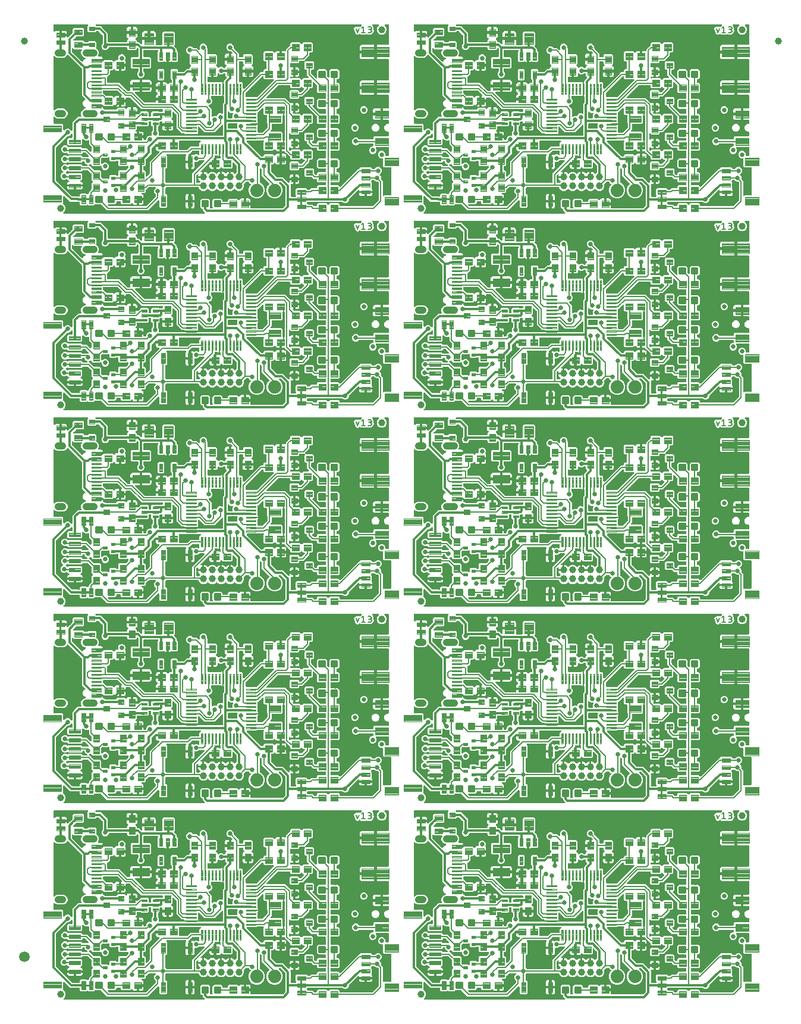
<source format=gtl>
G04 EAGLE Gerber RS-274X export*
G75*
%MOMM*%
%FSLAX34Y34*%
%LPD*%
%INTop Copper*%
%IPPOS*%
%AMOC8*
5,1,8,0,0,1.08239X$1,22.5*%
G01*
%ADD10C,0.203200*%
%ADD11C,1.000000*%
%ADD12C,0.100000*%
%ADD13C,0.099000*%
%ADD14C,0.098000*%
%ADD15C,0.096000*%
%ADD16C,0.300000*%
%ADD17C,0.102000*%
%ADD18C,1.000000*%
%ADD19C,0.104000*%
%ADD20C,0.100800*%
%ADD21C,0.099059*%
%ADD22C,0.105000*%
%ADD23C,1.879600*%
%ADD24C,0.101200*%
%ADD25C,1.500000*%
%ADD26C,0.660400*%
%ADD27C,0.254000*%
%ADD28C,0.304800*%
%ADD29C,0.177800*%

G36*
X998350Y28111D02*
X998350Y28111D01*
X998463Y28109D01*
X998492Y28116D01*
X998521Y28117D01*
X998629Y28152D01*
X998738Y28180D01*
X998764Y28195D01*
X998792Y28204D01*
X998855Y28250D01*
X998983Y28326D01*
X999000Y28344D01*
X1008380Y28344D01*
X1008438Y28352D01*
X1008496Y28350D01*
X1008578Y28372D01*
X1008662Y28383D01*
X1008715Y28407D01*
X1008771Y28422D01*
X1008844Y28465D01*
X1008921Y28500D01*
X1008966Y28537D01*
X1009016Y28567D01*
X1009074Y28629D01*
X1009138Y28683D01*
X1009170Y28732D01*
X1009210Y28775D01*
X1009249Y28850D01*
X1009296Y28920D01*
X1009313Y28976D01*
X1009340Y29028D01*
X1009351Y29096D01*
X1009381Y29191D01*
X1009384Y29291D01*
X1009395Y29359D01*
X1009395Y67263D01*
X1009387Y67321D01*
X1009389Y67379D01*
X1009367Y67461D01*
X1009355Y67544D01*
X1009332Y67598D01*
X1009317Y67654D01*
X1009274Y67727D01*
X1009239Y67804D01*
X1009201Y67848D01*
X1009172Y67899D01*
X1009110Y67956D01*
X1009056Y68021D01*
X1009007Y68053D01*
X1008964Y68093D01*
X1008889Y68132D01*
X1008819Y68178D01*
X1008763Y68196D01*
X1008711Y68223D01*
X1008643Y68234D01*
X1008548Y68264D01*
X1008448Y68267D01*
X1008380Y68278D01*
X999009Y68278D01*
X997537Y69750D01*
X997537Y80061D01*
X997529Y80119D01*
X997531Y80177D01*
X997509Y80259D01*
X997497Y80342D01*
X997474Y80396D01*
X997459Y80452D01*
X997416Y80525D01*
X997381Y80602D01*
X997343Y80646D01*
X997314Y80697D01*
X997252Y80754D01*
X997198Y80819D01*
X997149Y80851D01*
X997106Y80891D01*
X997031Y80930D01*
X996961Y80976D01*
X996905Y80994D01*
X996853Y81021D01*
X996785Y81032D01*
X996690Y81062D01*
X996590Y81065D01*
X996522Y81076D01*
X994619Y81076D01*
X992658Y81888D01*
X991157Y83389D01*
X990345Y85350D01*
X990345Y87472D01*
X991157Y89433D01*
X992658Y90933D01*
X994619Y91746D01*
X996741Y91746D01*
X998702Y90933D01*
X1000203Y89433D01*
X1001015Y87472D01*
X1001015Y85359D01*
X1001023Y85301D01*
X1001021Y85242D01*
X1001043Y85161D01*
X1001055Y85077D01*
X1001078Y85024D01*
X1001093Y84967D01*
X1001136Y84895D01*
X1001171Y84818D01*
X1001209Y84773D01*
X1001238Y84723D01*
X1001300Y84665D01*
X1001354Y84601D01*
X1001403Y84568D01*
X1001446Y84528D01*
X1001521Y84490D01*
X1001591Y84443D01*
X1001647Y84426D01*
X1001699Y84399D01*
X1001767Y84388D01*
X1001862Y84358D01*
X1001962Y84355D01*
X1002030Y84344D01*
X1004697Y84344D01*
X1004755Y84352D01*
X1004813Y84350D01*
X1004895Y84372D01*
X1004979Y84383D01*
X1005032Y84407D01*
X1005088Y84422D01*
X1005161Y84465D01*
X1005238Y84500D01*
X1005283Y84537D01*
X1005333Y84567D01*
X1005391Y84629D01*
X1005455Y84683D01*
X1005487Y84732D01*
X1005527Y84775D01*
X1005566Y84850D01*
X1005613Y84920D01*
X1005630Y84976D01*
X1005657Y85028D01*
X1005668Y85096D01*
X1005698Y85191D01*
X1005701Y85291D01*
X1005712Y85359D01*
X1005712Y96463D01*
X1005704Y96521D01*
X1005706Y96579D01*
X1005684Y96661D01*
X1005672Y96744D01*
X1005649Y96798D01*
X1005634Y96854D01*
X1005591Y96927D01*
X1005556Y97004D01*
X1005518Y97048D01*
X1005489Y97099D01*
X1005427Y97156D01*
X1005373Y97221D01*
X1005324Y97253D01*
X1005281Y97293D01*
X1005206Y97332D01*
X1005136Y97378D01*
X1005080Y97396D01*
X1005028Y97423D01*
X1004960Y97434D01*
X1004865Y97464D01*
X1004765Y97467D01*
X1004697Y97478D01*
X988258Y97478D01*
X988229Y97474D01*
X988200Y97476D01*
X988089Y97454D01*
X987977Y97438D01*
X987950Y97426D01*
X987921Y97420D01*
X987821Y97368D01*
X987717Y97322D01*
X987695Y97303D01*
X987669Y97289D01*
X987587Y97211D01*
X987500Y97138D01*
X987484Y97114D01*
X987463Y97094D01*
X987405Y96996D01*
X987343Y96902D01*
X987334Y96874D01*
X987319Y96848D01*
X987291Y96739D01*
X987257Y96631D01*
X987256Y96601D01*
X987249Y96573D01*
X987253Y96460D01*
X987250Y96346D01*
X987257Y96318D01*
X987258Y96289D01*
X987293Y96181D01*
X987321Y96071D01*
X987336Y96046D01*
X987346Y96018D01*
X987391Y95954D01*
X987467Y95827D01*
X987495Y95800D01*
X988315Y93822D01*
X988315Y91700D01*
X987503Y89739D01*
X986002Y88238D01*
X984041Y87426D01*
X981919Y87426D01*
X979958Y88238D01*
X978457Y89739D01*
X977645Y91700D01*
X977645Y93822D01*
X978457Y95783D01*
X979958Y97283D01*
X981919Y98096D01*
X982632Y98096D01*
X982690Y98104D01*
X982748Y98102D01*
X982830Y98124D01*
X982914Y98135D01*
X982967Y98159D01*
X983023Y98174D01*
X983096Y98217D01*
X983173Y98252D01*
X983218Y98289D01*
X983268Y98319D01*
X983326Y98381D01*
X983390Y98435D01*
X983422Y98484D01*
X983462Y98527D01*
X983501Y98602D01*
X983548Y98672D01*
X983565Y98728D01*
X983592Y98780D01*
X983603Y98848D01*
X983633Y98943D01*
X983636Y99043D01*
X983647Y99111D01*
X983647Y101074D01*
X983639Y101132D01*
X983641Y101190D01*
X983619Y101272D01*
X983607Y101355D01*
X983584Y101409D01*
X983569Y101465D01*
X983526Y101538D01*
X983491Y101615D01*
X983453Y101659D01*
X983424Y101710D01*
X983362Y101767D01*
X983308Y101832D01*
X983259Y101864D01*
X983216Y101904D01*
X983141Y101943D01*
X983071Y101989D01*
X983015Y102007D01*
X982963Y102034D01*
X982895Y102045D01*
X982800Y102075D01*
X982700Y102078D01*
X982632Y102089D01*
X963443Y102089D01*
X963357Y102077D01*
X963269Y102074D01*
X963217Y102057D01*
X963162Y102049D01*
X963082Y102013D01*
X962999Y101987D01*
X962959Y101959D01*
X962902Y101933D01*
X962789Y101837D01*
X962725Y101792D01*
X961872Y100938D01*
X959911Y100126D01*
X957789Y100126D01*
X955828Y100938D01*
X954327Y102439D01*
X953515Y104400D01*
X953515Y106522D01*
X954327Y108483D01*
X955828Y109983D01*
X957789Y110796D01*
X959911Y110796D01*
X961872Y109983D01*
X963405Y108450D01*
X963416Y108432D01*
X963485Y108314D01*
X963487Y108313D01*
X963487Y108312D01*
X963594Y108212D01*
X963692Y108119D01*
X963693Y108119D01*
X963695Y108117D01*
X963820Y108053D01*
X963945Y107989D01*
X963946Y107989D01*
X963948Y107988D01*
X963963Y107986D01*
X964224Y107934D01*
X964254Y107937D01*
X964279Y107933D01*
X982632Y107933D01*
X982690Y107941D01*
X982748Y107939D01*
X982830Y107961D01*
X982914Y107972D01*
X982967Y107996D01*
X983023Y108011D01*
X983096Y108054D01*
X983173Y108089D01*
X983218Y108126D01*
X983268Y108156D01*
X983326Y108218D01*
X983390Y108272D01*
X983422Y108321D01*
X983462Y108364D01*
X983501Y108439D01*
X983548Y108509D01*
X983565Y108565D01*
X983592Y108617D01*
X983603Y108685D01*
X983633Y108780D01*
X983636Y108880D01*
X983647Y108948D01*
X983647Y111063D01*
X985128Y112544D01*
X1004697Y112544D01*
X1004755Y112552D01*
X1004813Y112550D01*
X1004895Y112572D01*
X1004979Y112583D01*
X1005032Y112607D01*
X1005088Y112622D01*
X1005161Y112665D01*
X1005238Y112700D01*
X1005283Y112737D01*
X1005333Y112767D01*
X1005391Y112829D01*
X1005455Y112883D01*
X1005487Y112932D01*
X1005527Y112975D01*
X1005566Y113050D01*
X1005613Y113120D01*
X1005630Y113176D01*
X1005657Y113228D01*
X1005668Y113296D01*
X1005698Y113391D01*
X1005701Y113491D01*
X1005712Y113559D01*
X1005712Y117963D01*
X1005704Y118021D01*
X1005706Y118079D01*
X1005684Y118161D01*
X1005672Y118244D01*
X1005649Y118298D01*
X1005634Y118354D01*
X1005591Y118427D01*
X1005556Y118504D01*
X1005518Y118548D01*
X1005489Y118599D01*
X1005427Y118656D01*
X1005373Y118721D01*
X1005324Y118753D01*
X1005281Y118793D01*
X1005206Y118832D01*
X1005136Y118878D01*
X1005080Y118896D01*
X1005028Y118923D01*
X1004960Y118934D01*
X1004865Y118964D01*
X1004765Y118967D01*
X1004697Y118978D01*
X1003579Y118978D01*
X1001546Y119820D01*
X999990Y121377D01*
X999147Y123410D01*
X999147Y125611D01*
X999990Y127645D01*
X1001546Y129201D01*
X1003579Y130044D01*
X1004697Y130044D01*
X1004755Y130052D01*
X1004813Y130050D01*
X1004895Y130072D01*
X1004979Y130083D01*
X1005032Y130107D01*
X1005088Y130122D01*
X1005161Y130165D01*
X1005238Y130200D01*
X1005283Y130237D01*
X1005333Y130267D01*
X1005391Y130329D01*
X1005455Y130383D01*
X1005487Y130432D01*
X1005527Y130475D01*
X1005566Y130550D01*
X1005613Y130620D01*
X1005630Y130676D01*
X1005657Y130728D01*
X1005668Y130796D01*
X1005698Y130891D01*
X1005701Y130991D01*
X1005712Y131059D01*
X1005712Y134955D01*
X1005704Y135013D01*
X1005706Y135071D01*
X1005684Y135153D01*
X1005672Y135236D01*
X1005649Y135290D01*
X1005634Y135346D01*
X1005591Y135419D01*
X1005556Y135496D01*
X1005518Y135540D01*
X1005489Y135591D01*
X1005427Y135648D01*
X1005373Y135713D01*
X1005324Y135745D01*
X1005281Y135785D01*
X1005206Y135824D01*
X1005136Y135870D01*
X1005080Y135888D01*
X1005028Y135915D01*
X1004960Y135926D01*
X1004865Y135956D01*
X1004765Y135959D01*
X1004697Y135970D01*
X997711Y135970D01*
X997711Y142995D01*
X997703Y143053D01*
X997704Y143111D01*
X997683Y143193D01*
X997671Y143276D01*
X997647Y143330D01*
X997633Y143386D01*
X997590Y143459D01*
X997555Y143536D01*
X997517Y143580D01*
X997487Y143631D01*
X997426Y143688D01*
X997371Y143753D01*
X997323Y143785D01*
X997280Y143825D01*
X997205Y143863D01*
X997135Y143910D01*
X997079Y143928D01*
X997027Y143954D01*
X996959Y143966D01*
X996864Y143996D01*
X996764Y143999D01*
X996696Y144010D01*
X995679Y144010D01*
X995679Y144012D01*
X996696Y144012D01*
X996754Y144020D01*
X996812Y144018D01*
X996894Y144040D01*
X996977Y144051D01*
X997031Y144075D01*
X997087Y144090D01*
X997160Y144133D01*
X997237Y144168D01*
X997281Y144206D01*
X997332Y144235D01*
X997389Y144297D01*
X997454Y144351D01*
X997486Y144400D01*
X997526Y144443D01*
X997565Y144518D01*
X997611Y144588D01*
X997629Y144644D01*
X997656Y144696D01*
X997667Y144764D01*
X997697Y144859D01*
X997700Y144959D01*
X997711Y145027D01*
X997711Y152052D01*
X1004697Y152052D01*
X1004755Y152060D01*
X1004813Y152058D01*
X1004895Y152080D01*
X1004979Y152091D01*
X1005032Y152115D01*
X1005088Y152130D01*
X1005161Y152173D01*
X1005238Y152208D01*
X1005283Y152245D01*
X1005333Y152275D01*
X1005391Y152337D01*
X1005455Y152391D01*
X1005487Y152440D01*
X1005527Y152483D01*
X1005566Y152558D01*
X1005613Y152628D01*
X1005630Y152684D01*
X1005657Y152736D01*
X1005668Y152804D01*
X1005698Y152899D01*
X1005701Y152999D01*
X1005712Y153067D01*
X1005712Y170605D01*
X1005704Y170663D01*
X1005706Y170721D01*
X1005684Y170803D01*
X1005672Y170886D01*
X1005649Y170940D01*
X1005634Y170996D01*
X1005591Y171069D01*
X1005556Y171146D01*
X1005518Y171190D01*
X1005489Y171241D01*
X1005427Y171298D01*
X1005373Y171363D01*
X1005324Y171395D01*
X1005281Y171435D01*
X1005206Y171474D01*
X1005136Y171520D01*
X1005080Y171538D01*
X1005028Y171565D01*
X1004960Y171576D01*
X1004865Y171606D01*
X1004765Y171609D01*
X1004697Y171620D01*
X988821Y171620D01*
X988821Y180645D01*
X988813Y180703D01*
X988814Y180761D01*
X988793Y180843D01*
X988781Y180926D01*
X988757Y180980D01*
X988743Y181036D01*
X988700Y181109D01*
X988665Y181186D01*
X988627Y181230D01*
X988597Y181281D01*
X988536Y181338D01*
X988481Y181403D01*
X988433Y181435D01*
X988390Y181475D01*
X988315Y181513D01*
X988245Y181560D01*
X988189Y181578D01*
X988137Y181604D01*
X988069Y181616D01*
X987974Y181646D01*
X987874Y181649D01*
X987806Y181660D01*
X986789Y181660D01*
X986789Y181662D01*
X987806Y181662D01*
X987864Y181670D01*
X987922Y181668D01*
X988004Y181690D01*
X988087Y181701D01*
X988141Y181725D01*
X988197Y181740D01*
X988270Y181783D01*
X988347Y181818D01*
X988391Y181856D01*
X988442Y181885D01*
X988499Y181947D01*
X988564Y182001D01*
X988596Y182050D01*
X988636Y182093D01*
X988675Y182168D01*
X988721Y182238D01*
X988739Y182294D01*
X988766Y182346D01*
X988777Y182414D01*
X988807Y182509D01*
X988810Y182609D01*
X988821Y182677D01*
X988821Y191702D01*
X1004697Y191702D01*
X1004755Y191710D01*
X1004813Y191708D01*
X1004895Y191730D01*
X1004979Y191741D01*
X1005032Y191765D01*
X1005088Y191780D01*
X1005161Y191823D01*
X1005238Y191858D01*
X1005283Y191895D01*
X1005333Y191925D01*
X1005391Y191987D01*
X1005455Y192041D01*
X1005487Y192090D01*
X1005527Y192133D01*
X1005566Y192208D01*
X1005613Y192278D01*
X1005630Y192334D01*
X1005657Y192386D01*
X1005668Y192454D01*
X1005698Y192549D01*
X1005701Y192649D01*
X1005712Y192717D01*
X1005712Y221405D01*
X1005704Y221463D01*
X1005706Y221521D01*
X1005684Y221603D01*
X1005672Y221686D01*
X1005649Y221740D01*
X1005634Y221796D01*
X1005591Y221869D01*
X1005556Y221946D01*
X1005518Y221990D01*
X1005489Y222041D01*
X1005427Y222098D01*
X1005373Y222163D01*
X1005324Y222195D01*
X1005281Y222235D01*
X1005206Y222274D01*
X1005136Y222320D01*
X1005080Y222338D01*
X1005028Y222365D01*
X1004960Y222376D01*
X1004865Y222406D01*
X1004765Y222409D01*
X1004697Y222420D01*
X988821Y222420D01*
X988821Y231445D01*
X988813Y231503D01*
X988814Y231561D01*
X988793Y231643D01*
X988781Y231726D01*
X988757Y231780D01*
X988743Y231836D01*
X988700Y231909D01*
X988665Y231986D01*
X988627Y232030D01*
X988597Y232081D01*
X988536Y232138D01*
X988481Y232203D01*
X988433Y232235D01*
X988390Y232275D01*
X988315Y232313D01*
X988245Y232360D01*
X988189Y232378D01*
X988137Y232404D01*
X988069Y232416D01*
X987974Y232446D01*
X987874Y232449D01*
X987806Y232460D01*
X986789Y232460D01*
X986789Y232462D01*
X987806Y232462D01*
X987864Y232470D01*
X987922Y232468D01*
X988004Y232490D01*
X988087Y232501D01*
X988141Y232525D01*
X988197Y232540D01*
X988270Y232583D01*
X988347Y232618D01*
X988391Y232656D01*
X988442Y232685D01*
X988499Y232747D01*
X988564Y232801D01*
X988596Y232850D01*
X988636Y232893D01*
X988675Y232968D01*
X988721Y233038D01*
X988739Y233094D01*
X988766Y233146D01*
X988777Y233214D01*
X988807Y233309D01*
X988810Y233409D01*
X988821Y233477D01*
X988821Y242502D01*
X1004697Y242502D01*
X1004755Y242510D01*
X1004813Y242508D01*
X1004895Y242530D01*
X1004979Y242541D01*
X1005032Y242565D01*
X1005088Y242580D01*
X1005161Y242623D01*
X1005238Y242658D01*
X1005283Y242695D01*
X1005333Y242725D01*
X1005391Y242787D01*
X1005455Y242841D01*
X1005487Y242890D01*
X1005527Y242933D01*
X1005566Y243008D01*
X1005613Y243078D01*
X1005630Y243134D01*
X1005657Y243186D01*
X1005668Y243254D01*
X1005698Y243349D01*
X1005701Y243449D01*
X1005712Y243517D01*
X1005712Y270728D01*
X1005705Y270782D01*
X1005706Y270821D01*
X1005705Y270823D01*
X1005706Y270844D01*
X1005684Y270926D01*
X1005672Y271009D01*
X1005649Y271063D01*
X1005634Y271119D01*
X1005591Y271192D01*
X1005556Y271269D01*
X1005518Y271313D01*
X1005489Y271364D01*
X1005427Y271421D01*
X1005373Y271486D01*
X1005324Y271518D01*
X1005281Y271558D01*
X1005206Y271597D01*
X1005136Y271643D01*
X1005080Y271661D01*
X1005028Y271688D01*
X1004960Y271699D01*
X1004865Y271729D01*
X1004765Y271732D01*
X1004697Y271743D01*
X1000545Y271743D01*
X1000515Y271739D01*
X1000486Y271741D01*
X1000375Y271719D01*
X1000263Y271703D01*
X1000236Y271691D01*
X1000208Y271686D01*
X1000107Y271633D01*
X1000004Y271587D01*
X999981Y271568D01*
X999955Y271555D01*
X999873Y271476D01*
X999787Y271403D01*
X999770Y271379D01*
X999749Y271359D01*
X999692Y271261D01*
X999629Y271167D01*
X999620Y271139D01*
X999605Y271113D01*
X999578Y271004D01*
X999543Y270896D01*
X999543Y270866D01*
X999535Y270838D01*
X999539Y270725D01*
X999536Y270611D01*
X999543Y270583D01*
X999544Y270554D01*
X999579Y270446D01*
X999608Y270336D01*
X999623Y270311D01*
X999632Y270283D01*
X999677Y270219D01*
X999753Y270092D01*
X999774Y270072D01*
X999776Y270069D01*
X999802Y270045D01*
X999827Y270010D01*
X1001642Y268195D01*
X1002713Y265610D01*
X1002713Y262812D01*
X1001642Y260227D01*
X999664Y258249D01*
X997079Y257178D01*
X994281Y257178D01*
X991696Y258249D01*
X989718Y260227D01*
X988647Y262812D01*
X988647Y265610D01*
X989718Y268195D01*
X991533Y270010D01*
X991544Y270024D01*
X991550Y270029D01*
X991556Y270037D01*
X991573Y270052D01*
X991636Y270147D01*
X991704Y270237D01*
X991715Y270265D01*
X991731Y270289D01*
X991765Y270397D01*
X991805Y270503D01*
X991808Y270532D01*
X991817Y270560D01*
X991820Y270673D01*
X991829Y270786D01*
X991823Y270815D01*
X991824Y270844D01*
X991795Y270954D01*
X991773Y271065D01*
X991760Y271091D01*
X991752Y271119D01*
X991694Y271217D01*
X991642Y271317D01*
X991622Y271338D01*
X991607Y271364D01*
X991524Y271441D01*
X991446Y271523D01*
X991421Y271538D01*
X991400Y271558D01*
X991299Y271610D01*
X991201Y271667D01*
X991173Y271674D01*
X991147Y271688D01*
X991069Y271701D01*
X990926Y271737D01*
X990863Y271735D01*
X990815Y271743D01*
X983317Y271743D01*
X983209Y271728D01*
X983101Y271720D01*
X983069Y271708D01*
X983036Y271703D01*
X982936Y271659D01*
X982834Y271621D01*
X982807Y271601D01*
X982776Y271587D01*
X982693Y271517D01*
X982606Y271452D01*
X982585Y271425D01*
X982559Y271403D01*
X982499Y271313D01*
X982433Y271227D01*
X982420Y271195D01*
X982402Y271167D01*
X982369Y271063D01*
X982329Y270962D01*
X982326Y270928D01*
X982316Y270896D01*
X982313Y270787D01*
X982303Y270679D01*
X982309Y270645D01*
X982309Y270611D01*
X982336Y270506D01*
X982356Y270399D01*
X982372Y270369D01*
X982380Y270336D01*
X982436Y270243D01*
X982485Y270146D01*
X982507Y270124D01*
X982526Y270092D01*
X982685Y269942D01*
X982720Y269906D01*
X983322Y269469D01*
X984297Y266469D01*
X983751Y264786D01*
X983749Y264778D01*
X983746Y264771D01*
X983725Y264638D01*
X983702Y264506D01*
X983702Y264498D01*
X983701Y264491D01*
X983709Y264441D01*
X983732Y264223D01*
X983746Y264189D01*
X983751Y264158D01*
X984321Y262405D01*
X983255Y259125D01*
X980465Y257098D01*
X975220Y257098D01*
X974887Y257432D01*
X974840Y257467D01*
X974800Y257509D01*
X974727Y257552D01*
X974660Y257602D01*
X974605Y257623D01*
X974555Y257653D01*
X974473Y257674D01*
X974394Y257704D01*
X974336Y257709D01*
X974279Y257723D01*
X974195Y257720D01*
X974111Y257727D01*
X974053Y257716D01*
X973995Y257714D01*
X973915Y257688D01*
X973832Y257671D01*
X973780Y257644D01*
X973724Y257626D01*
X973668Y257586D01*
X973580Y257540D01*
X973507Y257472D01*
X973451Y257432D01*
X973118Y257098D01*
X966076Y257098D01*
X965264Y257910D01*
X965234Y257933D01*
X965209Y257962D01*
X965121Y258018D01*
X965037Y258081D01*
X965002Y258095D01*
X964970Y258115D01*
X964869Y258145D01*
X964771Y258183D01*
X964734Y258186D01*
X964697Y258196D01*
X964592Y258197D01*
X964488Y258206D01*
X964451Y258199D01*
X964413Y258199D01*
X964338Y258176D01*
X964209Y258150D01*
X964145Y258117D01*
X964092Y258101D01*
X963943Y258026D01*
X963930Y258017D01*
X963915Y258012D01*
X963813Y257936D01*
X963709Y257864D01*
X963699Y257852D01*
X963686Y257843D01*
X963646Y257787D01*
X963539Y257657D01*
X962605Y257346D01*
X962531Y257309D01*
X962472Y257291D01*
X961585Y256847D01*
X961534Y256854D01*
X961409Y256877D01*
X961393Y256876D01*
X961378Y256878D01*
X961310Y256868D01*
X961142Y256851D01*
X960262Y257291D01*
X960183Y257317D01*
X960129Y257346D01*
X959188Y257660D01*
X959157Y257702D01*
X959085Y257806D01*
X959073Y257815D01*
X959064Y257828D01*
X959008Y257869D01*
X958878Y257975D01*
X958567Y258909D01*
X958529Y258983D01*
X958511Y259042D01*
X958067Y259930D01*
X958075Y259981D01*
X958098Y260105D01*
X958097Y260121D01*
X958099Y260136D01*
X958088Y260204D01*
X958070Y260388D01*
X958053Y260431D01*
X958047Y260468D01*
X956270Y265799D01*
X957399Y268058D01*
X959795Y268857D01*
X960913Y268298D01*
X960930Y268293D01*
X960944Y268283D01*
X961064Y268247D01*
X961183Y268208D01*
X961200Y268207D01*
X961216Y268202D01*
X961342Y268201D01*
X961467Y268196D01*
X961483Y268200D01*
X961501Y268200D01*
X961569Y268220D01*
X961743Y268263D01*
X961785Y268287D01*
X961822Y268298D01*
X962940Y268857D01*
X964184Y268442D01*
X964235Y268433D01*
X964284Y268415D01*
X964374Y268407D01*
X964464Y268391D01*
X964516Y268396D01*
X964567Y268392D01*
X964656Y268410D01*
X964746Y268419D01*
X964795Y268439D01*
X964846Y268449D01*
X964909Y268485D01*
X965010Y268525D01*
X965082Y268581D01*
X965139Y268613D01*
X966792Y269935D01*
X966851Y269997D01*
X966916Y270052D01*
X966947Y270100D01*
X966987Y270142D01*
X967026Y270218D01*
X967073Y270289D01*
X967091Y270344D01*
X967117Y270395D01*
X967133Y270479D01*
X967159Y270560D01*
X967161Y270617D01*
X967172Y270674D01*
X967164Y270759D01*
X967166Y270844D01*
X967152Y270900D01*
X967147Y270957D01*
X967116Y271037D01*
X967095Y271119D01*
X967065Y271169D01*
X967044Y271222D01*
X966993Y271290D01*
X966949Y271364D01*
X966907Y271403D01*
X966873Y271449D01*
X966804Y271500D01*
X966742Y271558D01*
X966691Y271584D01*
X966645Y271619D01*
X966565Y271649D01*
X966489Y271688D01*
X966440Y271696D01*
X966379Y271719D01*
X966235Y271730D01*
X966158Y271743D01*
X589068Y271743D01*
X589039Y271739D01*
X589010Y271741D01*
X588899Y271719D01*
X588787Y271703D01*
X588760Y271691D01*
X588731Y271686D01*
X588631Y271633D01*
X588527Y271587D01*
X588505Y271568D01*
X588479Y271555D01*
X588397Y271476D01*
X588310Y271403D01*
X588294Y271379D01*
X588273Y271359D01*
X588216Y271261D01*
X588153Y271167D01*
X588144Y271139D01*
X588129Y271113D01*
X588101Y271004D01*
X588067Y270896D01*
X588066Y270866D01*
X588059Y270838D01*
X588063Y270725D01*
X588060Y270611D01*
X588067Y270583D01*
X588068Y270554D01*
X588103Y270446D01*
X588131Y270336D01*
X588146Y270311D01*
X588155Y270283D01*
X588201Y270219D01*
X588277Y270092D01*
X588298Y270072D01*
X588300Y270069D01*
X588325Y270045D01*
X588350Y270010D01*
X588955Y269405D01*
X589025Y269352D01*
X589089Y269292D01*
X589138Y269267D01*
X589183Y269234D01*
X589264Y269203D01*
X589342Y269163D01*
X589390Y269155D01*
X589448Y269133D01*
X589596Y269121D01*
X589673Y269108D01*
X595763Y269108D01*
X605537Y259334D01*
X605537Y247583D01*
X605545Y247525D01*
X605543Y247466D01*
X605565Y247385D01*
X605577Y247301D01*
X605600Y247248D01*
X605615Y247191D01*
X605658Y247119D01*
X605693Y247042D01*
X605731Y246997D01*
X605760Y246947D01*
X605822Y246889D01*
X605876Y246825D01*
X605925Y246792D01*
X605968Y246752D01*
X606043Y246714D01*
X606113Y246667D01*
X606169Y246650D01*
X606221Y246623D01*
X606289Y246612D01*
X606384Y246582D01*
X606484Y246579D01*
X606552Y246568D01*
X632032Y246568D01*
X632090Y246576D01*
X632148Y246574D01*
X632230Y246596D01*
X632314Y246607D01*
X632367Y246631D01*
X632423Y246646D01*
X632496Y246689D01*
X632573Y246724D01*
X632618Y246761D01*
X632668Y246791D01*
X632726Y246853D01*
X632790Y246907D01*
X632822Y246956D01*
X632862Y246999D01*
X632901Y247074D01*
X632948Y247144D01*
X632965Y247200D01*
X632992Y247252D01*
X633003Y247320D01*
X633033Y247415D01*
X633036Y247515D01*
X633047Y247583D01*
X633047Y249060D01*
X634585Y250598D01*
X634615Y250637D01*
X634651Y250670D01*
X634700Y250750D01*
X634756Y250825D01*
X634774Y250871D01*
X634799Y250913D01*
X634824Y251003D01*
X634858Y251091D01*
X634862Y251140D01*
X634875Y251187D01*
X634873Y251281D01*
X634881Y251374D01*
X634872Y251422D01*
X634871Y251471D01*
X634844Y251561D01*
X634825Y251653D01*
X634803Y251696D01*
X634789Y251743D01*
X634738Y251822D01*
X634694Y251905D01*
X634661Y251941D01*
X634634Y251982D01*
X634577Y252029D01*
X634499Y252111D01*
X634424Y252155D01*
X634375Y252195D01*
X633713Y252578D01*
X633147Y253144D01*
X632746Y253837D01*
X632539Y254611D01*
X632539Y257980D01*
X639064Y257980D01*
X639122Y257988D01*
X639180Y257986D01*
X639262Y258008D01*
X639345Y258019D01*
X639399Y258043D01*
X639455Y258058D01*
X639528Y258101D01*
X639605Y258136D01*
X639649Y258173D01*
X639700Y258203D01*
X639757Y258265D01*
X639822Y258319D01*
X639854Y258368D01*
X639894Y258411D01*
X639933Y258486D01*
X639979Y258556D01*
X639997Y258612D01*
X640024Y258664D01*
X640035Y258732D01*
X640065Y258827D01*
X640068Y258927D01*
X640079Y258995D01*
X640079Y260012D01*
X640081Y260012D01*
X640081Y258995D01*
X640089Y258937D01*
X640088Y258879D01*
X640109Y258797D01*
X640121Y258713D01*
X640145Y258660D01*
X640159Y258603D01*
X640202Y258531D01*
X640237Y258454D01*
X640275Y258409D01*
X640305Y258359D01*
X640366Y258301D01*
X640421Y258237D01*
X640469Y258205D01*
X640512Y258165D01*
X640587Y258126D01*
X640657Y258079D01*
X640713Y258062D01*
X640765Y258035D01*
X640833Y258024D01*
X640928Y257994D01*
X641028Y257991D01*
X641096Y257980D01*
X647621Y257980D01*
X647621Y254611D01*
X647414Y253837D01*
X647013Y253144D01*
X646447Y252578D01*
X645785Y252195D01*
X645746Y252165D01*
X645703Y252143D01*
X645635Y252078D01*
X645561Y252020D01*
X645532Y251981D01*
X645497Y251947D01*
X645449Y251866D01*
X645394Y251790D01*
X645378Y251744D01*
X645353Y251702D01*
X645330Y251611D01*
X645298Y251522D01*
X645295Y251473D01*
X645283Y251426D01*
X645286Y251332D01*
X645280Y251238D01*
X645291Y251191D01*
X645292Y251142D01*
X645321Y251053D01*
X645341Y250961D01*
X645365Y250918D01*
X645380Y250871D01*
X645423Y250811D01*
X645477Y250711D01*
X645538Y250649D01*
X645575Y250598D01*
X647113Y249060D01*
X647113Y247583D01*
X647121Y247525D01*
X647119Y247466D01*
X647141Y247385D01*
X647153Y247301D01*
X647176Y247248D01*
X647191Y247191D01*
X647234Y247119D01*
X647269Y247042D01*
X647307Y246997D01*
X647336Y246947D01*
X647398Y246889D01*
X647452Y246825D01*
X647501Y246792D01*
X647544Y246752D01*
X647619Y246714D01*
X647689Y246667D01*
X647745Y246650D01*
X647797Y246623D01*
X647865Y246612D01*
X647960Y246582D01*
X648060Y246579D01*
X648128Y246568D01*
X650053Y246568D01*
X652906Y243715D01*
X652930Y243697D01*
X652949Y243675D01*
X653043Y243612D01*
X653133Y243544D01*
X653161Y243533D01*
X653185Y243517D01*
X653293Y243483D01*
X653399Y243443D01*
X653428Y243440D01*
X653456Y243431D01*
X653570Y243428D01*
X653682Y243419D01*
X653711Y243425D01*
X653740Y243424D01*
X653850Y243453D01*
X653961Y243475D01*
X653987Y243488D01*
X654015Y243496D01*
X654113Y243554D01*
X654213Y243606D01*
X654235Y243626D01*
X654260Y243641D01*
X654337Y243724D01*
X654419Y243802D01*
X654434Y243827D01*
X654454Y243848D01*
X654506Y243949D01*
X654563Y244047D01*
X654570Y244075D01*
X654584Y244101D01*
X654597Y244179D01*
X654633Y244322D01*
X654631Y244385D01*
X654639Y244433D01*
X654639Y249480D01*
X663164Y249480D01*
X663222Y249488D01*
X663280Y249486D01*
X663362Y249508D01*
X663445Y249519D01*
X663499Y249543D01*
X663555Y249558D01*
X663628Y249601D01*
X663705Y249636D01*
X663749Y249673D01*
X663800Y249703D01*
X663857Y249765D01*
X663922Y249819D01*
X663954Y249868D01*
X663994Y249911D01*
X664033Y249986D01*
X664079Y250056D01*
X664097Y250112D01*
X664124Y250164D01*
X664135Y250232D01*
X664165Y250327D01*
X664168Y250427D01*
X664179Y250495D01*
X664179Y251512D01*
X664181Y251512D01*
X664181Y250495D01*
X664189Y250437D01*
X664188Y250379D01*
X664209Y250297D01*
X664221Y250213D01*
X664245Y250160D01*
X664259Y250103D01*
X664302Y250031D01*
X664337Y249954D01*
X664375Y249909D01*
X664405Y249859D01*
X664466Y249801D01*
X664521Y249737D01*
X664569Y249705D01*
X664612Y249665D01*
X664687Y249626D01*
X664757Y249579D01*
X664813Y249562D01*
X664865Y249535D01*
X664933Y249524D01*
X665028Y249494D01*
X665128Y249491D01*
X665196Y249480D01*
X673721Y249480D01*
X673721Y243579D01*
X673712Y243551D01*
X673709Y243457D01*
X673698Y243363D01*
X673706Y243315D01*
X673705Y243266D01*
X673728Y243176D01*
X673743Y243083D01*
X673764Y243039D01*
X673776Y242991D01*
X673824Y242911D01*
X673864Y242826D01*
X673897Y242789D01*
X673922Y242747D01*
X673990Y242683D01*
X674052Y242612D01*
X674093Y242586D01*
X674129Y242552D01*
X674213Y242510D01*
X674292Y242459D01*
X674339Y242445D01*
X674382Y242423D01*
X674455Y242411D01*
X674564Y242379D01*
X674651Y242378D01*
X674713Y242368D01*
X682132Y242368D01*
X682190Y242376D01*
X682248Y242374D01*
X682330Y242396D01*
X682414Y242407D01*
X682467Y242431D01*
X682523Y242446D01*
X682596Y242489D01*
X682673Y242524D01*
X682718Y242561D01*
X682768Y242591D01*
X682826Y242653D01*
X682890Y242707D01*
X682922Y242756D01*
X682962Y242799D01*
X683001Y242874D01*
X683048Y242944D01*
X683065Y243000D01*
X683092Y243052D01*
X683103Y243120D01*
X683133Y243215D01*
X683136Y243315D01*
X683147Y243383D01*
X683147Y260066D01*
X684625Y261544D01*
X699735Y261544D01*
X701213Y260066D01*
X701213Y242956D01*
X700382Y242125D01*
X700347Y242078D01*
X700304Y242038D01*
X700261Y241965D01*
X700211Y241898D01*
X700190Y241843D01*
X700160Y241793D01*
X700140Y241711D01*
X700110Y241632D01*
X700105Y241574D01*
X700090Y241517D01*
X700093Y241433D01*
X700086Y241349D01*
X700098Y241291D01*
X700099Y241233D01*
X700125Y241153D01*
X700142Y241070D01*
X700169Y241018D01*
X700187Y240962D01*
X700227Y240906D01*
X700273Y240818D01*
X700342Y240745D01*
X700382Y240689D01*
X703937Y237134D01*
X703937Y234610D01*
X703949Y234524D01*
X703952Y234436D01*
X703969Y234384D01*
X703977Y234329D01*
X704012Y234249D01*
X704039Y234166D01*
X704067Y234127D01*
X704093Y234069D01*
X704189Y233956D01*
X704234Y233892D01*
X705163Y232964D01*
X705163Y219860D01*
X703682Y218379D01*
X697078Y218379D01*
X696707Y218750D01*
X696660Y218785D01*
X696620Y218828D01*
X696547Y218870D01*
X696480Y218921D01*
X696425Y218942D01*
X696375Y218971D01*
X696293Y218992D01*
X696214Y219022D01*
X696156Y219027D01*
X696099Y219041D01*
X696015Y219039D01*
X695931Y219046D01*
X695874Y219034D01*
X695815Y219032D01*
X695735Y219006D01*
X695652Y218990D01*
X695600Y218963D01*
X695545Y218945D01*
X695489Y218905D01*
X695400Y218859D01*
X695327Y218790D01*
X695271Y218750D01*
X694999Y218478D01*
X694307Y218078D01*
X693535Y217871D01*
X692254Y217871D01*
X692254Y226053D01*
X692246Y226108D01*
X692248Y226150D01*
X692247Y226152D01*
X692248Y226169D01*
X692226Y226251D01*
X692214Y226334D01*
X692191Y226387D01*
X692176Y226444D01*
X692133Y226516D01*
X692098Y226594D01*
X692060Y226638D01*
X692031Y226688D01*
X691969Y226746D01*
X691915Y226811D01*
X691866Y226843D01*
X691823Y226883D01*
X691748Y226921D01*
X691678Y226968D01*
X691622Y226986D01*
X691570Y227012D01*
X691502Y227024D01*
X691407Y227054D01*
X691307Y227056D01*
X691239Y227068D01*
X690521Y227068D01*
X690463Y227060D01*
X690405Y227061D01*
X690323Y227040D01*
X690239Y227028D01*
X690186Y227004D01*
X690130Y226989D01*
X690057Y226946D01*
X689980Y226912D01*
X689935Y226874D01*
X689885Y226844D01*
X689827Y226783D01*
X689763Y226728D01*
X689731Y226679D01*
X689691Y226637D01*
X689652Y226562D01*
X689605Y226491D01*
X689588Y226436D01*
X689561Y226384D01*
X689550Y226316D01*
X689520Y226220D01*
X689517Y226121D01*
X689506Y226053D01*
X689506Y217871D01*
X688225Y217871D01*
X687453Y218078D01*
X686761Y218478D01*
X686489Y218750D01*
X686442Y218785D01*
X686402Y218828D01*
X686329Y218870D01*
X686262Y218921D01*
X686207Y218942D01*
X686156Y218971D01*
X686075Y218992D01*
X685996Y219022D01*
X685937Y219027D01*
X685881Y219041D01*
X685797Y219039D01*
X685713Y219046D01*
X685655Y219034D01*
X685597Y219032D01*
X685517Y219006D01*
X685434Y218990D01*
X685382Y218963D01*
X685326Y218945D01*
X685270Y218905D01*
X685182Y218859D01*
X685109Y218790D01*
X685053Y218750D01*
X684682Y218379D01*
X678078Y218379D01*
X676597Y219860D01*
X676597Y232964D01*
X677154Y233521D01*
X677172Y233544D01*
X677194Y233563D01*
X677257Y233658D01*
X677325Y233748D01*
X677336Y233776D01*
X677352Y233800D01*
X677386Y233908D01*
X677427Y234014D01*
X677429Y234043D01*
X677438Y234071D01*
X677441Y234184D01*
X677450Y234297D01*
X677444Y234326D01*
X677445Y234355D01*
X677416Y234465D01*
X677394Y234576D01*
X677381Y234602D01*
X677373Y234630D01*
X677316Y234727D01*
X677263Y234828D01*
X677243Y234849D01*
X677228Y234875D01*
X677145Y234952D01*
X677067Y235034D01*
X677042Y235049D01*
X677021Y235069D01*
X676920Y235121D01*
X676822Y235178D01*
X676794Y235185D01*
X676768Y235199D01*
X676690Y235212D01*
X676547Y235248D01*
X676484Y235246D01*
X676437Y235254D01*
X657352Y235254D01*
X657294Y235246D01*
X657236Y235247D01*
X657154Y235226D01*
X657070Y235214D01*
X657017Y235190D01*
X656961Y235176D01*
X656888Y235133D01*
X656811Y235098D01*
X656766Y235060D01*
X656716Y235030D01*
X656658Y234969D01*
X656594Y234914D01*
X656562Y234866D01*
X656522Y234823D01*
X656483Y234748D01*
X656436Y234678D01*
X656419Y234622D01*
X656392Y234570D01*
X656381Y234502D01*
X656351Y234407D01*
X656348Y234307D01*
X656337Y234239D01*
X656337Y226259D01*
X656345Y226201D01*
X656343Y226142D01*
X656365Y226061D01*
X656377Y225977D01*
X656400Y225924D01*
X656415Y225867D01*
X656458Y225795D01*
X656493Y225718D01*
X656531Y225673D01*
X656560Y225623D01*
X656622Y225565D01*
X656676Y225501D01*
X656725Y225468D01*
X656768Y225428D01*
X656843Y225390D01*
X656913Y225343D01*
X656969Y225326D01*
X657021Y225299D01*
X657089Y225288D01*
X657184Y225258D01*
X657284Y225255D01*
X657352Y225244D01*
X665841Y225244D01*
X667313Y223772D01*
X667313Y210650D01*
X665841Y209178D01*
X657352Y209178D01*
X657294Y209170D01*
X657236Y209171D01*
X657154Y209150D01*
X657070Y209138D01*
X657017Y209114D01*
X656961Y209100D01*
X656888Y209057D01*
X656811Y209022D01*
X656766Y208984D01*
X656716Y208954D01*
X656658Y208893D01*
X656594Y208838D01*
X656562Y208790D01*
X656522Y208747D01*
X656483Y208672D01*
X656436Y208602D01*
X656419Y208546D01*
X656392Y208494D01*
X656381Y208426D01*
X656351Y208331D01*
X656348Y208231D01*
X656337Y208163D01*
X656337Y205119D01*
X656349Y205032D01*
X656352Y204945D01*
X656369Y204892D01*
X656377Y204838D01*
X656412Y204758D01*
X656439Y204675D01*
X656467Y204635D01*
X656493Y204578D01*
X656589Y204465D01*
X656634Y204401D01*
X657303Y203733D01*
X658115Y201772D01*
X658115Y199650D01*
X657303Y197689D01*
X655802Y196188D01*
X653841Y195376D01*
X651719Y195376D01*
X649758Y196188D01*
X648257Y197689D01*
X647445Y199650D01*
X647445Y201772D01*
X648257Y203733D01*
X648926Y204401D01*
X648978Y204471D01*
X649038Y204535D01*
X649064Y204584D01*
X649097Y204628D01*
X649128Y204710D01*
X649168Y204788D01*
X649176Y204836D01*
X649198Y204894D01*
X649210Y205042D01*
X649223Y205119D01*
X649223Y208163D01*
X649215Y208221D01*
X649217Y208279D01*
X649195Y208361D01*
X649183Y208444D01*
X649160Y208498D01*
X649145Y208554D01*
X649102Y208627D01*
X649067Y208704D01*
X649029Y208748D01*
X649000Y208799D01*
X648938Y208856D01*
X648884Y208921D01*
X648835Y208953D01*
X648792Y208993D01*
X648717Y209032D01*
X648647Y209078D01*
X648591Y209096D01*
X648539Y209123D01*
X648471Y209134D01*
X648376Y209164D01*
X648276Y209167D01*
X648208Y209178D01*
X639719Y209178D01*
X638247Y210650D01*
X638247Y223772D01*
X639719Y225244D01*
X648208Y225244D01*
X648266Y225252D01*
X648324Y225250D01*
X648406Y225272D01*
X648490Y225283D01*
X648543Y225307D01*
X648599Y225322D01*
X648672Y225365D01*
X648749Y225400D01*
X648794Y225437D01*
X648844Y225467D01*
X648902Y225529D01*
X648966Y225583D01*
X648998Y225632D01*
X649038Y225675D01*
X649077Y225750D01*
X649124Y225820D01*
X649141Y225876D01*
X649168Y225928D01*
X649179Y225996D01*
X649209Y226091D01*
X649212Y226191D01*
X649223Y226259D01*
X649223Y236917D01*
X649211Y237004D01*
X649208Y237091D01*
X649191Y237144D01*
X649183Y237199D01*
X649148Y237278D01*
X649121Y237361D01*
X649093Y237401D01*
X649067Y237458D01*
X648972Y237571D01*
X648926Y237635D01*
X648846Y237715D01*
X648822Y237733D01*
X648803Y237755D01*
X648709Y237818D01*
X648619Y237886D01*
X648591Y237896D01*
X648567Y237913D01*
X648459Y237947D01*
X648353Y237987D01*
X648324Y237989D01*
X648296Y237998D01*
X648183Y238001D01*
X648070Y238011D01*
X648041Y238005D01*
X648012Y238006D01*
X647902Y237977D01*
X647791Y237955D01*
X647765Y237941D01*
X647737Y237934D01*
X647639Y237876D01*
X647539Y237824D01*
X647517Y237804D01*
X647492Y237789D01*
X647415Y237706D01*
X647333Y237628D01*
X647318Y237603D01*
X647298Y237581D01*
X647246Y237481D01*
X647189Y237383D01*
X647182Y237354D01*
X647168Y237328D01*
X647155Y237251D01*
X647119Y237107D01*
X647121Y237045D01*
X647113Y236997D01*
X647113Y236962D01*
X645629Y235478D01*
X634531Y235478D01*
X633047Y236962D01*
X633047Y238439D01*
X633039Y238497D01*
X633041Y238555D01*
X633019Y238637D01*
X633007Y238720D01*
X632984Y238774D01*
X632969Y238830D01*
X632926Y238903D01*
X632891Y238980D01*
X632853Y239024D01*
X632824Y239075D01*
X632762Y239132D01*
X632708Y239197D01*
X632659Y239229D01*
X632616Y239269D01*
X632541Y239308D01*
X632471Y239354D01*
X632415Y239372D01*
X632363Y239399D01*
X632295Y239410D01*
X632200Y239440D01*
X632100Y239443D01*
X632032Y239454D01*
X608068Y239454D01*
X608066Y239454D01*
X608065Y239454D01*
X607924Y239434D01*
X607786Y239414D01*
X607785Y239414D01*
X607783Y239413D01*
X607657Y239356D01*
X607527Y239298D01*
X607526Y239297D01*
X607524Y239296D01*
X607414Y239202D01*
X607310Y239114D01*
X607309Y239113D01*
X607308Y239112D01*
X607300Y239099D01*
X607152Y238878D01*
X607143Y238848D01*
X607130Y238827D01*
X606503Y237313D01*
X605002Y235812D01*
X603041Y235000D01*
X600919Y235000D01*
X598958Y235812D01*
X597457Y237313D01*
X596645Y239274D01*
X596645Y241396D01*
X597457Y243357D01*
X598126Y244025D01*
X598178Y244095D01*
X598238Y244159D01*
X598264Y244208D01*
X598297Y244252D01*
X598328Y244334D01*
X598368Y244412D01*
X598376Y244460D01*
X598398Y244518D01*
X598410Y244666D01*
X598423Y244743D01*
X598423Y255967D01*
X598411Y256054D01*
X598408Y256141D01*
X598391Y256194D01*
X598383Y256249D01*
X598348Y256328D01*
X598321Y256412D01*
X598293Y256451D01*
X598267Y256508D01*
X598171Y256621D01*
X598126Y256685D01*
X593114Y261697D01*
X593044Y261749D01*
X592980Y261809D01*
X592931Y261834D01*
X592887Y261868D01*
X592805Y261899D01*
X592727Y261939D01*
X592680Y261947D01*
X592621Y261969D01*
X592474Y261981D01*
X592396Y261994D01*
X589673Y261994D01*
X589587Y261982D01*
X589499Y261979D01*
X589447Y261962D01*
X589392Y261954D01*
X589312Y261918D01*
X589229Y261892D01*
X589189Y261864D01*
X589132Y261838D01*
X589019Y261742D01*
X588955Y261697D01*
X587627Y260368D01*
X578233Y260368D01*
X576747Y261854D01*
X576747Y269248D01*
X577510Y270010D01*
X577520Y270024D01*
X577526Y270029D01*
X577532Y270037D01*
X577550Y270052D01*
X577612Y270147D01*
X577681Y270237D01*
X577691Y270265D01*
X577707Y270289D01*
X577741Y270397D01*
X577782Y270503D01*
X577784Y270532D01*
X577793Y270560D01*
X577796Y270673D01*
X577805Y270786D01*
X577800Y270815D01*
X577800Y270844D01*
X577772Y270954D01*
X577749Y271065D01*
X577736Y271091D01*
X577729Y271119D01*
X577671Y271216D01*
X577618Y271317D01*
X577598Y271338D01*
X577583Y271364D01*
X577501Y271441D01*
X577423Y271523D01*
X577397Y271538D01*
X577376Y271558D01*
X577275Y271610D01*
X577177Y271667D01*
X577149Y271674D01*
X577123Y271688D01*
X577045Y271701D01*
X576902Y271737D01*
X576839Y271735D01*
X576792Y271743D01*
X529463Y271743D01*
X529405Y271735D01*
X529347Y271736D01*
X529265Y271715D01*
X529181Y271703D01*
X529128Y271679D01*
X529072Y271665D01*
X528999Y271622D01*
X528922Y271587D01*
X528877Y271549D01*
X528827Y271519D01*
X528769Y271458D01*
X528705Y271403D01*
X528673Y271355D01*
X528633Y271312D01*
X528594Y271237D01*
X528547Y271167D01*
X528530Y271111D01*
X528503Y271059D01*
X528492Y270991D01*
X528462Y270896D01*
X528459Y270796D01*
X528448Y270728D01*
X528448Y262092D01*
X528452Y262063D01*
X528449Y262033D01*
X528472Y261922D01*
X528488Y261810D01*
X528500Y261783D01*
X528505Y261755D01*
X528558Y261654D01*
X528604Y261551D01*
X528623Y261528D01*
X528636Y261502D01*
X528714Y261420D01*
X528787Y261334D01*
X528812Y261317D01*
X528832Y261296D01*
X528930Y261239D01*
X529024Y261176D01*
X529052Y261167D01*
X529077Y261152D01*
X529187Y261125D01*
X529295Y261090D01*
X529325Y261090D01*
X529353Y261082D01*
X529466Y261086D01*
X529579Y261083D01*
X529608Y261090D01*
X529637Y261091D01*
X529745Y261126D01*
X529854Y261155D01*
X529880Y261170D01*
X529908Y261179D01*
X529972Y261224D01*
X530099Y261300D01*
X530142Y261346D01*
X530181Y261374D01*
X530761Y261954D01*
X531453Y262354D01*
X532226Y262561D01*
X536830Y262561D01*
X536830Y257353D01*
X536838Y257295D01*
X536836Y257237D01*
X536858Y257155D01*
X536870Y257072D01*
X536893Y257018D01*
X536908Y256962D01*
X536951Y256889D01*
X536986Y256812D01*
X537024Y256767D01*
X537053Y256717D01*
X537115Y256659D01*
X537147Y256621D01*
X537147Y244526D01*
X537159Y244507D01*
X537163Y244485D01*
X537178Y244477D01*
X537184Y244469D01*
X537194Y244470D01*
X537210Y244463D01*
X539750Y244463D01*
X539769Y244475D01*
X539791Y244479D01*
X539798Y244494D01*
X539807Y244500D01*
X539806Y244510D01*
X539813Y244526D01*
X539813Y255068D01*
X547371Y255068D01*
X547371Y253913D01*
X547375Y253883D01*
X547372Y253854D01*
X547395Y253743D01*
X547411Y253631D01*
X547423Y253604D01*
X547428Y253576D01*
X547481Y253475D01*
X547527Y253372D01*
X547546Y253349D01*
X547559Y253323D01*
X547637Y253241D01*
X547710Y253155D01*
X547735Y253138D01*
X547755Y253117D01*
X547853Y253060D01*
X547947Y252997D01*
X547975Y252988D01*
X548000Y252973D01*
X548110Y252946D01*
X548218Y252911D01*
X548248Y252911D01*
X548276Y252903D01*
X548389Y252907D01*
X548502Y252904D01*
X548531Y252911D01*
X548560Y252912D01*
X548668Y252947D01*
X548777Y252976D01*
X548803Y252991D01*
X548831Y253000D01*
X548894Y253045D01*
X549022Y253121D01*
X549065Y253167D01*
X549104Y253195D01*
X551771Y255862D01*
X552660Y256751D01*
X555550Y259641D01*
X555602Y259711D01*
X555662Y259774D01*
X555688Y259824D01*
X555721Y259868D01*
X555752Y259950D01*
X555792Y260028D01*
X555800Y260075D01*
X555822Y260134D01*
X555834Y260281D01*
X555847Y260359D01*
X555847Y265048D01*
X557343Y266544D01*
X570417Y266544D01*
X571913Y265048D01*
X571913Y255973D01*
X570417Y254478D01*
X560868Y254478D01*
X560781Y254466D01*
X560694Y254463D01*
X560641Y254446D01*
X560586Y254438D01*
X560506Y254402D01*
X560423Y254376D01*
X560384Y254348D01*
X560327Y254322D01*
X560214Y254226D01*
X560150Y254181D01*
X557690Y251721D01*
X556801Y250832D01*
X556246Y250277D01*
X556228Y250253D01*
X556206Y250234D01*
X556143Y250140D01*
X556075Y250050D01*
X556065Y250022D01*
X556048Y249998D01*
X556014Y249890D01*
X555974Y249784D01*
X555971Y249755D01*
X555962Y249727D01*
X555960Y249613D01*
X555950Y249501D01*
X555956Y249472D01*
X555955Y249442D01*
X555984Y249333D01*
X556006Y249222D01*
X556020Y249196D01*
X556027Y249167D01*
X556085Y249070D01*
X556137Y248969D01*
X556157Y248948D01*
X556172Y248923D01*
X556255Y248845D01*
X556333Y248763D01*
X556358Y248749D01*
X556380Y248728D01*
X556480Y248677D01*
X556578Y248620D01*
X556607Y248612D01*
X556633Y248599D01*
X556710Y248586D01*
X556854Y248550D01*
X556916Y248552D01*
X556964Y248544D01*
X570417Y248544D01*
X571918Y247043D01*
X571921Y247025D01*
X571919Y246966D01*
X571941Y246885D01*
X571953Y246801D01*
X571976Y246748D01*
X571991Y246691D01*
X572034Y246619D01*
X572069Y246542D01*
X572107Y246497D01*
X572136Y246447D01*
X572198Y246389D01*
X572252Y246325D01*
X572301Y246292D01*
X572344Y246252D01*
X572419Y246214D01*
X572489Y246167D01*
X572545Y246150D01*
X572597Y246123D01*
X572665Y246112D01*
X572760Y246082D01*
X572860Y246079D01*
X572928Y246068D01*
X576147Y246068D01*
X576233Y246080D01*
X576321Y246083D01*
X576373Y246100D01*
X576428Y246107D01*
X576508Y246143D01*
X576591Y246170D01*
X576631Y246198D01*
X576688Y246224D01*
X576801Y246320D01*
X576865Y246365D01*
X578233Y247734D01*
X587627Y247734D01*
X589113Y246248D01*
X589113Y238843D01*
X589076Y238795D01*
X589002Y238707D01*
X588991Y238681D01*
X588974Y238659D01*
X588933Y238552D01*
X588887Y238447D01*
X588883Y238419D01*
X588873Y238394D01*
X588863Y238279D01*
X588848Y238165D01*
X588852Y238138D01*
X588849Y238110D01*
X588872Y237998D01*
X588888Y237884D01*
X588900Y237859D01*
X588905Y237832D01*
X588958Y237730D01*
X589006Y237625D01*
X589024Y237604D01*
X589036Y237579D01*
X589115Y237496D01*
X589190Y237408D01*
X589211Y237395D01*
X589232Y237373D01*
X589462Y237238D01*
X589475Y237231D01*
X589614Y237173D01*
X591592Y235195D01*
X592663Y232610D01*
X592663Y229812D01*
X591583Y227205D01*
X591554Y227094D01*
X591520Y226985D01*
X591519Y226957D01*
X591512Y226930D01*
X591515Y226815D01*
X591512Y226700D01*
X591519Y226674D01*
X591520Y226646D01*
X591555Y226536D01*
X591584Y226425D01*
X591598Y226402D01*
X591607Y226375D01*
X591671Y226280D01*
X591730Y226181D01*
X591750Y226162D01*
X591765Y226139D01*
X591853Y226065D01*
X591937Y225986D01*
X591962Y225974D01*
X591983Y225956D01*
X592088Y225909D01*
X592190Y225857D01*
X592215Y225853D01*
X592243Y225840D01*
X592506Y225804D01*
X592521Y225802D01*
X596422Y225802D01*
X597198Y225594D01*
X597893Y225192D01*
X598461Y224624D01*
X598863Y223928D01*
X599071Y223152D01*
X599071Y221753D01*
X599044Y221752D01*
X598996Y221760D01*
X589764Y221760D01*
X589706Y221752D01*
X589648Y221753D01*
X589566Y221732D01*
X589483Y221720D01*
X589429Y221696D01*
X589373Y221682D01*
X589300Y221639D01*
X589223Y221604D01*
X589179Y221566D01*
X589128Y221536D01*
X589071Y221475D01*
X589006Y221420D01*
X588974Y221372D01*
X588934Y221329D01*
X588895Y221254D01*
X588849Y221184D01*
X588831Y221128D01*
X588804Y221076D01*
X588793Y221008D01*
X588763Y220913D01*
X588760Y220813D01*
X588749Y220745D01*
X588749Y219777D01*
X588757Y219719D01*
X588756Y219660D01*
X588777Y219579D01*
X588789Y219495D01*
X588813Y219442D01*
X588827Y219385D01*
X588871Y219313D01*
X588905Y219236D01*
X588943Y219191D01*
X588973Y219141D01*
X589034Y219083D01*
X589089Y219019D01*
X589137Y218986D01*
X589180Y218946D01*
X589255Y218908D01*
X589325Y218861D01*
X589381Y218844D01*
X589433Y218817D01*
X589501Y218806D01*
X589596Y218775D01*
X589696Y218773D01*
X589764Y218762D01*
X598028Y218762D01*
X598115Y218774D01*
X598202Y218777D01*
X598255Y218794D01*
X598310Y218801D01*
X598390Y218837D01*
X598473Y218864D01*
X598512Y218892D01*
X598569Y218918D01*
X598682Y219013D01*
X598746Y219059D01*
X599714Y220027D01*
X599732Y220050D01*
X599754Y220069D01*
X599817Y220164D01*
X599885Y220254D01*
X599896Y220282D01*
X599912Y220306D01*
X599946Y220414D01*
X599962Y220456D01*
X600018Y220455D01*
X600086Y220444D01*
X612229Y220444D01*
X613767Y218905D01*
X613806Y218876D01*
X613839Y218840D01*
X613919Y218791D01*
X613994Y218734D01*
X614040Y218717D01*
X614082Y218692D01*
X614172Y218667D01*
X614260Y218633D01*
X614309Y218629D01*
X614356Y218616D01*
X614450Y218617D01*
X614543Y218610D01*
X614591Y218619D01*
X614640Y218620D01*
X614730Y218647D01*
X614822Y218666D01*
X614865Y218688D01*
X614912Y218702D01*
X614991Y218753D01*
X615075Y218797D01*
X615110Y218830D01*
X615151Y218857D01*
X615198Y218914D01*
X615281Y218992D01*
X615325Y219067D01*
X615364Y219116D01*
X615747Y219778D01*
X616313Y220344D01*
X617006Y220744D01*
X617780Y220952D01*
X619393Y220952D01*
X619507Y220968D01*
X619621Y220978D01*
X619647Y220987D01*
X619675Y220991D01*
X619780Y221038D01*
X619887Y221080D01*
X619909Y221096D01*
X619934Y221108D01*
X620022Y221182D01*
X620113Y221251D01*
X620130Y221273D01*
X620151Y221291D01*
X620215Y221387D01*
X620284Y221479D01*
X620293Y221505D01*
X620309Y221528D01*
X620343Y221638D01*
X620384Y221745D01*
X620386Y221772D01*
X620395Y221799D01*
X620397Y221914D01*
X620407Y222028D01*
X620401Y222053D01*
X620402Y222083D01*
X620335Y222340D01*
X620331Y222355D01*
X620267Y222510D01*
X620267Y224632D01*
X621079Y226593D01*
X622580Y228093D01*
X624541Y228906D01*
X626663Y228906D01*
X628624Y228093D01*
X630125Y226593D01*
X630937Y224632D01*
X630937Y222510D01*
X630301Y220976D01*
X630301Y220974D01*
X630300Y220973D01*
X630265Y220835D01*
X630231Y220701D01*
X630231Y220699D01*
X630230Y220697D01*
X630235Y220551D01*
X630239Y220416D01*
X630239Y220415D01*
X630239Y220413D01*
X630283Y220276D01*
X630325Y220146D01*
X630326Y220144D01*
X630327Y220143D01*
X630336Y220130D01*
X630484Y219910D01*
X630507Y219890D01*
X630522Y219869D01*
X630613Y219778D01*
X631014Y219085D01*
X631221Y218311D01*
X631221Y215442D01*
X624196Y215442D01*
X624138Y215434D01*
X624080Y215435D01*
X623998Y215414D01*
X623915Y215402D01*
X623861Y215378D01*
X623805Y215363D01*
X623732Y215320D01*
X623655Y215286D01*
X623611Y215248D01*
X623560Y215218D01*
X623503Y215157D01*
X623438Y215102D01*
X623406Y215054D01*
X623366Y215011D01*
X623327Y214936D01*
X623281Y214866D01*
X623263Y214810D01*
X623236Y214758D01*
X623225Y214690D01*
X623195Y214595D01*
X623192Y214495D01*
X623181Y214427D01*
X623181Y213410D01*
X622164Y213410D01*
X622106Y213402D01*
X622048Y213403D01*
X621966Y213382D01*
X621883Y213370D01*
X621829Y213346D01*
X621773Y213331D01*
X621700Y213288D01*
X621623Y213254D01*
X621578Y213216D01*
X621528Y213186D01*
X621470Y213125D01*
X621406Y213070D01*
X621374Y213022D01*
X621334Y212979D01*
X621295Y212904D01*
X621249Y212834D01*
X621231Y212778D01*
X621204Y212726D01*
X621193Y212658D01*
X621163Y212563D01*
X621160Y212463D01*
X621149Y212395D01*
X621149Y205870D01*
X617780Y205870D01*
X617006Y206077D01*
X616313Y206478D01*
X615747Y207044D01*
X615364Y207706D01*
X615334Y207744D01*
X615312Y207788D01*
X615247Y207856D01*
X615189Y207930D01*
X615150Y207958D01*
X615116Y207994D01*
X615035Y208041D01*
X614959Y208096D01*
X614913Y208113D01*
X614871Y208138D01*
X614780Y208161D01*
X614691Y208193D01*
X614642Y208196D01*
X614595Y208208D01*
X614502Y208205D01*
X614408Y208211D01*
X614360Y208200D01*
X614311Y208199D01*
X614222Y208170D01*
X614130Y208149D01*
X614087Y208126D01*
X614041Y208111D01*
X613980Y208068D01*
X613880Y208014D01*
X613818Y207953D01*
X613767Y207916D01*
X612229Y206378D01*
X610117Y206378D01*
X610059Y206370D01*
X610001Y206371D01*
X609919Y206350D01*
X609835Y206338D01*
X609782Y206314D01*
X609726Y206300D01*
X609653Y206257D01*
X609576Y206222D01*
X609531Y206184D01*
X609481Y206154D01*
X609423Y206093D01*
X609359Y206038D01*
X609327Y205990D01*
X609287Y205947D01*
X609248Y205872D01*
X609201Y205802D01*
X609184Y205746D01*
X609157Y205694D01*
X609146Y205626D01*
X609116Y205531D01*
X609113Y205431D01*
X609102Y205363D01*
X609102Y201161D01*
X605530Y197589D01*
X605335Y197589D01*
X605306Y197585D01*
X605276Y197587D01*
X605165Y197565D01*
X605053Y197549D01*
X605026Y197537D01*
X604998Y197532D01*
X604897Y197479D01*
X604794Y197433D01*
X604771Y197414D01*
X604745Y197401D01*
X604663Y197322D01*
X604577Y197249D01*
X604561Y197225D01*
X604539Y197205D01*
X604482Y197107D01*
X604419Y197013D01*
X604410Y196985D01*
X604396Y196959D01*
X604368Y196850D01*
X604333Y196742D01*
X604333Y196712D01*
X604325Y196684D01*
X604329Y196571D01*
X604326Y196457D01*
X604334Y196429D01*
X604334Y196400D01*
X604369Y196292D01*
X604398Y196182D01*
X604413Y196157D01*
X604422Y196129D01*
X604468Y196065D01*
X604543Y195938D01*
X604589Y195895D01*
X604617Y195856D01*
X604902Y195571D01*
X604902Y189448D01*
X604909Y189396D01*
X604908Y189368D01*
X604909Y189365D01*
X604908Y189331D01*
X604930Y189250D01*
X604942Y189166D01*
X604965Y189113D01*
X604980Y189056D01*
X605023Y188984D01*
X605058Y188907D01*
X605096Y188862D01*
X605125Y188812D01*
X605187Y188754D01*
X605241Y188690D01*
X605290Y188657D01*
X605333Y188617D01*
X605408Y188579D01*
X605478Y188532D01*
X605534Y188515D01*
X605586Y188488D01*
X605654Y188477D01*
X605749Y188447D01*
X605849Y188444D01*
X605917Y188433D01*
X622200Y188433D01*
X624209Y186424D01*
X633373Y177260D01*
X633443Y177207D01*
X633507Y177147D01*
X633556Y177122D01*
X633600Y177089D01*
X633682Y177058D01*
X633760Y177018D01*
X633807Y177010D01*
X633866Y176988D01*
X634013Y176976D01*
X634091Y176963D01*
X636773Y176963D01*
X636821Y176969D01*
X636870Y176967D01*
X636961Y176989D01*
X637054Y177002D01*
X637099Y177022D01*
X637146Y177034D01*
X637228Y177080D01*
X637314Y177119D01*
X637351Y177150D01*
X637393Y177174D01*
X637459Y177242D01*
X637531Y177302D01*
X637558Y177343D01*
X637592Y177378D01*
X637636Y177461D01*
X637688Y177539D01*
X637703Y177586D01*
X637726Y177628D01*
X637746Y177720D01*
X637774Y177810D01*
X637775Y177859D01*
X637785Y177906D01*
X637778Y177980D01*
X637781Y178094D01*
X637759Y178178D01*
X637753Y178241D01*
X637739Y178293D01*
X637739Y182180D01*
X650749Y182180D01*
X650749Y175670D01*
X645122Y175670D01*
X645093Y175666D01*
X645064Y175668D01*
X644953Y175646D01*
X644841Y175630D01*
X644814Y175618D01*
X644785Y175613D01*
X644684Y175560D01*
X644581Y175514D01*
X644559Y175495D01*
X644533Y175482D01*
X644451Y175403D01*
X644364Y175330D01*
X644348Y175306D01*
X644327Y175286D01*
X644269Y175188D01*
X644207Y175094D01*
X644198Y175066D01*
X644183Y175040D01*
X644155Y174931D01*
X644121Y174823D01*
X644120Y174793D01*
X644113Y174765D01*
X644116Y174652D01*
X644113Y174538D01*
X644121Y174510D01*
X644122Y174481D01*
X644157Y174373D01*
X644185Y174263D01*
X644200Y174238D01*
X644209Y174210D01*
X644255Y174146D01*
X644331Y174019D01*
X644376Y173976D01*
X644404Y173937D01*
X657638Y160703D01*
X657708Y160650D01*
X657772Y160590D01*
X657821Y160565D01*
X657865Y160532D01*
X657947Y160501D01*
X658025Y160461D01*
X658073Y160453D01*
X658131Y160431D01*
X658279Y160419D01*
X658356Y160406D01*
X673324Y160406D01*
X673382Y160414D01*
X673440Y160412D01*
X673522Y160434D01*
X673606Y160445D01*
X673659Y160469D01*
X673715Y160484D01*
X673788Y160527D01*
X673865Y160562D01*
X673910Y160599D01*
X673960Y160629D01*
X674018Y160691D01*
X674082Y160745D01*
X674114Y160794D01*
X674154Y160837D01*
X674193Y160912D01*
X674240Y160982D01*
X674257Y161038D01*
X674284Y161090D01*
X674295Y161158D01*
X674325Y161253D01*
X674328Y161353D01*
X674339Y161421D01*
X674339Y163120D01*
X681364Y163120D01*
X681422Y163128D01*
X681480Y163126D01*
X681562Y163148D01*
X681645Y163159D01*
X681699Y163183D01*
X681755Y163198D01*
X681828Y163241D01*
X681905Y163276D01*
X681949Y163313D01*
X682000Y163343D01*
X682057Y163405D01*
X682122Y163459D01*
X682154Y163508D01*
X682194Y163551D01*
X682233Y163626D01*
X682279Y163696D01*
X682297Y163752D01*
X682324Y163804D01*
X682335Y163872D01*
X682365Y163967D01*
X682368Y164067D01*
X682379Y164135D01*
X682379Y165152D01*
X683396Y165152D01*
X683454Y165160D01*
X683512Y165158D01*
X683594Y165180D01*
X683677Y165191D01*
X683731Y165215D01*
X683787Y165230D01*
X683860Y165273D01*
X683937Y165308D01*
X683981Y165346D01*
X684032Y165375D01*
X684089Y165437D01*
X684154Y165491D01*
X684186Y165540D01*
X684226Y165583D01*
X684265Y165658D01*
X684311Y165728D01*
X684329Y165784D01*
X684356Y165836D01*
X684367Y165904D01*
X684397Y165999D01*
X684400Y166099D01*
X684411Y166167D01*
X684411Y180645D01*
X684403Y180703D01*
X684404Y180761D01*
X684383Y180843D01*
X684371Y180926D01*
X684347Y180980D01*
X684333Y181036D01*
X684290Y181109D01*
X684255Y181186D01*
X684217Y181230D01*
X684187Y181281D01*
X684126Y181338D01*
X684071Y181403D01*
X684023Y181435D01*
X683980Y181475D01*
X683905Y181513D01*
X683835Y181560D01*
X683779Y181578D01*
X683727Y181604D01*
X683659Y181616D01*
X683564Y181646D01*
X683464Y181649D01*
X683396Y181660D01*
X682379Y181660D01*
X682379Y181662D01*
X683396Y181662D01*
X683454Y181670D01*
X683512Y181668D01*
X683594Y181690D01*
X683677Y181701D01*
X683731Y181725D01*
X683787Y181740D01*
X683860Y181783D01*
X683937Y181818D01*
X683981Y181856D01*
X684032Y181885D01*
X684089Y181947D01*
X684154Y182001D01*
X684186Y182050D01*
X684226Y182093D01*
X684265Y182168D01*
X684311Y182238D01*
X684329Y182294D01*
X684356Y182346D01*
X684367Y182414D01*
X684397Y182509D01*
X684400Y182609D01*
X684411Y182677D01*
X684411Y189202D01*
X687780Y189202D01*
X688554Y188994D01*
X689247Y188594D01*
X689813Y188028D01*
X690196Y187366D01*
X690226Y187327D01*
X690248Y187284D01*
X690313Y187216D01*
X690371Y187142D01*
X690410Y187113D01*
X690444Y187078D01*
X690525Y187030D01*
X690601Y186975D01*
X690647Y186959D01*
X690689Y186934D01*
X690780Y186911D01*
X690869Y186879D01*
X690918Y186876D01*
X690965Y186864D01*
X691058Y186867D01*
X691152Y186861D01*
X691200Y186871D01*
X691249Y186873D01*
X691338Y186902D01*
X691430Y186922D01*
X691473Y186945D01*
X691519Y186960D01*
X691580Y187004D01*
X691680Y187058D01*
X691742Y187119D01*
X691793Y187155D01*
X693331Y188694D01*
X695808Y188694D01*
X695866Y188702D01*
X695924Y188700D01*
X696006Y188722D01*
X696090Y188733D01*
X696143Y188757D01*
X696199Y188772D01*
X696272Y188815D01*
X696349Y188850D01*
X696394Y188887D01*
X696444Y188917D01*
X696502Y188979D01*
X696566Y189033D01*
X696598Y189082D01*
X696638Y189125D01*
X696677Y189200D01*
X696724Y189270D01*
X696741Y189326D01*
X696768Y189378D01*
X696779Y189446D01*
X696809Y189541D01*
X696812Y189641D01*
X696823Y189709D01*
X696823Y192211D01*
X696811Y192298D01*
X696808Y192385D01*
X696791Y192438D01*
X696783Y192493D01*
X696748Y192573D01*
X696721Y192656D01*
X696693Y192695D01*
X696667Y192752D01*
X696571Y192865D01*
X696526Y192929D01*
X695597Y193858D01*
X695597Y206962D01*
X697078Y208443D01*
X703682Y208443D01*
X705163Y206962D01*
X705163Y204982D01*
X705171Y204924D01*
X705169Y204865D01*
X705191Y204784D01*
X705203Y204700D01*
X705226Y204647D01*
X705241Y204590D01*
X705284Y204518D01*
X705319Y204441D01*
X705357Y204396D01*
X705386Y204346D01*
X705448Y204288D01*
X705502Y204224D01*
X705551Y204191D01*
X705594Y204151D01*
X705669Y204113D01*
X705739Y204066D01*
X705795Y204049D01*
X705847Y204022D01*
X705915Y204011D01*
X706010Y203981D01*
X706110Y203978D01*
X706178Y203967D01*
X712815Y203967D01*
X712902Y203979D01*
X712989Y203982D01*
X713042Y203999D01*
X713097Y204006D01*
X713177Y204042D01*
X713260Y204069D01*
X713299Y204097D01*
X713356Y204123D01*
X713469Y204218D01*
X713533Y204264D01*
X717737Y208468D01*
X720932Y208468D01*
X720990Y208476D01*
X721048Y208474D01*
X721130Y208496D01*
X721214Y208507D01*
X721267Y208531D01*
X721323Y208546D01*
X721396Y208589D01*
X721473Y208624D01*
X721518Y208661D01*
X721568Y208691D01*
X721626Y208753D01*
X721690Y208807D01*
X721722Y208856D01*
X721762Y208899D01*
X721801Y208974D01*
X721848Y209044D01*
X721865Y209100D01*
X721892Y209152D01*
X721903Y209220D01*
X721933Y209315D01*
X721936Y209415D01*
X721947Y209483D01*
X721947Y210960D01*
X723680Y212693D01*
X723715Y212740D01*
X723758Y212780D01*
X723801Y212853D01*
X723851Y212920D01*
X723872Y212975D01*
X723902Y213025D01*
X723922Y213107D01*
X723952Y213186D01*
X723957Y213244D01*
X723972Y213301D01*
X723969Y213385D01*
X723976Y213469D01*
X723964Y213526D01*
X723963Y213585D01*
X723937Y213665D01*
X723920Y213748D01*
X723893Y213800D01*
X723875Y213855D01*
X723835Y213912D01*
X723789Y214000D01*
X723720Y214072D01*
X723680Y214129D01*
X721947Y215862D01*
X721947Y227960D01*
X721968Y227981D01*
X722037Y228073D01*
X722111Y228161D01*
X722123Y228186D01*
X722139Y228208D01*
X722180Y228315D01*
X722227Y228421D01*
X722231Y228448D01*
X722241Y228474D01*
X722250Y228588D01*
X722266Y228702D01*
X722262Y228730D01*
X722264Y228757D01*
X722242Y228870D01*
X722225Y228984D01*
X722214Y229009D01*
X722208Y229036D01*
X722155Y229138D01*
X722108Y229243D01*
X722090Y229264D01*
X722077Y229288D01*
X721998Y229372D01*
X721924Y229459D01*
X721903Y229472D01*
X721881Y229494D01*
X721652Y229629D01*
X721639Y229637D01*
X719608Y230478D01*
X718107Y231979D01*
X717295Y233940D01*
X717295Y236062D01*
X718107Y238023D01*
X719608Y239523D01*
X721569Y240336D01*
X723691Y240336D01*
X725652Y239523D01*
X726955Y238220D01*
X727025Y238167D01*
X727089Y238107D01*
X727138Y238082D01*
X727183Y238049D01*
X727264Y238018D01*
X727342Y237978D01*
X727390Y237970D01*
X727448Y237948D01*
X727596Y237936D01*
X727673Y237923D01*
X732730Y237923D01*
X735170Y235483D01*
X735239Y235431D01*
X735301Y235372D01*
X735352Y235346D01*
X735397Y235312D01*
X735478Y235281D01*
X735554Y235242D01*
X735610Y235231D01*
X735663Y235210D01*
X735749Y235203D01*
X735833Y235187D01*
X735890Y235192D01*
X735946Y235187D01*
X736031Y235204D01*
X736116Y235211D01*
X736169Y235232D01*
X736225Y235243D01*
X736301Y235282D01*
X736381Y235313D01*
X736427Y235348D01*
X736477Y235374D01*
X736540Y235433D01*
X736608Y235485D01*
X736642Y235530D01*
X736683Y235570D01*
X736727Y235644D01*
X736778Y235713D01*
X736798Y235766D01*
X736827Y235815D01*
X736848Y235898D01*
X736879Y235979D01*
X736883Y236035D01*
X736897Y236090D01*
X736895Y236176D01*
X736901Y236262D01*
X736890Y236310D01*
X736888Y236375D01*
X736844Y236512D01*
X736826Y236589D01*
X736345Y237750D01*
X736345Y239872D01*
X737157Y241833D01*
X738658Y243333D01*
X740619Y244146D01*
X742741Y244146D01*
X744702Y243333D01*
X746203Y241833D01*
X747015Y239872D01*
X747015Y238029D01*
X747027Y237942D01*
X747030Y237855D01*
X747047Y237802D01*
X747055Y237747D01*
X747090Y237667D01*
X747117Y237584D01*
X747145Y237545D01*
X747171Y237488D01*
X747267Y237374D01*
X747312Y237311D01*
X747502Y237121D01*
X747502Y230459D01*
X747510Y230401D01*
X747508Y230342D01*
X747530Y230261D01*
X747542Y230177D01*
X747565Y230124D01*
X747580Y230067D01*
X747623Y229995D01*
X747658Y229918D01*
X747696Y229873D01*
X747725Y229823D01*
X747787Y229765D01*
X747841Y229701D01*
X747890Y229668D01*
X747933Y229628D01*
X748008Y229590D01*
X748078Y229543D01*
X748134Y229526D01*
X748186Y229499D01*
X748254Y229488D01*
X748349Y229458D01*
X748449Y229455D01*
X748517Y229444D01*
X759929Y229444D01*
X761413Y227960D01*
X761413Y215862D01*
X759875Y214324D01*
X759845Y214284D01*
X759809Y214252D01*
X759760Y214172D01*
X759704Y214096D01*
X759686Y214051D01*
X759661Y214009D01*
X759636Y213919D01*
X759602Y213831D01*
X759598Y213782D01*
X759585Y213735D01*
X759587Y213641D01*
X759579Y213547D01*
X759588Y213500D01*
X759589Y213451D01*
X759616Y213361D01*
X759635Y213269D01*
X759657Y213225D01*
X759671Y213179D01*
X759722Y213100D01*
X759766Y213016D01*
X759799Y212981D01*
X759826Y212940D01*
X759883Y212893D01*
X759961Y212810D01*
X760036Y212766D01*
X760085Y212726D01*
X760747Y212344D01*
X761313Y211778D01*
X761714Y211084D01*
X761917Y210326D01*
X761932Y210290D01*
X761940Y210252D01*
X761987Y210160D01*
X762028Y210064D01*
X762053Y210034D01*
X762071Y209999D01*
X762142Y209924D01*
X762208Y209844D01*
X762240Y209821D01*
X762267Y209793D01*
X762356Y209741D01*
X762441Y209682D01*
X762478Y209669D01*
X762512Y209649D01*
X762612Y209624D01*
X762710Y209591D01*
X762750Y209589D01*
X762787Y209579D01*
X762891Y209583D01*
X762994Y209578D01*
X763032Y209587D01*
X763071Y209588D01*
X763170Y209620D01*
X763271Y209644D01*
X763305Y209664D01*
X763342Y209676D01*
X763405Y209721D01*
X763518Y209785D01*
X763570Y209838D01*
X763615Y209871D01*
X764058Y210313D01*
X766019Y211126D01*
X768141Y211126D01*
X770102Y210313D01*
X770770Y209645D01*
X770840Y209592D01*
X770904Y209532D01*
X770953Y209507D01*
X770998Y209474D01*
X771079Y209443D01*
X771157Y209403D01*
X771205Y209395D01*
X771263Y209373D01*
X771411Y209361D01*
X771488Y209348D01*
X771732Y209348D01*
X771790Y209356D01*
X771848Y209354D01*
X771930Y209376D01*
X772014Y209387D01*
X772067Y209411D01*
X772123Y209426D01*
X772196Y209469D01*
X772273Y209504D01*
X772318Y209541D01*
X772368Y209571D01*
X772426Y209633D01*
X772490Y209687D01*
X772522Y209736D01*
X772562Y209779D01*
X772601Y209854D01*
X772648Y209924D01*
X772665Y209980D01*
X772692Y210032D01*
X772703Y210100D01*
X772733Y210195D01*
X772736Y210295D01*
X772747Y210363D01*
X772747Y210960D01*
X774285Y212498D01*
X774315Y212537D01*
X774351Y212570D01*
X774400Y212650D01*
X774456Y212725D01*
X774474Y212771D01*
X774499Y212813D01*
X774524Y212903D01*
X774558Y212991D01*
X774562Y213040D01*
X774575Y213087D01*
X774573Y213181D01*
X774581Y213274D01*
X774572Y213322D01*
X774571Y213371D01*
X774544Y213461D01*
X774525Y213553D01*
X774503Y213596D01*
X774489Y213643D01*
X774438Y213722D01*
X774394Y213805D01*
X774361Y213841D01*
X774334Y213882D01*
X774277Y213929D01*
X774199Y214011D01*
X774124Y214055D01*
X774075Y214095D01*
X773413Y214478D01*
X772847Y215044D01*
X772446Y215737D01*
X772239Y216511D01*
X772239Y219880D01*
X778764Y219880D01*
X778822Y219888D01*
X778880Y219886D01*
X778962Y219908D01*
X779045Y219919D01*
X779099Y219943D01*
X779155Y219958D01*
X779228Y220001D01*
X779305Y220036D01*
X779349Y220073D01*
X779400Y220103D01*
X779457Y220165D01*
X779522Y220219D01*
X779554Y220268D01*
X779594Y220311D01*
X779633Y220386D01*
X779679Y220456D01*
X779697Y220512D01*
X779724Y220564D01*
X779735Y220632D01*
X779765Y220727D01*
X779768Y220827D01*
X779779Y220895D01*
X779779Y221912D01*
X780796Y221912D01*
X780854Y221920D01*
X780912Y221918D01*
X780994Y221940D01*
X781077Y221951D01*
X781131Y221975D01*
X781187Y221990D01*
X781260Y222033D01*
X781337Y222068D01*
X781381Y222106D01*
X781432Y222135D01*
X781489Y222197D01*
X781554Y222251D01*
X781586Y222300D01*
X781626Y222343D01*
X781665Y222418D01*
X781711Y222488D01*
X781729Y222544D01*
X781756Y222596D01*
X781767Y222664D01*
X781797Y222759D01*
X781800Y222859D01*
X781811Y222927D01*
X781811Y229952D01*
X782056Y229952D01*
X782085Y229956D01*
X782115Y229953D01*
X782226Y229975D01*
X782338Y229991D01*
X782365Y230003D01*
X782393Y230009D01*
X782494Y230061D01*
X782597Y230108D01*
X782620Y230127D01*
X782646Y230140D01*
X782728Y230218D01*
X782814Y230291D01*
X782830Y230316D01*
X782852Y230336D01*
X782909Y230434D01*
X782972Y230528D01*
X782981Y230556D01*
X782995Y230581D01*
X783023Y230691D01*
X783058Y230799D01*
X783058Y230828D01*
X783066Y230857D01*
X783062Y230970D01*
X783065Y231083D01*
X783057Y231112D01*
X783057Y231141D01*
X783022Y231249D01*
X782993Y231358D01*
X782978Y231383D01*
X782969Y231411D01*
X782924Y231475D01*
X782848Y231603D01*
X782802Y231645D01*
X782774Y231685D01*
X781280Y233179D01*
X781210Y233231D01*
X781146Y233291D01*
X781097Y233316D01*
X781053Y233350D01*
X780971Y233381D01*
X780893Y233421D01*
X780846Y233429D01*
X780787Y233451D01*
X780640Y233463D01*
X780562Y233476D01*
X778719Y233476D01*
X776758Y234288D01*
X775257Y235789D01*
X774445Y237750D01*
X774445Y239872D01*
X775257Y241833D01*
X776758Y243333D01*
X778719Y244146D01*
X780841Y244146D01*
X782802Y243333D01*
X784303Y241833D01*
X785115Y239872D01*
X785115Y238029D01*
X785127Y237942D01*
X785130Y237855D01*
X785147Y237802D01*
X785155Y237747D01*
X785190Y237667D01*
X785217Y237584D01*
X785245Y237545D01*
X785271Y237488D01*
X785367Y237374D01*
X785412Y237311D01*
X790493Y232230D01*
X792502Y230221D01*
X792502Y225848D01*
X792510Y225790D01*
X792508Y225731D01*
X792530Y225650D01*
X792542Y225566D01*
X792565Y225513D01*
X792580Y225456D01*
X792623Y225384D01*
X792658Y225307D01*
X792696Y225262D01*
X792725Y225212D01*
X792787Y225154D01*
X792841Y225090D01*
X792890Y225057D01*
X792933Y225017D01*
X793008Y224979D01*
X793078Y224932D01*
X793134Y224915D01*
X793186Y224888D01*
X793254Y224877D01*
X793349Y224847D01*
X793449Y224844D01*
X793517Y224833D01*
X797132Y224833D01*
X797190Y224841D01*
X797248Y224839D01*
X797330Y224861D01*
X797414Y224872D01*
X797467Y224896D01*
X797523Y224911D01*
X797596Y224954D01*
X797673Y224989D01*
X797718Y225026D01*
X797768Y225056D01*
X797826Y225118D01*
X797890Y225172D01*
X797922Y225221D01*
X797962Y225264D01*
X798001Y225339D01*
X798048Y225409D01*
X798065Y225465D01*
X798092Y225517D01*
X798103Y225585D01*
X798133Y225680D01*
X798136Y225780D01*
X798147Y225848D01*
X798147Y227960D01*
X799631Y229444D01*
X810729Y229444D01*
X812213Y227960D01*
X812213Y215862D01*
X810675Y214324D01*
X810645Y214284D01*
X810609Y214252D01*
X810560Y214172D01*
X810504Y214096D01*
X810486Y214051D01*
X810461Y214009D01*
X810436Y213919D01*
X810402Y213831D01*
X810398Y213782D01*
X810385Y213735D01*
X810387Y213641D01*
X810379Y213547D01*
X810388Y213500D01*
X810389Y213451D01*
X810416Y213361D01*
X810435Y213269D01*
X810457Y213225D01*
X810471Y213179D01*
X810522Y213100D01*
X810566Y213016D01*
X810599Y212981D01*
X810626Y212940D01*
X810683Y212893D01*
X810761Y212810D01*
X810836Y212766D01*
X810885Y212726D01*
X811547Y212344D01*
X812113Y211778D01*
X812514Y211085D01*
X812721Y210311D01*
X812721Y206942D01*
X806196Y206942D01*
X806138Y206934D01*
X806080Y206935D01*
X805998Y206914D01*
X805915Y206902D01*
X805861Y206878D01*
X805805Y206863D01*
X805732Y206820D01*
X805655Y206786D01*
X805611Y206748D01*
X805560Y206718D01*
X805503Y206657D01*
X805438Y206602D01*
X805406Y206554D01*
X805366Y206511D01*
X805327Y206436D01*
X805281Y206366D01*
X805263Y206310D01*
X805236Y206258D01*
X805225Y206190D01*
X805195Y206095D01*
X805192Y205995D01*
X805181Y205927D01*
X805181Y204910D01*
X805179Y204910D01*
X805179Y205927D01*
X805171Y205985D01*
X805172Y206043D01*
X805151Y206125D01*
X805139Y206208D01*
X805115Y206262D01*
X805101Y206318D01*
X805058Y206391D01*
X805023Y206468D01*
X804985Y206512D01*
X804955Y206563D01*
X804894Y206620D01*
X804839Y206685D01*
X804791Y206717D01*
X804748Y206757D01*
X804673Y206795D01*
X804603Y206842D01*
X804547Y206860D01*
X804495Y206886D01*
X804427Y206898D01*
X804332Y206928D01*
X804232Y206931D01*
X804164Y206942D01*
X797639Y206942D01*
X797639Y210311D01*
X797846Y211085D01*
X798247Y211778D01*
X798813Y212344D01*
X799475Y212726D01*
X799514Y212756D01*
X799557Y212779D01*
X799625Y212844D01*
X799699Y212902D01*
X799728Y212941D01*
X799763Y212975D01*
X799811Y213056D01*
X799866Y213132D01*
X799882Y213178D01*
X799907Y213220D01*
X799930Y213311D01*
X799962Y213400D01*
X799965Y213448D01*
X799977Y213496D01*
X799974Y213589D01*
X799980Y213683D01*
X799969Y213731D01*
X799968Y213780D01*
X799939Y213869D01*
X799919Y213961D01*
X799895Y214004D01*
X799880Y214050D01*
X799837Y214111D01*
X799783Y214211D01*
X799722Y214272D01*
X799685Y214324D01*
X798147Y215862D01*
X798147Y217974D01*
X798140Y218022D01*
X798141Y218028D01*
X798139Y218033D01*
X798141Y218090D01*
X798119Y218172D01*
X798107Y218255D01*
X798084Y218309D01*
X798069Y218365D01*
X798026Y218438D01*
X797991Y218515D01*
X797953Y218559D01*
X797924Y218610D01*
X797862Y218667D01*
X797808Y218732D01*
X797759Y218764D01*
X797716Y218804D01*
X797641Y218843D01*
X797571Y218889D01*
X797515Y218907D01*
X797463Y218934D01*
X797395Y218945D01*
X797300Y218975D01*
X797200Y218978D01*
X797132Y218989D01*
X793517Y218989D01*
X793459Y218981D01*
X793401Y218982D01*
X793319Y218961D01*
X793235Y218949D01*
X793182Y218925D01*
X793126Y218911D01*
X793053Y218868D01*
X792976Y218833D01*
X792931Y218795D01*
X792881Y218765D01*
X792823Y218704D01*
X792759Y218649D01*
X792727Y218601D01*
X792687Y218558D01*
X792648Y218483D01*
X792601Y218413D01*
X792584Y218357D01*
X792557Y218305D01*
X792546Y218237D01*
X792516Y218142D01*
X792513Y218042D01*
X792502Y217974D01*
X792502Y190259D01*
X792510Y190201D01*
X792508Y190142D01*
X792530Y190061D01*
X792542Y189977D01*
X792565Y189924D01*
X792580Y189867D01*
X792623Y189795D01*
X792658Y189718D01*
X792696Y189673D01*
X792725Y189623D01*
X792787Y189565D01*
X792841Y189501D01*
X792890Y189468D01*
X792933Y189428D01*
X793008Y189390D01*
X793078Y189343D01*
X793134Y189326D01*
X793186Y189299D01*
X793254Y189288D01*
X793349Y189258D01*
X793449Y189255D01*
X793517Y189244D01*
X796527Y189244D01*
X798013Y187758D01*
X798013Y181077D01*
X798017Y181047D01*
X798014Y181018D01*
X798037Y180907D01*
X798053Y180795D01*
X798065Y180768D01*
X798070Y180740D01*
X798122Y180639D01*
X798169Y180536D01*
X798188Y180513D01*
X798201Y180487D01*
X798279Y180405D01*
X798352Y180319D01*
X798377Y180302D01*
X798397Y180281D01*
X798495Y180224D01*
X798589Y180161D01*
X798617Y180152D01*
X798642Y180137D01*
X798752Y180109D01*
X798860Y180075D01*
X798890Y180074D01*
X798918Y180067D01*
X799031Y180071D01*
X799144Y180068D01*
X799173Y180075D01*
X799202Y180076D01*
X799310Y180111D01*
X799419Y180140D01*
X799445Y180155D01*
X799473Y180164D01*
X799536Y180209D01*
X799664Y180285D01*
X799707Y180331D01*
X799746Y180359D01*
X821011Y201624D01*
X823020Y203633D01*
X826232Y203633D01*
X826290Y203641D01*
X826348Y203639D01*
X826430Y203661D01*
X826514Y203672D01*
X826567Y203696D01*
X826623Y203711D01*
X826696Y203754D01*
X826773Y203789D01*
X826818Y203826D01*
X826868Y203856D01*
X826926Y203918D01*
X826990Y203972D01*
X827022Y204021D01*
X827062Y204064D01*
X827101Y204139D01*
X827148Y204209D01*
X827165Y204265D01*
X827192Y204317D01*
X827203Y204385D01*
X827233Y204480D01*
X827236Y204580D01*
X827247Y204648D01*
X827247Y206260D01*
X828731Y207744D01*
X830843Y207744D01*
X830901Y207752D01*
X830959Y207750D01*
X831041Y207772D01*
X831125Y207783D01*
X831178Y207807D01*
X831234Y207822D01*
X831307Y207865D01*
X831384Y207900D01*
X831429Y207937D01*
X831479Y207967D01*
X831537Y208029D01*
X831601Y208083D01*
X831633Y208132D01*
X831673Y208175D01*
X831712Y208250D01*
X831759Y208320D01*
X831776Y208376D01*
X831803Y208428D01*
X831814Y208496D01*
X831844Y208591D01*
X831847Y208691D01*
X831858Y208759D01*
X831858Y218063D01*
X831850Y218121D01*
X831852Y218179D01*
X831830Y218261D01*
X831818Y218344D01*
X831795Y218398D01*
X831780Y218454D01*
X831737Y218527D01*
X831702Y218604D01*
X831664Y218648D01*
X831635Y218699D01*
X831573Y218756D01*
X831519Y218821D01*
X831470Y218853D01*
X831427Y218893D01*
X831352Y218932D01*
X831282Y218978D01*
X831226Y218996D01*
X831174Y219023D01*
X831106Y219034D01*
X831011Y219064D01*
X830911Y219067D01*
X830843Y219078D01*
X828731Y219078D01*
X827247Y220562D01*
X827247Y231660D01*
X828731Y233144D01*
X840829Y233144D01*
X842367Y231605D01*
X842406Y231576D01*
X842439Y231540D01*
X842519Y231491D01*
X842594Y231434D01*
X842640Y231417D01*
X842682Y231392D01*
X842772Y231367D01*
X842860Y231333D01*
X842909Y231329D01*
X842956Y231316D01*
X843050Y231317D01*
X843143Y231310D01*
X843191Y231319D01*
X843240Y231320D01*
X843330Y231347D01*
X843422Y231366D01*
X843465Y231388D01*
X843512Y231402D01*
X843591Y231453D01*
X843675Y231497D01*
X843710Y231530D01*
X843751Y231557D01*
X843798Y231614D01*
X843881Y231692D01*
X843925Y231767D01*
X843964Y231816D01*
X844347Y232478D01*
X844913Y233044D01*
X845606Y233444D01*
X846380Y233652D01*
X849749Y233652D01*
X849749Y227127D01*
X849757Y227069D01*
X849755Y227011D01*
X849777Y226929D01*
X849789Y226845D01*
X849813Y226792D01*
X849827Y226736D01*
X849870Y226663D01*
X849905Y226586D01*
X849943Y226541D01*
X849973Y226491D01*
X850034Y226433D01*
X850089Y226369D01*
X850137Y226337D01*
X850180Y226297D01*
X850255Y226258D01*
X850325Y226211D01*
X850381Y226194D01*
X850433Y226167D01*
X850501Y226156D01*
X850596Y226126D01*
X850696Y226123D01*
X850764Y226112D01*
X852796Y226112D01*
X852854Y226120D01*
X852912Y226118D01*
X852994Y226140D01*
X853077Y226151D01*
X853131Y226175D01*
X853187Y226190D01*
X853260Y226233D01*
X853337Y226268D01*
X853381Y226306D01*
X853432Y226335D01*
X853489Y226397D01*
X853554Y226451D01*
X853586Y226500D01*
X853626Y226543D01*
X853665Y226618D01*
X853711Y226688D01*
X853729Y226744D01*
X853756Y226796D01*
X853767Y226864D01*
X853797Y226959D01*
X853800Y227059D01*
X853811Y227127D01*
X853811Y233652D01*
X857180Y233652D01*
X858021Y233426D01*
X858053Y233416D01*
X858149Y233378D01*
X858188Y233374D01*
X858225Y233362D01*
X858329Y233359D01*
X858431Y233348D01*
X858470Y233355D01*
X858509Y233354D01*
X858609Y233380D01*
X858711Y233399D01*
X858746Y233416D01*
X858784Y233426D01*
X858873Y233479D01*
X858966Y233525D01*
X858995Y233551D01*
X859029Y233571D01*
X859100Y233647D01*
X859176Y233717D01*
X859196Y233750D01*
X859223Y233779D01*
X859271Y233871D01*
X859324Y233959D01*
X859335Y233997D01*
X859353Y234032D01*
X859366Y234108D01*
X859400Y234233D01*
X859399Y234308D01*
X859408Y234363D01*
X859408Y236211D01*
X862921Y239724D01*
X865050Y241853D01*
X865102Y241923D01*
X865162Y241986D01*
X865188Y242036D01*
X865221Y242080D01*
X865252Y242162D01*
X865292Y242239D01*
X865300Y242287D01*
X865322Y242346D01*
X865334Y242493D01*
X865347Y242571D01*
X865347Y244360D01*
X866831Y245844D01*
X878929Y245844D01*
X880662Y244111D01*
X880709Y244075D01*
X880749Y244033D01*
X880822Y243990D01*
X880889Y243940D01*
X880944Y243919D01*
X880994Y243889D01*
X881076Y243868D01*
X881155Y243838D01*
X881213Y243834D01*
X881270Y243819D01*
X881354Y243822D01*
X881438Y243815D01*
X881496Y243826D01*
X881554Y243828D01*
X881634Y243854D01*
X881717Y243871D01*
X881769Y243898D01*
X881825Y243916D01*
X881881Y243956D01*
X881969Y244002D01*
X882042Y244070D01*
X882098Y244111D01*
X883831Y245844D01*
X895929Y245844D01*
X897413Y244360D01*
X897413Y233262D01*
X895929Y231778D01*
X893817Y231778D01*
X893759Y231770D01*
X893701Y231771D01*
X893619Y231750D01*
X893535Y231738D01*
X893482Y231714D01*
X893426Y231700D01*
X893353Y231657D01*
X893276Y231622D01*
X893231Y231584D01*
X893181Y231554D01*
X893123Y231493D01*
X893059Y231438D01*
X893027Y231390D01*
X892987Y231347D01*
X892948Y231272D01*
X892901Y231202D01*
X892884Y231146D01*
X892857Y231094D01*
X892846Y231026D01*
X892816Y230931D01*
X892813Y230831D01*
X892802Y230763D01*
X892802Y227441D01*
X886538Y221177D01*
X886520Y221153D01*
X886498Y221134D01*
X886435Y221040D01*
X886367Y220950D01*
X886356Y220922D01*
X886340Y220898D01*
X886306Y220789D01*
X886266Y220684D01*
X886263Y220655D01*
X886254Y220627D01*
X886252Y220513D01*
X886242Y220401D01*
X886248Y220372D01*
X886247Y220342D01*
X886276Y220233D01*
X886298Y220122D01*
X886312Y220096D01*
X886319Y220067D01*
X886377Y219970D01*
X886429Y219869D01*
X886449Y219848D01*
X886464Y219823D01*
X886547Y219746D01*
X886625Y219663D01*
X886650Y219649D01*
X886672Y219628D01*
X886772Y219577D01*
X886870Y219520D01*
X886899Y219512D01*
X886925Y219499D01*
X887002Y219486D01*
X887146Y219450D01*
X887208Y219452D01*
X887256Y219444D01*
X897417Y219444D01*
X898913Y217948D01*
X898913Y208873D01*
X897417Y207378D01*
X896317Y207378D01*
X896259Y207370D01*
X896201Y207371D01*
X896119Y207350D01*
X896035Y207338D01*
X895982Y207314D01*
X895926Y207300D01*
X895853Y207257D01*
X895776Y207222D01*
X895731Y207184D01*
X895681Y207154D01*
X895623Y207093D01*
X895559Y207038D01*
X895527Y206990D01*
X895487Y206947D01*
X895448Y206872D01*
X895401Y206802D01*
X895384Y206746D01*
X895357Y206694D01*
X895346Y206626D01*
X895316Y206531D01*
X895313Y206431D01*
X895302Y206363D01*
X895302Y201892D01*
X895314Y201805D01*
X895317Y201718D01*
X895334Y201665D01*
X895342Y201610D01*
X895377Y201530D01*
X895404Y201447D01*
X895432Y201408D01*
X895458Y201351D01*
X895554Y201238D01*
X895599Y201174D01*
X901944Y194829D01*
X901968Y194811D01*
X901987Y194789D01*
X902042Y194752D01*
X902048Y194746D01*
X902060Y194740D01*
X902081Y194726D01*
X902171Y194658D01*
X902199Y194647D01*
X902223Y194631D01*
X902331Y194597D01*
X902437Y194557D01*
X902466Y194554D01*
X902494Y194545D01*
X902608Y194542D01*
X902720Y194533D01*
X902749Y194539D01*
X902778Y194538D01*
X902888Y194567D01*
X902999Y194589D01*
X903025Y194602D01*
X903053Y194610D01*
X903151Y194668D01*
X903251Y194720D01*
X903273Y194740D01*
X903298Y194755D01*
X903375Y194838D01*
X903457Y194916D01*
X903472Y194941D01*
X903492Y194962D01*
X903544Y195063D01*
X903601Y195161D01*
X903608Y195189D01*
X903622Y195215D01*
X903635Y195293D01*
X903671Y195436D01*
X903669Y195499D01*
X903677Y195547D01*
X903677Y205674D01*
X905747Y207744D01*
X915673Y207744D01*
X917743Y205674D01*
X917743Y198410D01*
X917755Y198324D01*
X917758Y198236D01*
X917775Y198183D01*
X917783Y198129D01*
X917818Y198049D01*
X917845Y197966D01*
X917873Y197926D01*
X917899Y197869D01*
X917995Y197756D01*
X918040Y197692D01*
X919484Y196248D01*
X919508Y196231D01*
X919527Y196208D01*
X919621Y196145D01*
X919711Y196077D01*
X919739Y196067D01*
X919763Y196051D01*
X919871Y196016D01*
X919977Y195976D01*
X920006Y195974D01*
X920034Y195965D01*
X920148Y195962D01*
X920260Y195953D01*
X920289Y195958D01*
X920318Y195958D01*
X920428Y195986D01*
X920539Y196008D01*
X920565Y196022D01*
X920593Y196029D01*
X920691Y196087D01*
X920791Y196139D01*
X920813Y196160D01*
X920838Y196175D01*
X920915Y196257D01*
X920997Y196335D01*
X921012Y196361D01*
X921032Y196382D01*
X921084Y196483D01*
X921141Y196580D01*
X921148Y196609D01*
X921162Y196635D01*
X921175Y196712D01*
X921211Y196856D01*
X921209Y196918D01*
X921217Y196966D01*
X921217Y205674D01*
X923287Y207744D01*
X933213Y207744D01*
X935283Y205674D01*
X935283Y195747D01*
X933213Y193678D01*
X932187Y193678D01*
X932129Y193670D01*
X932071Y193671D01*
X931989Y193650D01*
X931905Y193638D01*
X931852Y193614D01*
X931796Y193600D01*
X931723Y193557D01*
X931646Y193522D01*
X931601Y193484D01*
X931551Y193454D01*
X931493Y193393D01*
X931429Y193338D01*
X931397Y193290D01*
X931357Y193247D01*
X931318Y193172D01*
X931271Y193102D01*
X931254Y193046D01*
X931227Y192994D01*
X931216Y192926D01*
X931186Y192831D01*
X931183Y192731D01*
X931172Y192663D01*
X931172Y189709D01*
X931180Y189651D01*
X931178Y189592D01*
X931200Y189511D01*
X931212Y189427D01*
X931235Y189374D01*
X931250Y189317D01*
X931293Y189245D01*
X931328Y189168D01*
X931366Y189123D01*
X931395Y189073D01*
X931457Y189015D01*
X931511Y188951D01*
X931560Y188918D01*
X931603Y188878D01*
X931678Y188840D01*
X931748Y188793D01*
X931804Y188776D01*
X931856Y188749D01*
X931924Y188738D01*
X932019Y188708D01*
X932119Y188705D01*
X932187Y188694D01*
X934029Y188694D01*
X935513Y187210D01*
X935513Y176112D01*
X934029Y174628D01*
X923544Y174628D01*
X923486Y174620D01*
X923428Y174621D01*
X923346Y174600D01*
X923262Y174588D01*
X923209Y174564D01*
X923153Y174550D01*
X923080Y174507D01*
X923003Y174472D01*
X922958Y174434D01*
X922908Y174404D01*
X922850Y174343D01*
X922786Y174288D01*
X922754Y174240D01*
X922714Y174197D01*
X922675Y174122D01*
X922628Y174052D01*
X922611Y173996D01*
X922584Y173944D01*
X922573Y173876D01*
X922543Y173781D01*
X922540Y173681D01*
X922529Y173613D01*
X922529Y166849D01*
X922537Y166791D01*
X922535Y166732D01*
X922557Y166651D01*
X922569Y166567D01*
X922592Y166514D01*
X922607Y166457D01*
X922650Y166385D01*
X922685Y166308D01*
X922723Y166263D01*
X922752Y166213D01*
X922814Y166155D01*
X922868Y166091D01*
X922917Y166058D01*
X922960Y166018D01*
X923035Y165980D01*
X923105Y165933D01*
X923161Y165916D01*
X923213Y165889D01*
X923281Y165878D01*
X923376Y165848D01*
X923476Y165845D01*
X923544Y165834D01*
X933213Y165834D01*
X935283Y163764D01*
X935283Y153837D01*
X933213Y151768D01*
X932187Y151768D01*
X932129Y151760D01*
X932071Y151761D01*
X931989Y151740D01*
X931905Y151728D01*
X931852Y151704D01*
X931796Y151690D01*
X931723Y151647D01*
X931646Y151612D01*
X931601Y151574D01*
X931551Y151544D01*
X931493Y151483D01*
X931429Y151428D01*
X931397Y151380D01*
X931357Y151337D01*
X931318Y151262D01*
X931271Y151192D01*
X931254Y151136D01*
X931227Y151084D01*
X931216Y151016D01*
X931186Y150921D01*
X931183Y150821D01*
X931172Y150753D01*
X931172Y145259D01*
X931180Y145201D01*
X931178Y145142D01*
X931200Y145061D01*
X931212Y144977D01*
X931235Y144924D01*
X931250Y144867D01*
X931293Y144795D01*
X931328Y144718D01*
X931366Y144673D01*
X931395Y144623D01*
X931457Y144565D01*
X931511Y144501D01*
X931560Y144468D01*
X931603Y144428D01*
X931678Y144390D01*
X931748Y144343D01*
X931804Y144326D01*
X931856Y144299D01*
X931924Y144288D01*
X932019Y144258D01*
X932119Y144255D01*
X932187Y144244D01*
X934029Y144244D01*
X935513Y142760D01*
X935513Y131662D01*
X934029Y130178D01*
X923544Y130178D01*
X923486Y130170D01*
X923428Y130171D01*
X923346Y130150D01*
X923262Y130138D01*
X923209Y130114D01*
X923153Y130100D01*
X923080Y130057D01*
X923003Y130022D01*
X922958Y129984D01*
X922908Y129954D01*
X922850Y129893D01*
X922786Y129838D01*
X922754Y129790D01*
X922714Y129747D01*
X922675Y129672D01*
X922628Y129602D01*
X922611Y129546D01*
X922584Y129494D01*
X922573Y129426D01*
X922543Y129331D01*
X922540Y129231D01*
X922529Y129163D01*
X922529Y124939D01*
X922537Y124881D01*
X922535Y124822D01*
X922557Y124741D01*
X922569Y124657D01*
X922592Y124604D01*
X922607Y124547D01*
X922650Y124475D01*
X922685Y124398D01*
X922723Y124353D01*
X922752Y124303D01*
X922814Y124245D01*
X922868Y124181D01*
X922917Y124148D01*
X922960Y124108D01*
X923035Y124070D01*
X923105Y124023D01*
X923161Y124006D01*
X923213Y123979D01*
X923281Y123968D01*
X923376Y123938D01*
X923476Y123935D01*
X923544Y123924D01*
X933213Y123924D01*
X935283Y121854D01*
X935283Y111927D01*
X933213Y109858D01*
X932187Y109858D01*
X932129Y109850D01*
X932071Y109851D01*
X931989Y109830D01*
X931905Y109818D01*
X931852Y109794D01*
X931796Y109780D01*
X931723Y109737D01*
X931646Y109702D01*
X931601Y109664D01*
X931551Y109634D01*
X931493Y109573D01*
X931429Y109518D01*
X931397Y109470D01*
X931357Y109427D01*
X931318Y109352D01*
X931271Y109282D01*
X931254Y109226D01*
X931227Y109174D01*
X931216Y109106D01*
X931186Y109011D01*
X931183Y108911D01*
X931172Y108843D01*
X931172Y107159D01*
X931180Y107101D01*
X931178Y107042D01*
X931200Y106961D01*
X931212Y106877D01*
X931235Y106824D01*
X931250Y106767D01*
X931293Y106695D01*
X931328Y106618D01*
X931366Y106573D01*
X931395Y106523D01*
X931457Y106465D01*
X931511Y106401D01*
X931560Y106368D01*
X931603Y106328D01*
X931678Y106290D01*
X931748Y106243D01*
X931804Y106226D01*
X931856Y106199D01*
X931924Y106188D01*
X932019Y106158D01*
X932119Y106155D01*
X932187Y106144D01*
X934029Y106144D01*
X935513Y104660D01*
X935513Y93562D01*
X934029Y92078D01*
X923544Y92078D01*
X923486Y92070D01*
X923428Y92071D01*
X923346Y92050D01*
X923262Y92038D01*
X923209Y92014D01*
X923153Y92000D01*
X923080Y91957D01*
X923003Y91922D01*
X922958Y91884D01*
X922908Y91854D01*
X922850Y91793D01*
X922786Y91738D01*
X922754Y91690D01*
X922714Y91647D01*
X922675Y91572D01*
X922628Y91502D01*
X922611Y91446D01*
X922584Y91394D01*
X922573Y91326D01*
X922543Y91231D01*
X922540Y91131D01*
X922529Y91063D01*
X922529Y81759D01*
X922537Y81701D01*
X922535Y81642D01*
X922557Y81561D01*
X922569Y81477D01*
X922592Y81424D01*
X922607Y81367D01*
X922650Y81295D01*
X922685Y81218D01*
X922723Y81173D01*
X922752Y81123D01*
X922814Y81065D01*
X922868Y81001D01*
X922917Y80968D01*
X922960Y80928D01*
X923035Y80890D01*
X923105Y80843D01*
X923161Y80826D01*
X923213Y80799D01*
X923281Y80788D01*
X923376Y80758D01*
X923476Y80755D01*
X923544Y80744D01*
X933213Y80744D01*
X935283Y78674D01*
X935283Y68747D01*
X933213Y66678D01*
X932187Y66678D01*
X932129Y66670D01*
X932071Y66671D01*
X931989Y66650D01*
X931905Y66638D01*
X931852Y66614D01*
X931796Y66600D01*
X931723Y66557D01*
X931646Y66522D01*
X931601Y66484D01*
X931551Y66454D01*
X931493Y66393D01*
X931429Y66338D01*
X931397Y66290D01*
X931357Y66247D01*
X931318Y66172D01*
X931271Y66102D01*
X931254Y66046D01*
X931227Y65994D01*
X931216Y65926D01*
X931186Y65831D01*
X931183Y65731D01*
X931172Y65663D01*
X931172Y62709D01*
X931180Y62651D01*
X931178Y62592D01*
X931200Y62511D01*
X931212Y62427D01*
X931235Y62374D01*
X931250Y62317D01*
X931293Y62245D01*
X931328Y62168D01*
X931366Y62123D01*
X931395Y62073D01*
X931457Y62015D01*
X931511Y61951D01*
X931560Y61918D01*
X931603Y61878D01*
X931678Y61840D01*
X931748Y61793D01*
X931804Y61776D01*
X931856Y61749D01*
X931924Y61738D01*
X932019Y61708D01*
X932119Y61705D01*
X932187Y61694D01*
X934029Y61694D01*
X935513Y60210D01*
X935513Y49112D01*
X934029Y47628D01*
X923544Y47628D01*
X923486Y47620D01*
X923428Y47621D01*
X923346Y47600D01*
X923262Y47588D01*
X923209Y47564D01*
X923153Y47550D01*
X923080Y47507D01*
X923003Y47472D01*
X922958Y47434D01*
X922908Y47404D01*
X922850Y47343D01*
X922786Y47288D01*
X922754Y47240D01*
X922714Y47197D01*
X922675Y47122D01*
X922628Y47052D01*
X922611Y46996D01*
X922584Y46944D01*
X922573Y46876D01*
X922543Y46781D01*
X922540Y46681D01*
X922529Y46613D01*
X922529Y43659D01*
X922537Y43601D01*
X922535Y43542D01*
X922557Y43461D01*
X922569Y43377D01*
X922592Y43324D01*
X922607Y43267D01*
X922650Y43195D01*
X922685Y43118D01*
X922723Y43073D01*
X922752Y43023D01*
X922814Y42965D01*
X922868Y42901D01*
X922917Y42868D01*
X922960Y42828D01*
X923035Y42790D01*
X923105Y42743D01*
X923161Y42726D01*
X923213Y42699D01*
X923281Y42688D01*
X923376Y42658D01*
X923476Y42655D01*
X923544Y42644D01*
X934029Y42644D01*
X935742Y40931D01*
X935789Y40896D01*
X935829Y40853D01*
X935902Y40810D01*
X935969Y40760D01*
X936024Y40739D01*
X936074Y40709D01*
X936156Y40689D01*
X936235Y40658D01*
X936293Y40654D01*
X936350Y40639D01*
X936434Y40642D01*
X936518Y40635D01*
X936576Y40646D01*
X936634Y40648D01*
X936714Y40674D01*
X936797Y40691D01*
X936849Y40718D01*
X936904Y40736D01*
X936961Y40776D01*
X937049Y40822D01*
X937122Y40891D01*
X937178Y40931D01*
X962480Y66233D01*
X963022Y66233D01*
X963080Y66241D01*
X963138Y66239D01*
X963220Y66261D01*
X963304Y66272D01*
X963357Y66296D01*
X963413Y66311D01*
X963486Y66354D01*
X963563Y66389D01*
X963608Y66426D01*
X963658Y66456D01*
X963716Y66518D01*
X963780Y66572D01*
X963812Y66621D01*
X963852Y66664D01*
X963858Y66675D01*
X965527Y68344D01*
X980113Y68344D01*
X981800Y66657D01*
X981826Y66612D01*
X981888Y66554D01*
X981942Y66490D01*
X981991Y66457D01*
X982034Y66417D01*
X982109Y66379D01*
X982179Y66332D01*
X982235Y66315D01*
X982287Y66288D01*
X982355Y66277D01*
X982450Y66247D01*
X982550Y66244D01*
X982618Y66233D01*
X985317Y66233D01*
X985403Y66245D01*
X985491Y66248D01*
X985543Y66265D01*
X985598Y66272D01*
X985678Y66308D01*
X985761Y66335D01*
X985801Y66363D01*
X985858Y66389D01*
X985971Y66485D01*
X986035Y66530D01*
X987578Y68073D01*
X989539Y68886D01*
X991661Y68886D01*
X993622Y68073D01*
X995123Y66573D01*
X995935Y64612D01*
X995935Y62490D01*
X995123Y60529D01*
X993622Y59028D01*
X993339Y58911D01*
X993240Y58853D01*
X993138Y58800D01*
X993118Y58781D01*
X993094Y58767D01*
X993016Y58683D01*
X992932Y58604D01*
X992918Y58580D01*
X992899Y58560D01*
X992847Y58458D01*
X992789Y58359D01*
X992782Y58332D01*
X992769Y58307D01*
X992747Y58195D01*
X992719Y58083D01*
X992719Y58056D01*
X992714Y58028D01*
X992724Y57914D01*
X992728Y57799D01*
X992736Y57773D01*
X992738Y57745D01*
X992780Y57638D01*
X992815Y57529D01*
X992830Y57508D01*
X992841Y57480D01*
X993002Y57267D01*
X993010Y57255D01*
X993853Y56413D01*
X994665Y54452D01*
X994665Y52449D01*
X994677Y52362D01*
X994680Y52275D01*
X994697Y52222D01*
X994705Y52167D01*
X994740Y52087D01*
X994767Y52004D01*
X994795Y51965D01*
X994821Y51908D01*
X994890Y51826D01*
X994911Y51790D01*
X994937Y51766D01*
X994962Y51731D01*
X997332Y49361D01*
X997332Y29117D01*
X997336Y29088D01*
X997333Y29059D01*
X997356Y28948D01*
X997372Y28836D01*
X997384Y28809D01*
X997389Y28780D01*
X997441Y28680D01*
X997488Y28576D01*
X997507Y28554D01*
X997520Y28528D01*
X997598Y28446D01*
X997671Y28359D01*
X997696Y28343D01*
X997716Y28322D01*
X997814Y28264D01*
X997908Y28202D01*
X997936Y28193D01*
X997961Y28178D01*
X998071Y28150D01*
X998179Y28116D01*
X998208Y28115D01*
X998237Y28108D01*
X998350Y28111D01*
G37*
G36*
X998350Y866540D02*
X998350Y866540D01*
X998463Y866537D01*
X998492Y866545D01*
X998521Y866545D01*
X998629Y866580D01*
X998738Y866609D01*
X998764Y866624D01*
X998792Y866633D01*
X998855Y866679D01*
X998983Y866754D01*
X999000Y866772D01*
X1008380Y866772D01*
X1008438Y866780D01*
X1008496Y866779D01*
X1008578Y866800D01*
X1008662Y866812D01*
X1008715Y866836D01*
X1008771Y866851D01*
X1008844Y866894D01*
X1008921Y866928D01*
X1008966Y866966D01*
X1009016Y866996D01*
X1009074Y867057D01*
X1009138Y867112D01*
X1009170Y867161D01*
X1009210Y867203D01*
X1009249Y867278D01*
X1009296Y867349D01*
X1009313Y867404D01*
X1009340Y867456D01*
X1009351Y867524D01*
X1009381Y867620D01*
X1009384Y867719D01*
X1009395Y867787D01*
X1009395Y905691D01*
X1009387Y905749D01*
X1009389Y905808D01*
X1009367Y905889D01*
X1009355Y905973D01*
X1009332Y906026D01*
X1009317Y906083D01*
X1009274Y906155D01*
X1009239Y906232D01*
X1009201Y906277D01*
X1009172Y906327D01*
X1009110Y906385D01*
X1009056Y906449D01*
X1009007Y906482D01*
X1008964Y906522D01*
X1008889Y906560D01*
X1008819Y906607D01*
X1008763Y906625D01*
X1008711Y906651D01*
X1008643Y906663D01*
X1008548Y906693D01*
X1008448Y906695D01*
X1008380Y906707D01*
X999009Y906707D01*
X997537Y908179D01*
X997537Y918489D01*
X997529Y918547D01*
X997531Y918606D01*
X997509Y918687D01*
X997497Y918771D01*
X997474Y918824D01*
X997459Y918881D01*
X997416Y918953D01*
X997381Y919030D01*
X997343Y919075D01*
X997314Y919125D01*
X997252Y919183D01*
X997198Y919247D01*
X997149Y919280D01*
X997106Y919320D01*
X997031Y919358D01*
X996961Y919405D01*
X996905Y919423D01*
X996853Y919449D01*
X996785Y919461D01*
X996690Y919491D01*
X996590Y919493D01*
X996522Y919505D01*
X994619Y919505D01*
X992658Y920317D01*
X991157Y921817D01*
X990345Y923778D01*
X990345Y925901D01*
X991157Y927861D01*
X992658Y929362D01*
X994619Y930174D01*
X996741Y930174D01*
X998702Y929362D01*
X1000203Y927861D01*
X1001015Y925901D01*
X1001015Y923787D01*
X1001023Y923730D01*
X1001021Y923671D01*
X1001043Y923589D01*
X1001055Y923506D01*
X1001078Y923453D01*
X1001093Y923396D01*
X1001136Y923324D01*
X1001171Y923246D01*
X1001209Y923202D01*
X1001238Y923152D01*
X1001300Y923094D01*
X1001354Y923029D01*
X1001403Y922997D01*
X1001446Y922957D01*
X1001521Y922919D01*
X1001591Y922872D01*
X1001647Y922854D01*
X1001699Y922828D01*
X1001767Y922816D01*
X1001862Y922786D01*
X1001962Y922784D01*
X1002030Y922772D01*
X1004697Y922772D01*
X1004755Y922780D01*
X1004813Y922779D01*
X1004895Y922800D01*
X1004979Y922812D01*
X1005032Y922836D01*
X1005088Y922851D01*
X1005161Y922894D01*
X1005238Y922928D01*
X1005283Y922966D01*
X1005333Y922996D01*
X1005391Y923057D01*
X1005455Y923112D01*
X1005487Y923161D01*
X1005527Y923203D01*
X1005566Y923278D01*
X1005613Y923349D01*
X1005630Y923404D01*
X1005657Y923456D01*
X1005668Y923524D01*
X1005698Y923620D01*
X1005701Y923719D01*
X1005712Y923787D01*
X1005712Y934891D01*
X1005704Y934949D01*
X1005706Y935008D01*
X1005684Y935089D01*
X1005672Y935173D01*
X1005649Y935226D01*
X1005634Y935283D01*
X1005591Y935355D01*
X1005556Y935432D01*
X1005518Y935477D01*
X1005489Y935527D01*
X1005427Y935585D01*
X1005373Y935649D01*
X1005324Y935682D01*
X1005281Y935722D01*
X1005206Y935760D01*
X1005136Y935807D01*
X1005080Y935825D01*
X1005028Y935851D01*
X1004960Y935863D01*
X1004865Y935893D01*
X1004765Y935895D01*
X1004697Y935907D01*
X988258Y935907D01*
X988229Y935903D01*
X988200Y935905D01*
X988089Y935883D01*
X987977Y935867D01*
X987950Y935855D01*
X987921Y935849D01*
X987821Y935797D01*
X987717Y935751D01*
X987695Y935732D01*
X987669Y935718D01*
X987587Y935640D01*
X987500Y935567D01*
X987484Y935543D01*
X987463Y935522D01*
X987405Y935425D01*
X987343Y935330D01*
X987334Y935302D01*
X987319Y935277D01*
X987291Y935167D01*
X987257Y935059D01*
X987256Y935030D01*
X987249Y935001D01*
X987253Y934888D01*
X987250Y934775D01*
X987257Y934747D01*
X987258Y934717D01*
X987293Y934609D01*
X987321Y934500D01*
X987336Y934475D01*
X987346Y934447D01*
X987391Y934383D01*
X987467Y934256D01*
X987495Y934229D01*
X988315Y932251D01*
X988315Y930128D01*
X987503Y928167D01*
X986002Y926667D01*
X984041Y925855D01*
X981919Y925855D01*
X979958Y926667D01*
X978457Y928167D01*
X977645Y930128D01*
X977645Y932251D01*
X978457Y934211D01*
X979958Y935712D01*
X981919Y936524D01*
X982632Y936524D01*
X982690Y936532D01*
X982748Y936531D01*
X982830Y936552D01*
X982914Y936564D01*
X982967Y936588D01*
X983023Y936603D01*
X983096Y936646D01*
X983173Y936680D01*
X983218Y936718D01*
X983268Y936748D01*
X983326Y936809D01*
X983390Y936864D01*
X983422Y936913D01*
X983462Y936955D01*
X983501Y937030D01*
X983548Y937101D01*
X983565Y937156D01*
X983592Y937208D01*
X983603Y937276D01*
X983633Y937372D01*
X983636Y937471D01*
X983647Y937539D01*
X983647Y939502D01*
X983639Y939560D01*
X983641Y939619D01*
X983619Y939700D01*
X983607Y939784D01*
X983584Y939837D01*
X983569Y939894D01*
X983526Y939966D01*
X983491Y940043D01*
X983453Y940088D01*
X983424Y940138D01*
X983362Y940196D01*
X983308Y940260D01*
X983259Y940293D01*
X983216Y940333D01*
X983141Y940371D01*
X983071Y940418D01*
X983015Y940436D01*
X982963Y940462D01*
X982895Y940474D01*
X982800Y940504D01*
X982700Y940506D01*
X982632Y940518D01*
X963443Y940518D01*
X963357Y940505D01*
X963269Y940503D01*
X963216Y940486D01*
X963162Y940478D01*
X963082Y940442D01*
X962999Y940415D01*
X962959Y940387D01*
X962902Y940362D01*
X962789Y940266D01*
X962725Y940220D01*
X961872Y939367D01*
X959911Y938555D01*
X957789Y938555D01*
X955828Y939367D01*
X954327Y940867D01*
X953515Y942828D01*
X953515Y944951D01*
X954327Y946911D01*
X955828Y948412D01*
X957789Y949224D01*
X959911Y949224D01*
X961872Y948412D01*
X963405Y946879D01*
X963413Y946866D01*
X963485Y946743D01*
X963486Y946742D01*
X963487Y946741D01*
X963594Y946641D01*
X963692Y946548D01*
X963693Y946547D01*
X963695Y946546D01*
X963821Y946481D01*
X963945Y946418D01*
X963946Y946417D01*
X963948Y946417D01*
X963964Y946414D01*
X964223Y946363D01*
X964254Y946365D01*
X964279Y946361D01*
X982632Y946361D01*
X982690Y946369D01*
X982748Y946368D01*
X982830Y946389D01*
X982914Y946401D01*
X982967Y946425D01*
X983023Y946440D01*
X983096Y946483D01*
X983173Y946517D01*
X983218Y946555D01*
X983268Y946585D01*
X983326Y946646D01*
X983390Y946701D01*
X983422Y946750D01*
X983462Y946792D01*
X983501Y946867D01*
X983548Y946938D01*
X983565Y946993D01*
X983592Y947045D01*
X983603Y947113D01*
X983633Y947209D01*
X983636Y947308D01*
X983647Y947376D01*
X983647Y949491D01*
X985128Y950972D01*
X1004697Y950972D01*
X1004755Y950980D01*
X1004813Y950979D01*
X1004895Y951000D01*
X1004979Y951012D01*
X1005032Y951036D01*
X1005088Y951051D01*
X1005161Y951094D01*
X1005238Y951128D01*
X1005283Y951166D01*
X1005333Y951196D01*
X1005391Y951257D01*
X1005455Y951312D01*
X1005487Y951361D01*
X1005527Y951403D01*
X1005566Y951478D01*
X1005613Y951549D01*
X1005630Y951604D01*
X1005657Y951656D01*
X1005668Y951724D01*
X1005698Y951820D01*
X1005701Y951919D01*
X1005712Y951987D01*
X1005712Y956391D01*
X1005704Y956449D01*
X1005706Y956508D01*
X1005684Y956589D01*
X1005672Y956673D01*
X1005649Y956726D01*
X1005634Y956783D01*
X1005591Y956855D01*
X1005556Y956932D01*
X1005518Y956977D01*
X1005489Y957027D01*
X1005427Y957085D01*
X1005373Y957149D01*
X1005324Y957182D01*
X1005281Y957222D01*
X1005206Y957260D01*
X1005136Y957307D01*
X1005080Y957325D01*
X1005028Y957351D01*
X1004960Y957363D01*
X1004865Y957393D01*
X1004765Y957395D01*
X1004697Y957407D01*
X1003579Y957407D01*
X1001546Y958249D01*
X999990Y959805D01*
X999147Y961839D01*
X999147Y964040D01*
X999990Y966074D01*
X1001546Y967630D01*
X1003579Y968472D01*
X1004697Y968472D01*
X1004755Y968480D01*
X1004813Y968479D01*
X1004895Y968500D01*
X1004979Y968512D01*
X1005032Y968536D01*
X1005088Y968551D01*
X1005161Y968594D01*
X1005238Y968628D01*
X1005283Y968666D01*
X1005333Y968696D01*
X1005391Y968757D01*
X1005455Y968812D01*
X1005487Y968861D01*
X1005527Y968903D01*
X1005566Y968978D01*
X1005613Y969049D01*
X1005630Y969104D01*
X1005657Y969156D01*
X1005668Y969224D01*
X1005698Y969320D01*
X1005701Y969419D01*
X1005712Y969487D01*
X1005712Y973383D01*
X1005704Y973441D01*
X1005706Y973500D01*
X1005684Y973581D01*
X1005672Y973665D01*
X1005649Y973718D01*
X1005634Y973775D01*
X1005591Y973847D01*
X1005556Y973924D01*
X1005518Y973969D01*
X1005489Y974019D01*
X1005427Y974077D01*
X1005373Y974141D01*
X1005324Y974174D01*
X1005281Y974214D01*
X1005206Y974252D01*
X1005136Y974299D01*
X1005080Y974317D01*
X1005028Y974343D01*
X1004960Y974355D01*
X1004865Y974385D01*
X1004765Y974387D01*
X1004697Y974399D01*
X997711Y974399D01*
X997711Y981423D01*
X997703Y981481D01*
X997704Y981540D01*
X997683Y981621D01*
X997671Y981705D01*
X997647Y981758D01*
X997633Y981815D01*
X997590Y981887D01*
X997555Y981964D01*
X997517Y982009D01*
X997487Y982059D01*
X997426Y982117D01*
X997371Y982181D01*
X997323Y982214D01*
X997280Y982254D01*
X997205Y982292D01*
X997135Y982339D01*
X997079Y982356D01*
X997027Y982383D01*
X996959Y982394D01*
X996864Y982425D01*
X996764Y982427D01*
X996696Y982439D01*
X995679Y982439D01*
X995679Y982440D01*
X996696Y982440D01*
X996754Y982448D01*
X996812Y982447D01*
X996894Y982468D01*
X996977Y982480D01*
X997031Y982504D01*
X997087Y982519D01*
X997160Y982562D01*
X997237Y982596D01*
X997281Y982634D01*
X997332Y982664D01*
X997389Y982726D01*
X997454Y982780D01*
X997486Y982829D01*
X997526Y982871D01*
X997565Y982946D01*
X997611Y983017D01*
X997629Y983072D01*
X997656Y983124D01*
X997667Y983192D01*
X997697Y983288D01*
X997700Y983387D01*
X997711Y983456D01*
X997711Y990480D01*
X1004697Y990480D01*
X1004755Y990488D01*
X1004813Y990487D01*
X1004895Y990508D01*
X1004979Y990520D01*
X1005032Y990544D01*
X1005088Y990559D01*
X1005161Y990602D01*
X1005238Y990636D01*
X1005283Y990674D01*
X1005333Y990704D01*
X1005391Y990765D01*
X1005455Y990820D01*
X1005487Y990869D01*
X1005527Y990911D01*
X1005566Y990986D01*
X1005613Y991057D01*
X1005630Y991112D01*
X1005657Y991164D01*
X1005668Y991232D01*
X1005698Y991328D01*
X1005701Y991427D01*
X1005712Y991495D01*
X1005712Y1009033D01*
X1005704Y1009091D01*
X1005706Y1009150D01*
X1005684Y1009231D01*
X1005672Y1009315D01*
X1005649Y1009368D01*
X1005634Y1009425D01*
X1005591Y1009497D01*
X1005556Y1009574D01*
X1005518Y1009619D01*
X1005489Y1009669D01*
X1005427Y1009727D01*
X1005373Y1009791D01*
X1005324Y1009824D01*
X1005281Y1009864D01*
X1005206Y1009902D01*
X1005136Y1009949D01*
X1005080Y1009967D01*
X1005028Y1009993D01*
X1004960Y1010005D01*
X1004865Y1010035D01*
X1004765Y1010037D01*
X1004697Y1010049D01*
X988821Y1010049D01*
X988821Y1019073D01*
X988813Y1019131D01*
X988814Y1019190D01*
X988793Y1019271D01*
X988781Y1019355D01*
X988757Y1019408D01*
X988743Y1019465D01*
X988700Y1019537D01*
X988665Y1019614D01*
X988627Y1019659D01*
X988597Y1019709D01*
X988536Y1019767D01*
X988481Y1019831D01*
X988433Y1019864D01*
X988390Y1019904D01*
X988315Y1019942D01*
X988245Y1019989D01*
X988189Y1020006D01*
X988137Y1020033D01*
X988069Y1020044D01*
X987974Y1020075D01*
X987874Y1020077D01*
X987806Y1020089D01*
X986789Y1020089D01*
X986789Y1020090D01*
X987806Y1020090D01*
X987864Y1020098D01*
X987922Y1020097D01*
X988004Y1020118D01*
X988087Y1020130D01*
X988141Y1020154D01*
X988197Y1020169D01*
X988270Y1020212D01*
X988347Y1020246D01*
X988391Y1020284D01*
X988442Y1020314D01*
X988499Y1020376D01*
X988564Y1020430D01*
X988596Y1020479D01*
X988636Y1020521D01*
X988675Y1020596D01*
X988721Y1020667D01*
X988739Y1020722D01*
X988766Y1020774D01*
X988777Y1020842D01*
X988807Y1020938D01*
X988810Y1021037D01*
X988821Y1021106D01*
X988821Y1030130D01*
X1004697Y1030130D01*
X1004755Y1030138D01*
X1004813Y1030137D01*
X1004895Y1030158D01*
X1004979Y1030170D01*
X1005032Y1030194D01*
X1005088Y1030209D01*
X1005161Y1030252D01*
X1005238Y1030286D01*
X1005283Y1030324D01*
X1005333Y1030354D01*
X1005391Y1030415D01*
X1005455Y1030470D01*
X1005487Y1030518D01*
X1005527Y1030561D01*
X1005566Y1030636D01*
X1005613Y1030706D01*
X1005630Y1030762D01*
X1005657Y1030814D01*
X1005668Y1030882D01*
X1005698Y1030978D01*
X1005701Y1031077D01*
X1005712Y1031145D01*
X1005712Y1059833D01*
X1005704Y1059891D01*
X1005706Y1059950D01*
X1005684Y1060031D01*
X1005672Y1060115D01*
X1005649Y1060168D01*
X1005634Y1060225D01*
X1005591Y1060297D01*
X1005556Y1060374D01*
X1005518Y1060419D01*
X1005489Y1060469D01*
X1005427Y1060527D01*
X1005373Y1060591D01*
X1005324Y1060624D01*
X1005281Y1060664D01*
X1005206Y1060702D01*
X1005136Y1060749D01*
X1005080Y1060767D01*
X1005028Y1060793D01*
X1004960Y1060805D01*
X1004865Y1060835D01*
X1004765Y1060837D01*
X1004697Y1060849D01*
X988821Y1060849D01*
X988821Y1069873D01*
X988813Y1069931D01*
X988814Y1069990D01*
X988793Y1070071D01*
X988781Y1070155D01*
X988757Y1070208D01*
X988743Y1070265D01*
X988700Y1070337D01*
X988665Y1070414D01*
X988627Y1070459D01*
X988597Y1070509D01*
X988536Y1070567D01*
X988481Y1070631D01*
X988433Y1070664D01*
X988390Y1070704D01*
X988315Y1070742D01*
X988245Y1070789D01*
X988189Y1070806D01*
X988137Y1070833D01*
X988069Y1070844D01*
X987974Y1070875D01*
X987874Y1070877D01*
X987806Y1070889D01*
X986789Y1070889D01*
X986789Y1070890D01*
X987806Y1070890D01*
X987864Y1070898D01*
X987922Y1070897D01*
X988004Y1070918D01*
X988087Y1070930D01*
X988141Y1070954D01*
X988197Y1070969D01*
X988270Y1071012D01*
X988347Y1071046D01*
X988391Y1071084D01*
X988442Y1071114D01*
X988499Y1071176D01*
X988564Y1071230D01*
X988596Y1071279D01*
X988636Y1071321D01*
X988675Y1071396D01*
X988721Y1071467D01*
X988739Y1071522D01*
X988766Y1071574D01*
X988777Y1071642D01*
X988807Y1071738D01*
X988810Y1071837D01*
X988821Y1071906D01*
X988821Y1080930D01*
X1004697Y1080930D01*
X1004755Y1080938D01*
X1004813Y1080937D01*
X1004895Y1080958D01*
X1004979Y1080970D01*
X1005032Y1080994D01*
X1005088Y1081009D01*
X1005161Y1081052D01*
X1005238Y1081086D01*
X1005283Y1081124D01*
X1005333Y1081154D01*
X1005391Y1081215D01*
X1005455Y1081270D01*
X1005487Y1081318D01*
X1005527Y1081361D01*
X1005566Y1081436D01*
X1005613Y1081506D01*
X1005630Y1081562D01*
X1005657Y1081614D01*
X1005668Y1081682D01*
X1005698Y1081778D01*
X1005701Y1081877D01*
X1005712Y1081945D01*
X1005712Y1109156D01*
X1005705Y1109211D01*
X1005706Y1109249D01*
X1005705Y1109252D01*
X1005706Y1109273D01*
X1005684Y1109354D01*
X1005672Y1109438D01*
X1005649Y1109491D01*
X1005634Y1109548D01*
X1005591Y1109620D01*
X1005556Y1109697D01*
X1005518Y1109742D01*
X1005489Y1109792D01*
X1005427Y1109850D01*
X1005373Y1109914D01*
X1005324Y1109947D01*
X1005281Y1109987D01*
X1005206Y1110025D01*
X1005136Y1110072D01*
X1005080Y1110090D01*
X1005028Y1110116D01*
X1004960Y1110128D01*
X1004865Y1110158D01*
X1004765Y1110160D01*
X1004697Y1110172D01*
X1000545Y1110172D01*
X1000515Y1110168D01*
X1000486Y1110170D01*
X1000375Y1110148D01*
X1000263Y1110132D01*
X1000236Y1110120D01*
X1000208Y1110114D01*
X1000107Y1110062D01*
X1000004Y1110016D01*
X999981Y1109997D01*
X999955Y1109983D01*
X999873Y1109905D01*
X999787Y1109832D01*
X999770Y1109808D01*
X999749Y1109787D01*
X999692Y1109690D01*
X999629Y1109595D01*
X999620Y1109567D01*
X999605Y1109542D01*
X999578Y1109433D01*
X999543Y1109324D01*
X999543Y1109295D01*
X999535Y1109267D01*
X999539Y1109153D01*
X999536Y1109040D01*
X999543Y1109012D01*
X999544Y1108982D01*
X999579Y1108874D01*
X999608Y1108765D01*
X999623Y1108740D01*
X999632Y1108712D01*
X999677Y1108648D01*
X999753Y1108521D01*
X999774Y1108501D01*
X999776Y1108497D01*
X999802Y1108474D01*
X999827Y1108439D01*
X1001642Y1106623D01*
X1002713Y1104038D01*
X1002713Y1101241D01*
X1001642Y1098656D01*
X999664Y1096677D01*
X997079Y1095607D01*
X994281Y1095607D01*
X991696Y1096677D01*
X989718Y1098656D01*
X988647Y1101241D01*
X988647Y1104038D01*
X989718Y1106623D01*
X991533Y1108439D01*
X991544Y1108452D01*
X991550Y1108458D01*
X991556Y1108466D01*
X991573Y1108481D01*
X991636Y1108575D01*
X991704Y1108666D01*
X991715Y1108693D01*
X991731Y1108718D01*
X991765Y1108826D01*
X991805Y1108931D01*
X991808Y1108961D01*
X991817Y1108989D01*
X991820Y1109102D01*
X991829Y1109215D01*
X991823Y1109243D01*
X991824Y1109273D01*
X991795Y1109382D01*
X991773Y1109493D01*
X991760Y1109520D01*
X991752Y1109548D01*
X991694Y1109645D01*
X991642Y1109746D01*
X991622Y1109767D01*
X991607Y1109792D01*
X991524Y1109870D01*
X991446Y1109952D01*
X991421Y1109967D01*
X991400Y1109987D01*
X991299Y1110038D01*
X991201Y1110096D01*
X991173Y1110103D01*
X991147Y1110116D01*
X991069Y1110129D01*
X990926Y1110166D01*
X990863Y1110164D01*
X990815Y1110172D01*
X983317Y1110172D01*
X983209Y1110156D01*
X983101Y1110148D01*
X983069Y1110137D01*
X983036Y1110132D01*
X982936Y1110087D01*
X982834Y1110050D01*
X982807Y1110029D01*
X982776Y1110016D01*
X982693Y1109945D01*
X982606Y1109881D01*
X982585Y1109854D01*
X982559Y1109832D01*
X982499Y1109741D01*
X982433Y1109655D01*
X982420Y1109624D01*
X982402Y1109595D01*
X982369Y1109492D01*
X982329Y1109390D01*
X982326Y1109357D01*
X982316Y1109324D01*
X982313Y1109216D01*
X982303Y1109107D01*
X982309Y1109074D01*
X982309Y1109040D01*
X982336Y1108935D01*
X982356Y1108828D01*
X982372Y1108798D01*
X982380Y1108765D01*
X982436Y1108672D01*
X982485Y1108575D01*
X982507Y1108553D01*
X982526Y1108521D01*
X982685Y1108371D01*
X982720Y1108335D01*
X983322Y1107898D01*
X984297Y1104897D01*
X983751Y1103215D01*
X983749Y1103207D01*
X983746Y1103200D01*
X983725Y1103066D01*
X983702Y1102935D01*
X983702Y1102927D01*
X983701Y1102919D01*
X983709Y1102869D01*
X983732Y1102652D01*
X983746Y1102617D01*
X983751Y1102587D01*
X984321Y1100833D01*
X983255Y1097554D01*
X980465Y1095527D01*
X975220Y1095527D01*
X974887Y1095860D01*
X974840Y1095895D01*
X974800Y1095938D01*
X974727Y1095980D01*
X974660Y1096031D01*
X974605Y1096052D01*
X974555Y1096081D01*
X974473Y1096102D01*
X974394Y1096132D01*
X974336Y1096137D01*
X974279Y1096152D01*
X974195Y1096149D01*
X974111Y1096156D01*
X974053Y1096144D01*
X973995Y1096143D01*
X973915Y1096117D01*
X973832Y1096100D01*
X973780Y1096073D01*
X973724Y1096055D01*
X973668Y1096015D01*
X973580Y1095969D01*
X973507Y1095900D01*
X973451Y1095860D01*
X973118Y1095527D01*
X966076Y1095527D01*
X965264Y1096339D01*
X965234Y1096362D01*
X965209Y1096390D01*
X965121Y1096447D01*
X965037Y1096510D01*
X965002Y1096523D01*
X964970Y1096544D01*
X964869Y1096574D01*
X964771Y1096611D01*
X964734Y1096614D01*
X964697Y1096625D01*
X964592Y1096626D01*
X964488Y1096635D01*
X964451Y1096627D01*
X964413Y1096628D01*
X964338Y1096605D01*
X964209Y1096579D01*
X964145Y1096545D01*
X964092Y1096529D01*
X963943Y1096454D01*
X963930Y1096446D01*
X963915Y1096440D01*
X963813Y1096365D01*
X963709Y1096293D01*
X963699Y1096281D01*
X963686Y1096272D01*
X963646Y1096216D01*
X963539Y1096086D01*
X962605Y1095774D01*
X962531Y1095737D01*
X962472Y1095719D01*
X961585Y1095275D01*
X961534Y1095283D01*
X961409Y1095306D01*
X961393Y1095304D01*
X961378Y1095307D01*
X961310Y1095296D01*
X961142Y1095279D01*
X960262Y1095719D01*
X960183Y1095746D01*
X960129Y1095774D01*
X959188Y1096088D01*
X959157Y1096130D01*
X959085Y1096234D01*
X959073Y1096244D01*
X959064Y1096257D01*
X959008Y1096298D01*
X958878Y1096404D01*
X958567Y1097337D01*
X958529Y1097412D01*
X958511Y1097470D01*
X958067Y1098358D01*
X958075Y1098409D01*
X958098Y1098534D01*
X958097Y1098549D01*
X958099Y1098565D01*
X958088Y1098633D01*
X958070Y1098817D01*
X958053Y1098860D01*
X958047Y1098896D01*
X956270Y1104228D01*
X957399Y1106487D01*
X959795Y1107286D01*
X960913Y1106727D01*
X960930Y1106721D01*
X960944Y1106712D01*
X961064Y1106676D01*
X961183Y1106636D01*
X961200Y1106636D01*
X961216Y1106631D01*
X961342Y1106630D01*
X961467Y1106624D01*
X961483Y1106628D01*
X961501Y1106628D01*
X961569Y1106649D01*
X961743Y1106691D01*
X961785Y1106715D01*
X961822Y1106727D01*
X962940Y1107286D01*
X964184Y1106871D01*
X964235Y1106862D01*
X964284Y1106843D01*
X964374Y1106836D01*
X964464Y1106820D01*
X964516Y1106825D01*
X964567Y1106821D01*
X964656Y1106839D01*
X964746Y1106848D01*
X964795Y1106867D01*
X964846Y1106878D01*
X964909Y1106913D01*
X965010Y1106954D01*
X965082Y1107010D01*
X965139Y1107041D01*
X966792Y1108364D01*
X966851Y1108426D01*
X966916Y1108481D01*
X966947Y1108529D01*
X966987Y1108571D01*
X967026Y1108647D01*
X967073Y1108718D01*
X967091Y1108772D01*
X967117Y1108823D01*
X967133Y1108907D01*
X967159Y1108989D01*
X967161Y1109046D01*
X967172Y1109102D01*
X967164Y1109187D01*
X967166Y1109273D01*
X967152Y1109328D01*
X967147Y1109386D01*
X967116Y1109465D01*
X967095Y1109548D01*
X967065Y1109597D01*
X967044Y1109651D01*
X966993Y1109719D01*
X966949Y1109792D01*
X966907Y1109832D01*
X966873Y1109877D01*
X966804Y1109928D01*
X966742Y1109987D01*
X966691Y1110013D01*
X966645Y1110047D01*
X966565Y1110077D01*
X966489Y1110116D01*
X966440Y1110124D01*
X966379Y1110147D01*
X966235Y1110159D01*
X966158Y1110172D01*
X589068Y1110172D01*
X589039Y1110168D01*
X589010Y1110170D01*
X588899Y1110148D01*
X588787Y1110132D01*
X588760Y1110120D01*
X588731Y1110114D01*
X588631Y1110062D01*
X588527Y1110016D01*
X588505Y1109997D01*
X588479Y1109983D01*
X588397Y1109905D01*
X588310Y1109832D01*
X588294Y1109808D01*
X588273Y1109787D01*
X588215Y1109690D01*
X588153Y1109595D01*
X588144Y1109567D01*
X588129Y1109542D01*
X588101Y1109433D01*
X588067Y1109324D01*
X588066Y1109295D01*
X588059Y1109267D01*
X588063Y1109153D01*
X588060Y1109040D01*
X588067Y1109012D01*
X588068Y1108982D01*
X588103Y1108875D01*
X588131Y1108765D01*
X588146Y1108740D01*
X588155Y1108712D01*
X588201Y1108648D01*
X588277Y1108521D01*
X588298Y1108501D01*
X588300Y1108497D01*
X588326Y1108473D01*
X588350Y1108439D01*
X588955Y1107834D01*
X589025Y1107781D01*
X589089Y1107721D01*
X589138Y1107696D01*
X589183Y1107663D01*
X589264Y1107631D01*
X589342Y1107592D01*
X589390Y1107584D01*
X589448Y1107561D01*
X589596Y1107549D01*
X589673Y1107536D01*
X595763Y1107536D01*
X605537Y1097763D01*
X605537Y1086011D01*
X605545Y1085954D01*
X605543Y1085895D01*
X605565Y1085813D01*
X605577Y1085730D01*
X605600Y1085677D01*
X605615Y1085620D01*
X605658Y1085548D01*
X605693Y1085470D01*
X605731Y1085426D01*
X605760Y1085376D01*
X605822Y1085318D01*
X605876Y1085253D01*
X605925Y1085221D01*
X605968Y1085181D01*
X606043Y1085143D01*
X606113Y1085096D01*
X606169Y1085078D01*
X606221Y1085052D01*
X606289Y1085040D01*
X606384Y1085010D01*
X606484Y1085008D01*
X606552Y1084996D01*
X632032Y1084996D01*
X632090Y1085004D01*
X632148Y1085003D01*
X632230Y1085024D01*
X632314Y1085036D01*
X632367Y1085060D01*
X632423Y1085075D01*
X632496Y1085118D01*
X632573Y1085152D01*
X632618Y1085190D01*
X632668Y1085220D01*
X632726Y1085281D01*
X632790Y1085336D01*
X632822Y1085385D01*
X632862Y1085427D01*
X632901Y1085502D01*
X632948Y1085573D01*
X632965Y1085628D01*
X632992Y1085680D01*
X633003Y1085748D01*
X633033Y1085844D01*
X633036Y1085943D01*
X633047Y1086011D01*
X633047Y1087489D01*
X634585Y1089027D01*
X634615Y1089066D01*
X634651Y1089099D01*
X634700Y1089179D01*
X634756Y1089254D01*
X634774Y1089300D01*
X634799Y1089341D01*
X634824Y1089432D01*
X634858Y1089520D01*
X634862Y1089568D01*
X634875Y1089615D01*
X634873Y1089709D01*
X634881Y1089803D01*
X634872Y1089851D01*
X634871Y1089899D01*
X634844Y1089990D01*
X634825Y1090082D01*
X634803Y1090125D01*
X634789Y1090172D01*
X634738Y1090251D01*
X634694Y1090334D01*
X634661Y1090369D01*
X634634Y1090410D01*
X634577Y1090458D01*
X634499Y1090540D01*
X634424Y1090584D01*
X634375Y1090624D01*
X633713Y1091006D01*
X633147Y1091572D01*
X632746Y1092266D01*
X632539Y1093039D01*
X632539Y1096408D01*
X639064Y1096408D01*
X639122Y1096416D01*
X639180Y1096415D01*
X639262Y1096436D01*
X639345Y1096448D01*
X639399Y1096472D01*
X639455Y1096487D01*
X639528Y1096530D01*
X639605Y1096564D01*
X639649Y1096602D01*
X639700Y1096632D01*
X639757Y1096693D01*
X639822Y1096748D01*
X639854Y1096797D01*
X639894Y1096839D01*
X639933Y1096914D01*
X639979Y1096985D01*
X639997Y1097040D01*
X640024Y1097092D01*
X640035Y1097160D01*
X640065Y1097256D01*
X640068Y1097355D01*
X640079Y1097423D01*
X640079Y1098440D01*
X640081Y1098440D01*
X640081Y1097423D01*
X640089Y1097366D01*
X640088Y1097307D01*
X640109Y1097225D01*
X640121Y1097142D01*
X640145Y1097089D01*
X640159Y1097032D01*
X640202Y1096960D01*
X640237Y1096883D01*
X640275Y1096838D01*
X640305Y1096788D01*
X640366Y1096730D01*
X640421Y1096666D01*
X640469Y1096633D01*
X640512Y1096593D01*
X640587Y1096555D01*
X640657Y1096508D01*
X640713Y1096490D01*
X640765Y1096464D01*
X640833Y1096452D01*
X640928Y1096422D01*
X641028Y1096420D01*
X641096Y1096408D01*
X647621Y1096408D01*
X647621Y1093039D01*
X647414Y1092266D01*
X647013Y1091572D01*
X646447Y1091006D01*
X645785Y1090624D01*
X645746Y1090594D01*
X645703Y1090571D01*
X645635Y1090506D01*
X645561Y1090449D01*
X645532Y1090409D01*
X645497Y1090375D01*
X645449Y1090294D01*
X645394Y1090218D01*
X645378Y1090172D01*
X645353Y1090130D01*
X645330Y1090039D01*
X645298Y1089951D01*
X645295Y1089902D01*
X645283Y1089855D01*
X645286Y1089761D01*
X645280Y1089667D01*
X645291Y1089619D01*
X645292Y1089571D01*
X645321Y1089481D01*
X645341Y1089389D01*
X645365Y1089346D01*
X645380Y1089300D01*
X645423Y1089240D01*
X645477Y1089140D01*
X645538Y1089078D01*
X645575Y1089027D01*
X647113Y1087489D01*
X647113Y1086011D01*
X647121Y1085954D01*
X647119Y1085895D01*
X647141Y1085813D01*
X647153Y1085730D01*
X647176Y1085677D01*
X647191Y1085620D01*
X647234Y1085548D01*
X647269Y1085470D01*
X647307Y1085426D01*
X647336Y1085376D01*
X647398Y1085318D01*
X647452Y1085253D01*
X647501Y1085221D01*
X647544Y1085181D01*
X647619Y1085143D01*
X647689Y1085096D01*
X647745Y1085078D01*
X647797Y1085052D01*
X647865Y1085040D01*
X647960Y1085010D01*
X648060Y1085008D01*
X648128Y1084996D01*
X650053Y1084996D01*
X652906Y1082143D01*
X652930Y1082126D01*
X652949Y1082103D01*
X653043Y1082040D01*
X653133Y1081972D01*
X653161Y1081962D01*
X653185Y1081946D01*
X653293Y1081911D01*
X653399Y1081871D01*
X653428Y1081869D01*
X653456Y1081860D01*
X653570Y1081857D01*
X653682Y1081848D01*
X653711Y1081853D01*
X653740Y1081853D01*
X653850Y1081881D01*
X653961Y1081903D01*
X653987Y1081917D01*
X654015Y1081924D01*
X654113Y1081982D01*
X654213Y1082034D01*
X654235Y1082055D01*
X654260Y1082070D01*
X654337Y1082152D01*
X654419Y1082230D01*
X654434Y1082256D01*
X654454Y1082277D01*
X654506Y1082378D01*
X654563Y1082476D01*
X654570Y1082504D01*
X654584Y1082530D01*
X654597Y1082607D01*
X654633Y1082751D01*
X654631Y1082814D01*
X654639Y1082861D01*
X654639Y1087908D01*
X663164Y1087908D01*
X663222Y1087916D01*
X663280Y1087915D01*
X663362Y1087936D01*
X663445Y1087948D01*
X663499Y1087972D01*
X663555Y1087987D01*
X663628Y1088030D01*
X663705Y1088064D01*
X663749Y1088102D01*
X663800Y1088132D01*
X663857Y1088193D01*
X663922Y1088248D01*
X663954Y1088297D01*
X663994Y1088339D01*
X664033Y1088414D01*
X664079Y1088485D01*
X664097Y1088540D01*
X664124Y1088592D01*
X664135Y1088660D01*
X664165Y1088756D01*
X664168Y1088855D01*
X664179Y1088923D01*
X664179Y1089940D01*
X664181Y1089940D01*
X664181Y1088923D01*
X664189Y1088866D01*
X664188Y1088807D01*
X664209Y1088725D01*
X664221Y1088642D01*
X664245Y1088589D01*
X664259Y1088532D01*
X664302Y1088460D01*
X664337Y1088383D01*
X664375Y1088338D01*
X664405Y1088288D01*
X664466Y1088230D01*
X664521Y1088166D01*
X664569Y1088133D01*
X664612Y1088093D01*
X664687Y1088055D01*
X664757Y1088008D01*
X664813Y1087990D01*
X664865Y1087964D01*
X664933Y1087952D01*
X665028Y1087922D01*
X665128Y1087920D01*
X665196Y1087908D01*
X673721Y1087908D01*
X673721Y1082007D01*
X673712Y1081979D01*
X673709Y1081885D01*
X673698Y1081792D01*
X673706Y1081744D01*
X673705Y1081695D01*
X673728Y1081604D01*
X673743Y1081511D01*
X673764Y1081467D01*
X673776Y1081420D01*
X673824Y1081339D01*
X673864Y1081254D01*
X673897Y1081218D01*
X673922Y1081176D01*
X673990Y1081111D01*
X674052Y1081041D01*
X674093Y1081014D01*
X674129Y1080981D01*
X674213Y1080938D01*
X674292Y1080888D01*
X674339Y1080874D01*
X674382Y1080852D01*
X674455Y1080839D01*
X674564Y1080807D01*
X674651Y1080807D01*
X674713Y1080796D01*
X682132Y1080796D01*
X682190Y1080804D01*
X682248Y1080803D01*
X682330Y1080824D01*
X682414Y1080836D01*
X682467Y1080860D01*
X682523Y1080875D01*
X682596Y1080918D01*
X682673Y1080952D01*
X682718Y1080990D01*
X682768Y1081020D01*
X682826Y1081081D01*
X682890Y1081136D01*
X682922Y1081185D01*
X682962Y1081227D01*
X683001Y1081302D01*
X683048Y1081373D01*
X683065Y1081428D01*
X683092Y1081480D01*
X683103Y1081548D01*
X683133Y1081644D01*
X683136Y1081743D01*
X683147Y1081811D01*
X683147Y1098494D01*
X684625Y1099972D01*
X699735Y1099972D01*
X701213Y1098494D01*
X701213Y1081384D01*
X700382Y1080553D01*
X700347Y1080507D01*
X700304Y1080466D01*
X700262Y1080394D01*
X700211Y1080326D01*
X700190Y1080272D01*
X700160Y1080221D01*
X700140Y1080140D01*
X700110Y1080061D01*
X700105Y1080002D01*
X700090Y1079946D01*
X700093Y1079861D01*
X700086Y1079777D01*
X700098Y1079720D01*
X700099Y1079662D01*
X700125Y1079581D01*
X700142Y1079499D01*
X700169Y1079447D01*
X700187Y1079391D01*
X700227Y1079335D01*
X700273Y1079246D01*
X700342Y1079174D01*
X700382Y1079118D01*
X701556Y1077944D01*
X701556Y1077943D01*
X703937Y1075563D01*
X703937Y1073039D01*
X703949Y1072952D01*
X703952Y1072865D01*
X703969Y1072812D01*
X703977Y1072757D01*
X704012Y1072678D01*
X704039Y1072594D01*
X704067Y1072555D01*
X704093Y1072498D01*
X704189Y1072385D01*
X704234Y1072321D01*
X705163Y1071392D01*
X705163Y1058288D01*
X703682Y1056808D01*
X697078Y1056808D01*
X696707Y1057179D01*
X696660Y1057214D01*
X696620Y1057256D01*
X696547Y1057299D01*
X696480Y1057349D01*
X696425Y1057370D01*
X696375Y1057400D01*
X696293Y1057421D01*
X696214Y1057451D01*
X696156Y1057456D01*
X696099Y1057470D01*
X696015Y1057467D01*
X695931Y1057474D01*
X695874Y1057463D01*
X695815Y1057461D01*
X695735Y1057435D01*
X695652Y1057418D01*
X695600Y1057391D01*
X695545Y1057373D01*
X695489Y1057333D01*
X695400Y1057287D01*
X695327Y1057219D01*
X695271Y1057179D01*
X694999Y1056906D01*
X694307Y1056507D01*
X693535Y1056300D01*
X692254Y1056300D01*
X692254Y1064481D01*
X692246Y1064536D01*
X692248Y1064578D01*
X692247Y1064580D01*
X692248Y1064598D01*
X692226Y1064679D01*
X692214Y1064763D01*
X692191Y1064816D01*
X692176Y1064873D01*
X692133Y1064945D01*
X692098Y1065022D01*
X692060Y1065067D01*
X692031Y1065117D01*
X691969Y1065175D01*
X691915Y1065239D01*
X691866Y1065272D01*
X691823Y1065312D01*
X691748Y1065350D01*
X691678Y1065397D01*
X691622Y1065414D01*
X691570Y1065441D01*
X691502Y1065452D01*
X691407Y1065482D01*
X691307Y1065485D01*
X691239Y1065496D01*
X690521Y1065496D01*
X690463Y1065488D01*
X690405Y1065490D01*
X690323Y1065468D01*
X690239Y1065457D01*
X690186Y1065433D01*
X690130Y1065418D01*
X690057Y1065375D01*
X689980Y1065340D01*
X689935Y1065303D01*
X689885Y1065273D01*
X689827Y1065211D01*
X689763Y1065157D01*
X689731Y1065108D01*
X689691Y1065065D01*
X689652Y1064990D01*
X689605Y1064920D01*
X689588Y1064864D01*
X689561Y1064812D01*
X689550Y1064744D01*
X689520Y1064649D01*
X689517Y1064549D01*
X689506Y1064481D01*
X689506Y1056300D01*
X688225Y1056300D01*
X687453Y1056507D01*
X686761Y1056906D01*
X686489Y1057179D01*
X686442Y1057214D01*
X686402Y1057256D01*
X686329Y1057299D01*
X686262Y1057349D01*
X686207Y1057370D01*
X686156Y1057400D01*
X686075Y1057421D01*
X685996Y1057451D01*
X685937Y1057456D01*
X685881Y1057470D01*
X685797Y1057467D01*
X685713Y1057474D01*
X685655Y1057463D01*
X685597Y1057461D01*
X685517Y1057435D01*
X685434Y1057418D01*
X685382Y1057391D01*
X685326Y1057373D01*
X685270Y1057333D01*
X685182Y1057287D01*
X685109Y1057219D01*
X685053Y1057179D01*
X684682Y1056808D01*
X678078Y1056808D01*
X676597Y1058288D01*
X676597Y1071392D01*
X677154Y1071950D01*
X677172Y1071973D01*
X677194Y1071992D01*
X677257Y1072086D01*
X677325Y1072177D01*
X677336Y1072204D01*
X677352Y1072229D01*
X677386Y1072337D01*
X677427Y1072442D01*
X677429Y1072472D01*
X677438Y1072500D01*
X677441Y1072613D01*
X677450Y1072726D01*
X677444Y1072754D01*
X677445Y1072784D01*
X677416Y1072893D01*
X677394Y1073004D01*
X677381Y1073031D01*
X677373Y1073059D01*
X677316Y1073156D01*
X677263Y1073257D01*
X677243Y1073278D01*
X677228Y1073303D01*
X677145Y1073381D01*
X677067Y1073463D01*
X677042Y1073478D01*
X677021Y1073498D01*
X676920Y1073549D01*
X676822Y1073607D01*
X676794Y1073614D01*
X676768Y1073627D01*
X676690Y1073640D01*
X676547Y1073677D01*
X676484Y1073675D01*
X676437Y1073683D01*
X657352Y1073683D01*
X657294Y1073674D01*
X657236Y1073676D01*
X657154Y1073655D01*
X657070Y1073643D01*
X657017Y1073619D01*
X656961Y1073604D01*
X656888Y1073561D01*
X656811Y1073527D01*
X656766Y1073489D01*
X656716Y1073459D01*
X656658Y1073397D01*
X656594Y1073343D01*
X656562Y1073294D01*
X656522Y1073252D01*
X656483Y1073177D01*
X656436Y1073106D01*
X656419Y1073050D01*
X656392Y1072998D01*
X656381Y1072930D01*
X656351Y1072835D01*
X656348Y1072735D01*
X656337Y1072667D01*
X656337Y1064687D01*
X656345Y1064630D01*
X656343Y1064571D01*
X656365Y1064489D01*
X656377Y1064406D01*
X656400Y1064353D01*
X656415Y1064296D01*
X656458Y1064224D01*
X656493Y1064146D01*
X656531Y1064102D01*
X656560Y1064052D01*
X656622Y1063994D01*
X656676Y1063929D01*
X656725Y1063897D01*
X656768Y1063857D01*
X656843Y1063819D01*
X656913Y1063772D01*
X656969Y1063754D01*
X657021Y1063728D01*
X657089Y1063716D01*
X657184Y1063686D01*
X657284Y1063684D01*
X657352Y1063672D01*
X665841Y1063672D01*
X667313Y1062200D01*
X667313Y1049079D01*
X665841Y1047607D01*
X657352Y1047607D01*
X657294Y1047598D01*
X657236Y1047600D01*
X657154Y1047579D01*
X657070Y1047567D01*
X657017Y1047543D01*
X656961Y1047528D01*
X656888Y1047485D01*
X656811Y1047451D01*
X656766Y1047413D01*
X656716Y1047383D01*
X656658Y1047321D01*
X656594Y1047267D01*
X656562Y1047218D01*
X656522Y1047176D01*
X656483Y1047101D01*
X656436Y1047030D01*
X656419Y1046974D01*
X656392Y1046922D01*
X656381Y1046854D01*
X656351Y1046759D01*
X656348Y1046659D01*
X656337Y1046591D01*
X656337Y1043548D01*
X656349Y1043461D01*
X656352Y1043374D01*
X656369Y1043321D01*
X656377Y1043266D01*
X656412Y1043186D01*
X656439Y1043103D01*
X656467Y1043064D01*
X656493Y1043007D01*
X656589Y1042893D01*
X656634Y1042830D01*
X657303Y1042161D01*
X658115Y1040201D01*
X658115Y1038078D01*
X657303Y1036117D01*
X655802Y1034617D01*
X653841Y1033805D01*
X651719Y1033805D01*
X649758Y1034617D01*
X648257Y1036117D01*
X647445Y1038078D01*
X647445Y1040201D01*
X648257Y1042161D01*
X648926Y1042830D01*
X648978Y1042900D01*
X649038Y1042963D01*
X649064Y1043013D01*
X649097Y1043057D01*
X649128Y1043139D01*
X649168Y1043217D01*
X649176Y1043264D01*
X649198Y1043323D01*
X649210Y1043470D01*
X649223Y1043548D01*
X649223Y1046591D01*
X649215Y1046649D01*
X649217Y1046708D01*
X649195Y1046789D01*
X649183Y1046873D01*
X649160Y1046926D01*
X649145Y1046983D01*
X649102Y1047055D01*
X649067Y1047132D01*
X649029Y1047177D01*
X649000Y1047227D01*
X648938Y1047285D01*
X648884Y1047349D01*
X648835Y1047382D01*
X648792Y1047422D01*
X648717Y1047460D01*
X648647Y1047507D01*
X648591Y1047525D01*
X648539Y1047551D01*
X648471Y1047563D01*
X648376Y1047593D01*
X648276Y1047595D01*
X648208Y1047607D01*
X639719Y1047607D01*
X638247Y1049079D01*
X638247Y1062200D01*
X639719Y1063672D01*
X648208Y1063672D01*
X648266Y1063680D01*
X648324Y1063679D01*
X648406Y1063700D01*
X648490Y1063712D01*
X648543Y1063736D01*
X648599Y1063751D01*
X648672Y1063794D01*
X648749Y1063828D01*
X648794Y1063866D01*
X648844Y1063896D01*
X648902Y1063957D01*
X648966Y1064012D01*
X648998Y1064061D01*
X649038Y1064103D01*
X649077Y1064178D01*
X649124Y1064249D01*
X649141Y1064304D01*
X649168Y1064356D01*
X649179Y1064424D01*
X649209Y1064520D01*
X649212Y1064619D01*
X649223Y1064687D01*
X649223Y1075346D01*
X649211Y1075432D01*
X649208Y1075519D01*
X649191Y1075572D01*
X649183Y1075627D01*
X649148Y1075707D01*
X649121Y1075790D01*
X649093Y1075829D01*
X649067Y1075887D01*
X648972Y1075999D01*
X648926Y1076063D01*
X648846Y1076143D01*
X648822Y1076161D01*
X648803Y1076184D01*
X648709Y1076246D01*
X648619Y1076314D01*
X648591Y1076325D01*
X648567Y1076341D01*
X648459Y1076375D01*
X648353Y1076416D01*
X648324Y1076418D01*
X648296Y1076427D01*
X648183Y1076430D01*
X648070Y1076439D01*
X648041Y1076433D01*
X648012Y1076434D01*
X647902Y1076406D01*
X647791Y1076383D01*
X647765Y1076370D01*
X647737Y1076362D01*
X647639Y1076305D01*
X647539Y1076252D01*
X647517Y1076232D01*
X647492Y1076217D01*
X647415Y1076135D01*
X647333Y1076057D01*
X647318Y1076031D01*
X647298Y1076010D01*
X647246Y1075909D01*
X647189Y1075811D01*
X647182Y1075783D01*
X647168Y1075757D01*
X647155Y1075680D01*
X647119Y1075536D01*
X647121Y1075473D01*
X647113Y1075426D01*
X647113Y1075390D01*
X645629Y1073907D01*
X634531Y1073907D01*
X633047Y1075390D01*
X633047Y1076867D01*
X633039Y1076925D01*
X633041Y1076984D01*
X633019Y1077065D01*
X633007Y1077149D01*
X632984Y1077202D01*
X632969Y1077259D01*
X632926Y1077331D01*
X632891Y1077408D01*
X632853Y1077453D01*
X632824Y1077503D01*
X632762Y1077561D01*
X632708Y1077625D01*
X632659Y1077658D01*
X632616Y1077698D01*
X632541Y1077736D01*
X632471Y1077783D01*
X632415Y1077801D01*
X632363Y1077827D01*
X632295Y1077839D01*
X632200Y1077869D01*
X632100Y1077871D01*
X632032Y1077883D01*
X608068Y1077883D01*
X608066Y1077882D01*
X608065Y1077883D01*
X607924Y1077862D01*
X607786Y1077843D01*
X607785Y1077842D01*
X607783Y1077842D01*
X607657Y1077785D01*
X607527Y1077727D01*
X607526Y1077726D01*
X607524Y1077725D01*
X607414Y1077631D01*
X607310Y1077543D01*
X607309Y1077542D01*
X607308Y1077541D01*
X607300Y1077528D01*
X607152Y1077306D01*
X607143Y1077277D01*
X607130Y1077256D01*
X606503Y1075741D01*
X605002Y1074241D01*
X603041Y1073429D01*
X600919Y1073429D01*
X598958Y1074241D01*
X597457Y1075741D01*
X596645Y1077702D01*
X596645Y1079825D01*
X597457Y1081785D01*
X598126Y1082454D01*
X598178Y1082524D01*
X598238Y1082587D01*
X598264Y1082637D01*
X598297Y1082681D01*
X598328Y1082763D01*
X598368Y1082841D01*
X598376Y1082888D01*
X598398Y1082947D01*
X598410Y1083094D01*
X598423Y1083172D01*
X598423Y1094396D01*
X598411Y1094482D01*
X598408Y1094570D01*
X598391Y1094622D01*
X598383Y1094677D01*
X598348Y1094757D01*
X598321Y1094840D01*
X598293Y1094879D01*
X598267Y1094937D01*
X598171Y1095050D01*
X598126Y1095113D01*
X593114Y1100125D01*
X593044Y1100178D01*
X592980Y1100238D01*
X592931Y1100263D01*
X592887Y1100296D01*
X592805Y1100327D01*
X592727Y1100367D01*
X592680Y1100375D01*
X592621Y1100397D01*
X592474Y1100410D01*
X592396Y1100423D01*
X589673Y1100423D01*
X589587Y1100410D01*
X589499Y1100408D01*
X589447Y1100391D01*
X589392Y1100383D01*
X589312Y1100347D01*
X589229Y1100320D01*
X589189Y1100292D01*
X589132Y1100267D01*
X589019Y1100171D01*
X588955Y1100125D01*
X587627Y1098797D01*
X578233Y1098797D01*
X576747Y1100283D01*
X576747Y1107676D01*
X577510Y1108439D01*
X577520Y1108452D01*
X577526Y1108458D01*
X577532Y1108466D01*
X577550Y1108481D01*
X577612Y1108575D01*
X577681Y1108666D01*
X577691Y1108693D01*
X577707Y1108718D01*
X577741Y1108826D01*
X577782Y1108931D01*
X577784Y1108961D01*
X577793Y1108989D01*
X577796Y1109102D01*
X577805Y1109215D01*
X577800Y1109243D01*
X577800Y1109273D01*
X577772Y1109382D01*
X577749Y1109493D01*
X577736Y1109520D01*
X577729Y1109548D01*
X577671Y1109645D01*
X577618Y1109746D01*
X577598Y1109767D01*
X577583Y1109792D01*
X577501Y1109870D01*
X577423Y1109952D01*
X577397Y1109967D01*
X577376Y1109987D01*
X577275Y1110038D01*
X577177Y1110096D01*
X577149Y1110103D01*
X577123Y1110116D01*
X577045Y1110129D01*
X576902Y1110166D01*
X576839Y1110164D01*
X576792Y1110172D01*
X529463Y1110172D01*
X529405Y1110163D01*
X529347Y1110165D01*
X529265Y1110144D01*
X529181Y1110132D01*
X529128Y1110108D01*
X529072Y1110093D01*
X528999Y1110050D01*
X528922Y1110016D01*
X528877Y1109978D01*
X528827Y1109948D01*
X528769Y1109886D01*
X528705Y1109832D01*
X528673Y1109783D01*
X528633Y1109741D01*
X528594Y1109666D01*
X528547Y1109595D01*
X528530Y1109539D01*
X528503Y1109487D01*
X528492Y1109419D01*
X528462Y1109324D01*
X528459Y1109224D01*
X528448Y1109156D01*
X528448Y1100520D01*
X528452Y1100491D01*
X528449Y1100462D01*
X528472Y1100351D01*
X528488Y1100239D01*
X528500Y1100212D01*
X528505Y1100183D01*
X528558Y1100082D01*
X528604Y1099979D01*
X528623Y1099957D01*
X528636Y1099931D01*
X528714Y1099849D01*
X528787Y1099762D01*
X528812Y1099746D01*
X528832Y1099725D01*
X528930Y1099668D01*
X529024Y1099605D01*
X529052Y1099596D01*
X529077Y1099581D01*
X529187Y1099553D01*
X529295Y1099519D01*
X529325Y1099518D01*
X529353Y1099511D01*
X529466Y1099515D01*
X529579Y1099512D01*
X529608Y1099519D01*
X529637Y1099520D01*
X529745Y1099555D01*
X529854Y1099583D01*
X529880Y1099598D01*
X529908Y1099607D01*
X529972Y1099653D01*
X530099Y1099729D01*
X530142Y1099774D01*
X530181Y1099802D01*
X530761Y1100383D01*
X531453Y1100782D01*
X532226Y1100989D01*
X536830Y1100989D01*
X536830Y1095782D01*
X536838Y1095724D01*
X536836Y1095665D01*
X536858Y1095584D01*
X536870Y1095500D01*
X536893Y1095447D01*
X536908Y1095390D01*
X536951Y1095318D01*
X536986Y1095241D01*
X537024Y1095196D01*
X537053Y1095146D01*
X537115Y1095088D01*
X537147Y1095050D01*
X537147Y1082954D01*
X537159Y1082935D01*
X537163Y1082913D01*
X537178Y1082906D01*
X537184Y1082897D01*
X537194Y1082899D01*
X537210Y1082892D01*
X539750Y1082892D01*
X539769Y1082904D01*
X539791Y1082907D01*
X539798Y1082923D01*
X539807Y1082928D01*
X539806Y1082939D01*
X539813Y1082954D01*
X539813Y1093496D01*
X547371Y1093496D01*
X547371Y1092341D01*
X547375Y1092312D01*
X547372Y1092283D01*
X547395Y1092172D01*
X547411Y1092060D01*
X547423Y1092033D01*
X547428Y1092004D01*
X547481Y1091904D01*
X547527Y1091800D01*
X547546Y1091778D01*
X547559Y1091752D01*
X547637Y1091670D01*
X547710Y1091583D01*
X547735Y1091567D01*
X547755Y1091546D01*
X547853Y1091488D01*
X547947Y1091426D01*
X547975Y1091417D01*
X548000Y1091402D01*
X548110Y1091374D01*
X548218Y1091340D01*
X548248Y1091339D01*
X548276Y1091332D01*
X548389Y1091335D01*
X548502Y1091333D01*
X548531Y1091340D01*
X548560Y1091341D01*
X548668Y1091376D01*
X548777Y1091404D01*
X548803Y1091419D01*
X548831Y1091428D01*
X548894Y1091474D01*
X549022Y1091550D01*
X549065Y1091595D01*
X549104Y1091623D01*
X551771Y1094290D01*
X552660Y1095179D01*
X555550Y1098069D01*
X555602Y1098139D01*
X555662Y1098203D01*
X555688Y1098252D01*
X555721Y1098296D01*
X555752Y1098378D01*
X555792Y1098456D01*
X555800Y1098504D01*
X555822Y1098562D01*
X555834Y1098710D01*
X555847Y1098787D01*
X555847Y1103477D01*
X557343Y1104972D01*
X570417Y1104972D01*
X571913Y1103477D01*
X571913Y1094402D01*
X570417Y1092907D01*
X560868Y1092907D01*
X560781Y1092894D01*
X560694Y1092892D01*
X560641Y1092875D01*
X560586Y1092867D01*
X560506Y1092831D01*
X560423Y1092804D01*
X560384Y1092776D01*
X560327Y1092751D01*
X560214Y1092655D01*
X560150Y1092609D01*
X557690Y1090149D01*
X556801Y1089260D01*
X556246Y1088705D01*
X556228Y1088682D01*
X556206Y1088663D01*
X556143Y1088569D01*
X556075Y1088478D01*
X556065Y1088451D01*
X556048Y1088426D01*
X556014Y1088318D01*
X555974Y1088212D01*
X555971Y1088183D01*
X555962Y1088155D01*
X555960Y1088042D01*
X555950Y1087929D01*
X555956Y1087900D01*
X555955Y1087871D01*
X555984Y1087761D01*
X556006Y1087650D01*
X556020Y1087624D01*
X556027Y1087596D01*
X556085Y1087499D01*
X556137Y1087398D01*
X556157Y1087377D01*
X556172Y1087352D01*
X556255Y1087274D01*
X556333Y1087192D01*
X556358Y1087177D01*
X556380Y1087157D01*
X556480Y1087105D01*
X556578Y1087048D01*
X556607Y1087041D01*
X556633Y1087028D01*
X556710Y1087015D01*
X556854Y1086978D01*
X556916Y1086980D01*
X556964Y1086972D01*
X570417Y1086972D01*
X571918Y1085471D01*
X571921Y1085454D01*
X571919Y1085395D01*
X571941Y1085313D01*
X571953Y1085230D01*
X571976Y1085177D01*
X571991Y1085120D01*
X572034Y1085048D01*
X572069Y1084970D01*
X572107Y1084926D01*
X572136Y1084876D01*
X572198Y1084818D01*
X572252Y1084753D01*
X572301Y1084721D01*
X572344Y1084681D01*
X572419Y1084643D01*
X572489Y1084596D01*
X572545Y1084578D01*
X572597Y1084552D01*
X572665Y1084540D01*
X572760Y1084510D01*
X572860Y1084508D01*
X572928Y1084496D01*
X576147Y1084496D01*
X576233Y1084508D01*
X576321Y1084511D01*
X576373Y1084528D01*
X576428Y1084536D01*
X576508Y1084572D01*
X576591Y1084599D01*
X576631Y1084627D01*
X576688Y1084652D01*
X576801Y1084748D01*
X576865Y1084794D01*
X578233Y1086162D01*
X587627Y1086162D01*
X589113Y1084676D01*
X589113Y1077272D01*
X589076Y1077223D01*
X589002Y1077135D01*
X588991Y1077110D01*
X588974Y1077088D01*
X588933Y1076981D01*
X588887Y1076876D01*
X588883Y1076848D01*
X588873Y1076822D01*
X588863Y1076708D01*
X588848Y1076594D01*
X588852Y1076567D01*
X588849Y1076539D01*
X588872Y1076426D01*
X588888Y1076313D01*
X588900Y1076287D01*
X588905Y1076260D01*
X588958Y1076158D01*
X589006Y1076054D01*
X589023Y1076032D01*
X589036Y1076008D01*
X589115Y1075925D01*
X589190Y1075837D01*
X589211Y1075824D01*
X589232Y1075802D01*
X589462Y1075667D01*
X589474Y1075659D01*
X589614Y1075601D01*
X591592Y1073623D01*
X592663Y1071038D01*
X592663Y1068241D01*
X591583Y1065634D01*
X591554Y1065523D01*
X591520Y1065413D01*
X591519Y1065385D01*
X591512Y1065359D01*
X591515Y1065244D01*
X591512Y1065129D01*
X591519Y1065102D01*
X591520Y1065074D01*
X591555Y1064965D01*
X591584Y1064854D01*
X591598Y1064830D01*
X591607Y1064804D01*
X591671Y1064708D01*
X591730Y1064610D01*
X591750Y1064591D01*
X591765Y1064568D01*
X591853Y1064494D01*
X591937Y1064415D01*
X591962Y1064402D01*
X591983Y1064385D01*
X592088Y1064338D01*
X592190Y1064286D01*
X592215Y1064282D01*
X592243Y1064269D01*
X592506Y1064233D01*
X592521Y1064230D01*
X596422Y1064230D01*
X597198Y1064022D01*
X597893Y1063621D01*
X598461Y1063053D01*
X598863Y1062357D01*
X599071Y1061581D01*
X599071Y1060182D01*
X599044Y1060181D01*
X598996Y1060189D01*
X589764Y1060189D01*
X589706Y1060180D01*
X589648Y1060182D01*
X589566Y1060161D01*
X589483Y1060149D01*
X589429Y1060125D01*
X589373Y1060110D01*
X589300Y1060067D01*
X589223Y1060033D01*
X589179Y1059995D01*
X589128Y1059965D01*
X589071Y1059903D01*
X589006Y1059849D01*
X588974Y1059800D01*
X588934Y1059758D01*
X588895Y1059683D01*
X588849Y1059612D01*
X588831Y1059556D01*
X588804Y1059504D01*
X588793Y1059436D01*
X588763Y1059341D01*
X588760Y1059241D01*
X588749Y1059173D01*
X588749Y1058205D01*
X588757Y1058147D01*
X588756Y1058089D01*
X588777Y1058007D01*
X588789Y1057924D01*
X588813Y1057870D01*
X588827Y1057814D01*
X588871Y1057742D01*
X588905Y1057664D01*
X588943Y1057620D01*
X588973Y1057570D01*
X589034Y1057512D01*
X589089Y1057447D01*
X589137Y1057415D01*
X589180Y1057375D01*
X589255Y1057337D01*
X589325Y1057290D01*
X589381Y1057272D01*
X589433Y1057246D01*
X589501Y1057234D01*
X589596Y1057204D01*
X589696Y1057202D01*
X589764Y1057190D01*
X598028Y1057190D01*
X598115Y1057202D01*
X598202Y1057205D01*
X598255Y1057222D01*
X598310Y1057230D01*
X598390Y1057266D01*
X598473Y1057293D01*
X598512Y1057321D01*
X598569Y1057346D01*
X598682Y1057442D01*
X598746Y1057487D01*
X599714Y1058456D01*
X599732Y1058479D01*
X599754Y1058498D01*
X599817Y1058592D01*
X599885Y1058683D01*
X599896Y1058710D01*
X599912Y1058735D01*
X599946Y1058843D01*
X599962Y1058885D01*
X600018Y1058884D01*
X600086Y1058872D01*
X612229Y1058872D01*
X613767Y1057334D01*
X613806Y1057305D01*
X613839Y1057269D01*
X613919Y1057220D01*
X613994Y1057163D01*
X614040Y1057146D01*
X614082Y1057120D01*
X614172Y1057095D01*
X614260Y1057062D01*
X614309Y1057058D01*
X614356Y1057045D01*
X614450Y1057046D01*
X614543Y1057038D01*
X614591Y1057048D01*
X614640Y1057048D01*
X614730Y1057076D01*
X614822Y1057094D01*
X614865Y1057117D01*
X614912Y1057131D01*
X614991Y1057182D01*
X615075Y1057225D01*
X615110Y1057259D01*
X615151Y1057285D01*
X615198Y1057343D01*
X615281Y1057421D01*
X615325Y1057496D01*
X615364Y1057544D01*
X615747Y1058207D01*
X616313Y1058773D01*
X617006Y1059173D01*
X617780Y1059380D01*
X619393Y1059380D01*
X619507Y1059396D01*
X619621Y1059406D01*
X619647Y1059416D01*
X619675Y1059420D01*
X619780Y1059467D01*
X619887Y1059508D01*
X619909Y1059525D01*
X619934Y1059536D01*
X620022Y1059610D01*
X620113Y1059680D01*
X620130Y1059702D01*
X620151Y1059720D01*
X620215Y1059815D01*
X620284Y1059907D01*
X620293Y1059933D01*
X620309Y1059957D01*
X620343Y1060066D01*
X620384Y1060173D01*
X620386Y1060201D01*
X620395Y1060228D01*
X620397Y1060343D01*
X620407Y1060457D01*
X620401Y1060481D01*
X620402Y1060512D01*
X620335Y1060769D01*
X620331Y1060784D01*
X620267Y1060938D01*
X620267Y1063061D01*
X621079Y1065021D01*
X622580Y1066522D01*
X624541Y1067334D01*
X626663Y1067334D01*
X628624Y1066522D01*
X630125Y1065021D01*
X630937Y1063061D01*
X630937Y1060938D01*
X630301Y1059405D01*
X630301Y1059403D01*
X630300Y1059402D01*
X630266Y1059267D01*
X630231Y1059129D01*
X630231Y1059128D01*
X630230Y1059126D01*
X630235Y1058985D01*
X630239Y1058845D01*
X630239Y1058844D01*
X630239Y1058842D01*
X630282Y1058708D01*
X630325Y1058574D01*
X630326Y1058573D01*
X630327Y1058572D01*
X630335Y1058559D01*
X630484Y1058338D01*
X630507Y1058318D01*
X630522Y1058298D01*
X630613Y1058207D01*
X631014Y1057513D01*
X631221Y1056740D01*
X631221Y1053871D01*
X624196Y1053871D01*
X624138Y1053862D01*
X624080Y1053864D01*
X623998Y1053843D01*
X623915Y1053831D01*
X623861Y1053807D01*
X623805Y1053792D01*
X623732Y1053749D01*
X623655Y1053714D01*
X623611Y1053677D01*
X623560Y1053647D01*
X623503Y1053585D01*
X623438Y1053531D01*
X623406Y1053482D01*
X623366Y1053440D01*
X623327Y1053364D01*
X623281Y1053294D01*
X623263Y1053238D01*
X623236Y1053186D01*
X623225Y1053118D01*
X623195Y1053023D01*
X623192Y1052923D01*
X623181Y1052855D01*
X623181Y1051839D01*
X622164Y1051839D01*
X622106Y1051830D01*
X622048Y1051832D01*
X621966Y1051811D01*
X621883Y1051799D01*
X621829Y1051775D01*
X621773Y1051760D01*
X621700Y1051717D01*
X621623Y1051682D01*
X621578Y1051645D01*
X621528Y1051615D01*
X621470Y1051553D01*
X621406Y1051499D01*
X621374Y1051450D01*
X621334Y1051407D01*
X621295Y1051332D01*
X621249Y1051262D01*
X621231Y1051206D01*
X621204Y1051154D01*
X621193Y1051086D01*
X621163Y1050991D01*
X621160Y1050891D01*
X621149Y1050823D01*
X621149Y1044299D01*
X617780Y1044299D01*
X617006Y1044506D01*
X616313Y1044906D01*
X615747Y1045472D01*
X615364Y1046135D01*
X615334Y1046173D01*
X615312Y1046216D01*
X615247Y1046285D01*
X615189Y1046358D01*
X615150Y1046387D01*
X615116Y1046422D01*
X615035Y1046470D01*
X614959Y1046525D01*
X614913Y1046542D01*
X614871Y1046566D01*
X614780Y1046589D01*
X614691Y1046621D01*
X614642Y1046624D01*
X614595Y1046636D01*
X614502Y1046633D01*
X614408Y1046639D01*
X614360Y1046629D01*
X614311Y1046627D01*
X614222Y1046598D01*
X614130Y1046578D01*
X614087Y1046555D01*
X614041Y1046540D01*
X613980Y1046497D01*
X613880Y1046442D01*
X613818Y1046381D01*
X613767Y1046345D01*
X612229Y1044807D01*
X610117Y1044807D01*
X610059Y1044798D01*
X610001Y1044800D01*
X609919Y1044779D01*
X609835Y1044767D01*
X609782Y1044743D01*
X609726Y1044728D01*
X609653Y1044685D01*
X609576Y1044651D01*
X609531Y1044613D01*
X609481Y1044583D01*
X609423Y1044521D01*
X609359Y1044467D01*
X609327Y1044418D01*
X609287Y1044376D01*
X609248Y1044301D01*
X609201Y1044230D01*
X609184Y1044174D01*
X609157Y1044122D01*
X609146Y1044054D01*
X609116Y1043959D01*
X609113Y1043859D01*
X609102Y1043791D01*
X609102Y1039589D01*
X605530Y1036018D01*
X605335Y1036018D01*
X605306Y1036014D01*
X605276Y1036016D01*
X605165Y1035994D01*
X605053Y1035978D01*
X605026Y1035966D01*
X604998Y1035960D01*
X604897Y1035908D01*
X604794Y1035862D01*
X604771Y1035843D01*
X604745Y1035829D01*
X604663Y1035751D01*
X604577Y1035678D01*
X604561Y1035654D01*
X604539Y1035633D01*
X604482Y1035536D01*
X604419Y1035441D01*
X604410Y1035413D01*
X604396Y1035388D01*
X604368Y1035278D01*
X604333Y1035170D01*
X604333Y1035141D01*
X604325Y1035112D01*
X604329Y1034999D01*
X604326Y1034886D01*
X604334Y1034858D01*
X604334Y1034828D01*
X604369Y1034720D01*
X604398Y1034611D01*
X604413Y1034586D01*
X604422Y1034558D01*
X604468Y1034494D01*
X604543Y1034367D01*
X604589Y1034324D01*
X604617Y1034285D01*
X604902Y1034000D01*
X604902Y1027876D01*
X604909Y1027824D01*
X604908Y1027797D01*
X604909Y1027794D01*
X604908Y1027760D01*
X604930Y1027678D01*
X604942Y1027595D01*
X604965Y1027542D01*
X604980Y1027485D01*
X605023Y1027413D01*
X605058Y1027335D01*
X605096Y1027291D01*
X605125Y1027241D01*
X605187Y1027183D01*
X605241Y1027118D01*
X605290Y1027086D01*
X605333Y1027046D01*
X605408Y1027008D01*
X605478Y1026961D01*
X605534Y1026943D01*
X605586Y1026917D01*
X605654Y1026905D01*
X605749Y1026875D01*
X605849Y1026873D01*
X605917Y1026861D01*
X622200Y1026861D01*
X633373Y1015689D01*
X633443Y1015636D01*
X633507Y1015576D01*
X633556Y1015551D01*
X633600Y1015518D01*
X633682Y1015486D01*
X633760Y1015447D01*
X633807Y1015439D01*
X633866Y1015416D01*
X634013Y1015404D01*
X634091Y1015391D01*
X636773Y1015391D01*
X636821Y1015398D01*
X636870Y1015396D01*
X636961Y1015418D01*
X637054Y1015431D01*
X637099Y1015451D01*
X637146Y1015462D01*
X637228Y1015509D01*
X637314Y1015547D01*
X637351Y1015579D01*
X637393Y1015603D01*
X637459Y1015670D01*
X637531Y1015731D01*
X637558Y1015771D01*
X637592Y1015806D01*
X637636Y1015889D01*
X637688Y1015968D01*
X637703Y1016014D01*
X637726Y1016057D01*
X637746Y1016149D01*
X637774Y1016239D01*
X637775Y1016287D01*
X637785Y1016335D01*
X637778Y1016409D01*
X637781Y1016523D01*
X637759Y1016607D01*
X637753Y1016669D01*
X637739Y1016722D01*
X637739Y1020608D01*
X650749Y1020608D01*
X650749Y1014099D01*
X645122Y1014099D01*
X645093Y1014095D01*
X645064Y1014097D01*
X644953Y1014075D01*
X644841Y1014059D01*
X644814Y1014047D01*
X644785Y1014041D01*
X644684Y1013989D01*
X644581Y1013943D01*
X644559Y1013924D01*
X644533Y1013910D01*
X644451Y1013832D01*
X644364Y1013759D01*
X644348Y1013735D01*
X644327Y1013714D01*
X644269Y1013616D01*
X644207Y1013522D01*
X644198Y1013494D01*
X644183Y1013469D01*
X644155Y1013359D01*
X644121Y1013251D01*
X644120Y1013222D01*
X644113Y1013194D01*
X644116Y1013080D01*
X644113Y1012967D01*
X644121Y1012939D01*
X644122Y1012909D01*
X644157Y1012802D01*
X644185Y1012692D01*
X644200Y1012667D01*
X644209Y1012639D01*
X644255Y1012575D01*
X644331Y1012448D01*
X644376Y1012405D01*
X644404Y1012366D01*
X657638Y999131D01*
X657708Y999079D01*
X657772Y999019D01*
X657821Y998994D01*
X657865Y998961D01*
X657947Y998929D01*
X658025Y998890D01*
X658073Y998882D01*
X658131Y998859D01*
X658279Y998847D01*
X658356Y998834D01*
X673324Y998834D01*
X673382Y998842D01*
X673440Y998841D01*
X673522Y998862D01*
X673606Y998874D01*
X673659Y998898D01*
X673715Y998913D01*
X673788Y998956D01*
X673865Y998990D01*
X673910Y999028D01*
X673960Y999058D01*
X674018Y999119D01*
X674082Y999174D01*
X674114Y999223D01*
X674154Y999265D01*
X674193Y999340D01*
X674240Y999411D01*
X674257Y999466D01*
X674284Y999518D01*
X674295Y999586D01*
X674325Y999682D01*
X674328Y999781D01*
X674339Y999849D01*
X674339Y1001548D01*
X681364Y1001548D01*
X681422Y1001556D01*
X681480Y1001555D01*
X681562Y1001576D01*
X681645Y1001588D01*
X681699Y1001612D01*
X681755Y1001627D01*
X681828Y1001670D01*
X681905Y1001704D01*
X681949Y1001742D01*
X682000Y1001772D01*
X682057Y1001833D01*
X682122Y1001888D01*
X682154Y1001937D01*
X682194Y1001979D01*
X682233Y1002054D01*
X682279Y1002125D01*
X682297Y1002180D01*
X682324Y1002232D01*
X682335Y1002300D01*
X682365Y1002396D01*
X682368Y1002495D01*
X682379Y1002563D01*
X682379Y1003580D01*
X683396Y1003580D01*
X683454Y1003588D01*
X683512Y1003587D01*
X683594Y1003608D01*
X683677Y1003620D01*
X683731Y1003644D01*
X683787Y1003659D01*
X683860Y1003702D01*
X683937Y1003736D01*
X683981Y1003774D01*
X684032Y1003804D01*
X684089Y1003866D01*
X684154Y1003920D01*
X684186Y1003969D01*
X684226Y1004011D01*
X684265Y1004086D01*
X684311Y1004157D01*
X684329Y1004212D01*
X684356Y1004264D01*
X684367Y1004332D01*
X684397Y1004428D01*
X684400Y1004527D01*
X684411Y1004596D01*
X684411Y1019073D01*
X684403Y1019131D01*
X684404Y1019190D01*
X684383Y1019271D01*
X684371Y1019355D01*
X684347Y1019408D01*
X684333Y1019465D01*
X684290Y1019537D01*
X684255Y1019614D01*
X684217Y1019659D01*
X684187Y1019709D01*
X684126Y1019767D01*
X684071Y1019831D01*
X684023Y1019864D01*
X683980Y1019904D01*
X683905Y1019942D01*
X683835Y1019989D01*
X683779Y1020006D01*
X683727Y1020033D01*
X683659Y1020044D01*
X683564Y1020075D01*
X683464Y1020077D01*
X683396Y1020089D01*
X682379Y1020089D01*
X682379Y1020090D01*
X683396Y1020090D01*
X683454Y1020098D01*
X683512Y1020097D01*
X683594Y1020118D01*
X683677Y1020130D01*
X683731Y1020154D01*
X683787Y1020169D01*
X683860Y1020212D01*
X683937Y1020246D01*
X683981Y1020284D01*
X684032Y1020314D01*
X684089Y1020376D01*
X684154Y1020430D01*
X684186Y1020479D01*
X684226Y1020521D01*
X684265Y1020596D01*
X684311Y1020667D01*
X684329Y1020722D01*
X684356Y1020774D01*
X684367Y1020842D01*
X684397Y1020938D01*
X684400Y1021037D01*
X684411Y1021106D01*
X684411Y1027630D01*
X687780Y1027630D01*
X688554Y1027423D01*
X689247Y1027023D01*
X689813Y1026457D01*
X690196Y1025794D01*
X690226Y1025756D01*
X690248Y1025712D01*
X690313Y1025644D01*
X690371Y1025570D01*
X690410Y1025542D01*
X690444Y1025506D01*
X690525Y1025459D01*
X690601Y1025404D01*
X690647Y1025387D01*
X690689Y1025363D01*
X690780Y1025340D01*
X690869Y1025308D01*
X690918Y1025305D01*
X690965Y1025293D01*
X691058Y1025296D01*
X691152Y1025290D01*
X691200Y1025300D01*
X691249Y1025302D01*
X691338Y1025331D01*
X691430Y1025351D01*
X691473Y1025374D01*
X691519Y1025389D01*
X691580Y1025432D01*
X691680Y1025487D01*
X691742Y1025547D01*
X691793Y1025584D01*
X693331Y1027122D01*
X695808Y1027122D01*
X695866Y1027130D01*
X695924Y1027129D01*
X696006Y1027150D01*
X696090Y1027162D01*
X696143Y1027186D01*
X696199Y1027201D01*
X696272Y1027244D01*
X696349Y1027278D01*
X696394Y1027316D01*
X696444Y1027346D01*
X696502Y1027407D01*
X696566Y1027462D01*
X696598Y1027511D01*
X696638Y1027553D01*
X696677Y1027628D01*
X696724Y1027699D01*
X696741Y1027754D01*
X696768Y1027806D01*
X696779Y1027874D01*
X696809Y1027970D01*
X696812Y1028069D01*
X696823Y1028137D01*
X696823Y1030640D01*
X696811Y1030727D01*
X696808Y1030814D01*
X696791Y1030867D01*
X696783Y1030921D01*
X696748Y1031001D01*
X696721Y1031084D01*
X696693Y1031124D01*
X696667Y1031181D01*
X696571Y1031294D01*
X696526Y1031358D01*
X695597Y1032286D01*
X695597Y1045390D01*
X697078Y1046871D01*
X703682Y1046871D01*
X705163Y1045390D01*
X705163Y1043410D01*
X705171Y1043353D01*
X705169Y1043294D01*
X705191Y1043212D01*
X705203Y1043129D01*
X705226Y1043076D01*
X705241Y1043019D01*
X705284Y1042947D01*
X705319Y1042869D01*
X705357Y1042825D01*
X705386Y1042775D01*
X705448Y1042717D01*
X705502Y1042652D01*
X705551Y1042620D01*
X705594Y1042580D01*
X705669Y1042542D01*
X705739Y1042495D01*
X705795Y1042477D01*
X705847Y1042451D01*
X705915Y1042439D01*
X706010Y1042409D01*
X706110Y1042407D01*
X706178Y1042395D01*
X712815Y1042395D01*
X712902Y1042407D01*
X712989Y1042410D01*
X713042Y1042427D01*
X713097Y1042435D01*
X713177Y1042471D01*
X713260Y1042498D01*
X713299Y1042526D01*
X713356Y1042551D01*
X713469Y1042647D01*
X713533Y1042693D01*
X717737Y1046896D01*
X720932Y1046896D01*
X720990Y1046904D01*
X721048Y1046903D01*
X721130Y1046924D01*
X721214Y1046936D01*
X721267Y1046960D01*
X721323Y1046975D01*
X721396Y1047018D01*
X721473Y1047052D01*
X721518Y1047090D01*
X721568Y1047120D01*
X721626Y1047181D01*
X721690Y1047236D01*
X721722Y1047285D01*
X721762Y1047327D01*
X721801Y1047402D01*
X721848Y1047473D01*
X721865Y1047528D01*
X721892Y1047580D01*
X721903Y1047648D01*
X721933Y1047744D01*
X721936Y1047843D01*
X721947Y1047911D01*
X721947Y1049389D01*
X723680Y1051122D01*
X723715Y1051168D01*
X723758Y1051209D01*
X723801Y1051281D01*
X723851Y1051349D01*
X723872Y1051403D01*
X723902Y1051454D01*
X723922Y1051535D01*
X723952Y1051614D01*
X723957Y1051673D01*
X723972Y1051729D01*
X723969Y1051814D01*
X723976Y1051898D01*
X723964Y1051955D01*
X723963Y1052013D01*
X723937Y1052094D01*
X723920Y1052176D01*
X723893Y1052228D01*
X723875Y1052284D01*
X723835Y1052340D01*
X723789Y1052429D01*
X723720Y1052501D01*
X723680Y1052557D01*
X721947Y1054290D01*
X721947Y1066388D01*
X721968Y1066410D01*
X722037Y1066501D01*
X722111Y1066589D01*
X722123Y1066615D01*
X722139Y1066637D01*
X722180Y1066744D01*
X722227Y1066849D01*
X722231Y1066877D01*
X722241Y1066903D01*
X722250Y1067017D01*
X722266Y1067131D01*
X722262Y1067158D01*
X722264Y1067186D01*
X722242Y1067299D01*
X722225Y1067412D01*
X722214Y1067437D01*
X722208Y1067465D01*
X722155Y1067567D01*
X722108Y1067671D01*
X722090Y1067692D01*
X722077Y1067717D01*
X721998Y1067800D01*
X721924Y1067888D01*
X721903Y1067901D01*
X721882Y1067923D01*
X721651Y1068058D01*
X721639Y1068066D01*
X721636Y1068067D01*
X719608Y1068907D01*
X718107Y1070407D01*
X717295Y1072368D01*
X717295Y1074491D01*
X718107Y1076451D01*
X719608Y1077952D01*
X721569Y1078764D01*
X723691Y1078764D01*
X725652Y1077952D01*
X726955Y1076649D01*
X727025Y1076596D01*
X727089Y1076536D01*
X727138Y1076511D01*
X727183Y1076478D01*
X727264Y1076446D01*
X727342Y1076407D01*
X727390Y1076399D01*
X727448Y1076376D01*
X727596Y1076364D01*
X727673Y1076351D01*
X732730Y1076351D01*
X734739Y1074342D01*
X735170Y1073911D01*
X735239Y1073860D01*
X735301Y1073801D01*
X735352Y1073774D01*
X735397Y1073740D01*
X735478Y1073710D01*
X735554Y1073670D01*
X735610Y1073659D01*
X735663Y1073639D01*
X735749Y1073632D01*
X735833Y1073615D01*
X735890Y1073620D01*
X735946Y1073615D01*
X736031Y1073632D01*
X736116Y1073640D01*
X736169Y1073660D01*
X736225Y1073671D01*
X736301Y1073711D01*
X736382Y1073742D01*
X736427Y1073776D01*
X736477Y1073802D01*
X736540Y1073861D01*
X736608Y1073913D01*
X736642Y1073959D01*
X736684Y1073998D01*
X736727Y1074072D01*
X736778Y1074141D01*
X736798Y1074194D01*
X736827Y1074243D01*
X736848Y1074327D01*
X736879Y1074407D01*
X736883Y1074464D01*
X736897Y1074519D01*
X736895Y1074605D01*
X736901Y1074690D01*
X736890Y1074739D01*
X736888Y1074803D01*
X736844Y1074941D01*
X736826Y1075018D01*
X736345Y1076178D01*
X736345Y1078301D01*
X737157Y1080261D01*
X738658Y1081762D01*
X740619Y1082574D01*
X742741Y1082574D01*
X744702Y1081762D01*
X746203Y1080261D01*
X747015Y1078301D01*
X747015Y1076457D01*
X747027Y1076371D01*
X747030Y1076283D01*
X747047Y1076230D01*
X747055Y1076176D01*
X747090Y1076096D01*
X747117Y1076013D01*
X747145Y1075973D01*
X747171Y1075916D01*
X747267Y1075803D01*
X747312Y1075739D01*
X747502Y1075550D01*
X747502Y1068887D01*
X747510Y1068830D01*
X747508Y1068771D01*
X747530Y1068689D01*
X747542Y1068606D01*
X747565Y1068553D01*
X747580Y1068496D01*
X747623Y1068424D01*
X747658Y1068346D01*
X747696Y1068302D01*
X747725Y1068252D01*
X747787Y1068194D01*
X747841Y1068129D01*
X747890Y1068097D01*
X747933Y1068057D01*
X748008Y1068019D01*
X748078Y1067972D01*
X748134Y1067954D01*
X748186Y1067928D01*
X748254Y1067916D01*
X748349Y1067886D01*
X748449Y1067884D01*
X748517Y1067872D01*
X759929Y1067872D01*
X761413Y1066389D01*
X761413Y1054290D01*
X759875Y1052752D01*
X759845Y1052713D01*
X759809Y1052680D01*
X759760Y1052600D01*
X759704Y1052525D01*
X759686Y1052479D01*
X759661Y1052438D01*
X759636Y1052347D01*
X759602Y1052259D01*
X759598Y1052211D01*
X759585Y1052164D01*
X759587Y1052070D01*
X759579Y1051976D01*
X759588Y1051928D01*
X759589Y1051879D01*
X759616Y1051789D01*
X759635Y1051697D01*
X759657Y1051654D01*
X759671Y1051607D01*
X759722Y1051528D01*
X759766Y1051445D01*
X759799Y1051410D01*
X759826Y1051369D01*
X759883Y1051321D01*
X759961Y1051239D01*
X760036Y1051195D01*
X760085Y1051155D01*
X760747Y1050773D01*
X761313Y1050207D01*
X761714Y1049513D01*
X761917Y1048754D01*
X761932Y1048718D01*
X761940Y1048680D01*
X761987Y1048588D01*
X762028Y1048493D01*
X762053Y1048462D01*
X762071Y1048428D01*
X762142Y1048353D01*
X762208Y1048272D01*
X762240Y1048250D01*
X762267Y1048222D01*
X762356Y1048169D01*
X762441Y1048110D01*
X762478Y1048098D01*
X762512Y1048078D01*
X762612Y1048052D01*
X762710Y1048019D01*
X762750Y1048017D01*
X762787Y1048008D01*
X762891Y1048011D01*
X762994Y1048007D01*
X763032Y1048016D01*
X763071Y1048017D01*
X763170Y1048049D01*
X763271Y1048073D01*
X763305Y1048092D01*
X763342Y1048104D01*
X763405Y1048149D01*
X763518Y1048214D01*
X763570Y1048267D01*
X763615Y1048299D01*
X764058Y1048742D01*
X766019Y1049554D01*
X768141Y1049554D01*
X770102Y1048742D01*
X770770Y1048074D01*
X770840Y1048021D01*
X770904Y1047961D01*
X770953Y1047936D01*
X770998Y1047903D01*
X771079Y1047871D01*
X771157Y1047832D01*
X771205Y1047824D01*
X771263Y1047801D01*
X771411Y1047789D01*
X771488Y1047776D01*
X771732Y1047776D01*
X771790Y1047784D01*
X771848Y1047783D01*
X771930Y1047804D01*
X772014Y1047816D01*
X772067Y1047840D01*
X772123Y1047855D01*
X772196Y1047898D01*
X772273Y1047932D01*
X772318Y1047970D01*
X772368Y1048000D01*
X772426Y1048061D01*
X772490Y1048116D01*
X772522Y1048165D01*
X772562Y1048207D01*
X772601Y1048282D01*
X772648Y1048353D01*
X772665Y1048408D01*
X772692Y1048460D01*
X772703Y1048528D01*
X772733Y1048624D01*
X772736Y1048723D01*
X772747Y1048791D01*
X772747Y1049389D01*
X774285Y1050927D01*
X774315Y1050966D01*
X774351Y1050999D01*
X774400Y1051079D01*
X774456Y1051154D01*
X774474Y1051200D01*
X774499Y1051241D01*
X774524Y1051332D01*
X774558Y1051420D01*
X774562Y1051468D01*
X774575Y1051515D01*
X774573Y1051609D01*
X774581Y1051703D01*
X774572Y1051751D01*
X774571Y1051799D01*
X774544Y1051890D01*
X774525Y1051982D01*
X774503Y1052025D01*
X774489Y1052072D01*
X774438Y1052151D01*
X774394Y1052234D01*
X774361Y1052269D01*
X774334Y1052310D01*
X774277Y1052358D01*
X774199Y1052440D01*
X774124Y1052484D01*
X774075Y1052524D01*
X773413Y1052906D01*
X772847Y1053472D01*
X772446Y1054166D01*
X772239Y1054939D01*
X772239Y1058308D01*
X778764Y1058308D01*
X778822Y1058316D01*
X778880Y1058315D01*
X778962Y1058336D01*
X779045Y1058348D01*
X779099Y1058372D01*
X779155Y1058387D01*
X779228Y1058430D01*
X779305Y1058464D01*
X779349Y1058502D01*
X779400Y1058532D01*
X779457Y1058593D01*
X779522Y1058648D01*
X779554Y1058697D01*
X779594Y1058739D01*
X779633Y1058814D01*
X779679Y1058885D01*
X779697Y1058940D01*
X779724Y1058992D01*
X779735Y1059060D01*
X779765Y1059156D01*
X779768Y1059255D01*
X779779Y1059323D01*
X779779Y1060340D01*
X780796Y1060340D01*
X780854Y1060348D01*
X780912Y1060347D01*
X780994Y1060368D01*
X781077Y1060380D01*
X781131Y1060404D01*
X781187Y1060419D01*
X781260Y1060462D01*
X781337Y1060496D01*
X781381Y1060534D01*
X781432Y1060564D01*
X781489Y1060626D01*
X781554Y1060680D01*
X781586Y1060729D01*
X781626Y1060771D01*
X781665Y1060846D01*
X781711Y1060917D01*
X781729Y1060972D01*
X781756Y1061024D01*
X781767Y1061092D01*
X781797Y1061188D01*
X781800Y1061287D01*
X781811Y1061356D01*
X781811Y1068380D01*
X782056Y1068380D01*
X782085Y1068384D01*
X782115Y1068382D01*
X782226Y1068404D01*
X782338Y1068420D01*
X782365Y1068432D01*
X782393Y1068438D01*
X782494Y1068490D01*
X782597Y1068536D01*
X782620Y1068555D01*
X782646Y1068569D01*
X782728Y1068647D01*
X782814Y1068720D01*
X782830Y1068744D01*
X782852Y1068764D01*
X782909Y1068862D01*
X782972Y1068956D01*
X782981Y1068985D01*
X782995Y1069010D01*
X783023Y1069119D01*
X783058Y1069228D01*
X783058Y1069257D01*
X783066Y1069285D01*
X783062Y1069398D01*
X783065Y1069512D01*
X783057Y1069540D01*
X783057Y1069569D01*
X783022Y1069677D01*
X782993Y1069787D01*
X782978Y1069812D01*
X782969Y1069840D01*
X782923Y1069904D01*
X782848Y1070031D01*
X782802Y1070074D01*
X782774Y1070113D01*
X781280Y1071607D01*
X781210Y1071660D01*
X781146Y1071720D01*
X781097Y1071745D01*
X781053Y1071778D01*
X780971Y1071809D01*
X780893Y1071849D01*
X780846Y1071857D01*
X780787Y1071879D01*
X780640Y1071892D01*
X780562Y1071905D01*
X778719Y1071905D01*
X776758Y1072717D01*
X775257Y1074217D01*
X774445Y1076178D01*
X774445Y1078301D01*
X775257Y1080261D01*
X776758Y1081762D01*
X778719Y1082574D01*
X780841Y1082574D01*
X782802Y1081762D01*
X784303Y1080261D01*
X785115Y1078301D01*
X785115Y1076457D01*
X785127Y1076371D01*
X785130Y1076283D01*
X785147Y1076230D01*
X785155Y1076176D01*
X785190Y1076096D01*
X785217Y1076013D01*
X785245Y1075973D01*
X785271Y1075916D01*
X785367Y1075803D01*
X785412Y1075739D01*
X792502Y1068650D01*
X792502Y1064276D01*
X792510Y1064219D01*
X792508Y1064160D01*
X792530Y1064078D01*
X792542Y1063995D01*
X792565Y1063942D01*
X792580Y1063885D01*
X792623Y1063813D01*
X792658Y1063735D01*
X792696Y1063691D01*
X792725Y1063641D01*
X792787Y1063583D01*
X792841Y1063518D01*
X792890Y1063486D01*
X792933Y1063446D01*
X793008Y1063408D01*
X793078Y1063361D01*
X793134Y1063343D01*
X793186Y1063317D01*
X793254Y1063305D01*
X793349Y1063275D01*
X793449Y1063273D01*
X793517Y1063261D01*
X797132Y1063261D01*
X797190Y1063269D01*
X797248Y1063268D01*
X797330Y1063289D01*
X797414Y1063301D01*
X797467Y1063325D01*
X797523Y1063340D01*
X797596Y1063383D01*
X797673Y1063417D01*
X797718Y1063455D01*
X797768Y1063485D01*
X797826Y1063546D01*
X797890Y1063601D01*
X797922Y1063650D01*
X797962Y1063692D01*
X798001Y1063767D01*
X798048Y1063838D01*
X798065Y1063893D01*
X798092Y1063945D01*
X798103Y1064013D01*
X798133Y1064109D01*
X798136Y1064208D01*
X798147Y1064276D01*
X798147Y1066389D01*
X799631Y1067872D01*
X810729Y1067872D01*
X812213Y1066389D01*
X812213Y1054290D01*
X810675Y1052752D01*
X810645Y1052713D01*
X810609Y1052680D01*
X810560Y1052600D01*
X810504Y1052525D01*
X810486Y1052479D01*
X810461Y1052438D01*
X810436Y1052347D01*
X810402Y1052259D01*
X810398Y1052211D01*
X810385Y1052164D01*
X810387Y1052070D01*
X810379Y1051976D01*
X810388Y1051928D01*
X810389Y1051879D01*
X810416Y1051789D01*
X810435Y1051697D01*
X810457Y1051654D01*
X810471Y1051607D01*
X810522Y1051528D01*
X810566Y1051445D01*
X810599Y1051410D01*
X810626Y1051369D01*
X810683Y1051321D01*
X810761Y1051239D01*
X810836Y1051195D01*
X810885Y1051155D01*
X811547Y1050773D01*
X812113Y1050207D01*
X812514Y1049513D01*
X812721Y1048740D01*
X812721Y1045371D01*
X806196Y1045371D01*
X806138Y1045362D01*
X806080Y1045364D01*
X805998Y1045343D01*
X805915Y1045331D01*
X805861Y1045307D01*
X805805Y1045292D01*
X805732Y1045249D01*
X805655Y1045214D01*
X805611Y1045177D01*
X805560Y1045147D01*
X805503Y1045085D01*
X805438Y1045031D01*
X805406Y1044982D01*
X805366Y1044940D01*
X805327Y1044864D01*
X805281Y1044794D01*
X805263Y1044738D01*
X805236Y1044686D01*
X805225Y1044618D01*
X805195Y1044523D01*
X805192Y1044423D01*
X805181Y1044355D01*
X805181Y1043339D01*
X805179Y1043339D01*
X805179Y1044355D01*
X805171Y1044413D01*
X805172Y1044472D01*
X805151Y1044553D01*
X805139Y1044637D01*
X805115Y1044690D01*
X805101Y1044747D01*
X805058Y1044819D01*
X805023Y1044896D01*
X804985Y1044941D01*
X804955Y1044991D01*
X804894Y1045049D01*
X804839Y1045113D01*
X804791Y1045146D01*
X804748Y1045186D01*
X804673Y1045224D01*
X804603Y1045271D01*
X804547Y1045288D01*
X804495Y1045315D01*
X804427Y1045326D01*
X804332Y1045357D01*
X804232Y1045359D01*
X804164Y1045371D01*
X797639Y1045371D01*
X797639Y1048740D01*
X797846Y1049513D01*
X798247Y1050207D01*
X798813Y1050773D01*
X799475Y1051155D01*
X799514Y1051185D01*
X799557Y1051208D01*
X799625Y1051272D01*
X799699Y1051330D01*
X799728Y1051370D01*
X799763Y1051403D01*
X799811Y1051484D01*
X799866Y1051561D01*
X799882Y1051607D01*
X799907Y1051649D01*
X799930Y1051740D01*
X799962Y1051828D01*
X799965Y1051877D01*
X799977Y1051924D01*
X799974Y1052018D01*
X799980Y1052112D01*
X799969Y1052160D01*
X799968Y1052208D01*
X799939Y1052298D01*
X799919Y1052389D01*
X799895Y1052432D01*
X799880Y1052479D01*
X799837Y1052539D01*
X799783Y1052639D01*
X799722Y1052701D01*
X799685Y1052752D01*
X798147Y1054290D01*
X798147Y1056402D01*
X798140Y1056451D01*
X798141Y1056456D01*
X798139Y1056462D01*
X798141Y1056519D01*
X798119Y1056600D01*
X798107Y1056684D01*
X798084Y1056737D01*
X798069Y1056794D01*
X798026Y1056866D01*
X797991Y1056943D01*
X797953Y1056988D01*
X797924Y1057038D01*
X797862Y1057096D01*
X797808Y1057160D01*
X797759Y1057193D01*
X797716Y1057233D01*
X797641Y1057271D01*
X797571Y1057318D01*
X797515Y1057336D01*
X797463Y1057362D01*
X797395Y1057374D01*
X797300Y1057404D01*
X797200Y1057406D01*
X797132Y1057418D01*
X793517Y1057418D01*
X793459Y1057409D01*
X793401Y1057411D01*
X793319Y1057390D01*
X793235Y1057378D01*
X793182Y1057354D01*
X793126Y1057339D01*
X793053Y1057296D01*
X792976Y1057262D01*
X792931Y1057224D01*
X792881Y1057194D01*
X792823Y1057132D01*
X792759Y1057078D01*
X792727Y1057029D01*
X792687Y1056987D01*
X792648Y1056912D01*
X792601Y1056841D01*
X792584Y1056785D01*
X792557Y1056733D01*
X792546Y1056665D01*
X792516Y1056570D01*
X792513Y1056470D01*
X792502Y1056402D01*
X792502Y1028687D01*
X792510Y1028630D01*
X792508Y1028571D01*
X792530Y1028489D01*
X792542Y1028406D01*
X792565Y1028353D01*
X792580Y1028296D01*
X792623Y1028224D01*
X792658Y1028146D01*
X792696Y1028102D01*
X792725Y1028052D01*
X792787Y1027994D01*
X792841Y1027929D01*
X792890Y1027897D01*
X792933Y1027857D01*
X793008Y1027819D01*
X793078Y1027772D01*
X793134Y1027754D01*
X793186Y1027728D01*
X793254Y1027716D01*
X793349Y1027686D01*
X793449Y1027684D01*
X793517Y1027672D01*
X796527Y1027672D01*
X798013Y1026186D01*
X798013Y1019505D01*
X798017Y1019476D01*
X798014Y1019447D01*
X798037Y1019336D01*
X798053Y1019224D01*
X798065Y1019197D01*
X798070Y1019168D01*
X798122Y1019068D01*
X798169Y1018964D01*
X798188Y1018942D01*
X798201Y1018916D01*
X798279Y1018834D01*
X798352Y1018747D01*
X798377Y1018731D01*
X798397Y1018710D01*
X798495Y1018652D01*
X798589Y1018590D01*
X798617Y1018581D01*
X798642Y1018566D01*
X798752Y1018538D01*
X798860Y1018504D01*
X798890Y1018503D01*
X798918Y1018496D01*
X799031Y1018499D01*
X799144Y1018497D01*
X799173Y1018504D01*
X799202Y1018505D01*
X799310Y1018540D01*
X799419Y1018568D01*
X799445Y1018583D01*
X799473Y1018592D01*
X799536Y1018638D01*
X799664Y1018714D01*
X799707Y1018759D01*
X799746Y1018787D01*
X821011Y1040052D01*
X823020Y1042061D01*
X826232Y1042061D01*
X826290Y1042069D01*
X826348Y1042068D01*
X826430Y1042089D01*
X826514Y1042101D01*
X826567Y1042125D01*
X826623Y1042140D01*
X826696Y1042183D01*
X826773Y1042217D01*
X826818Y1042255D01*
X826868Y1042285D01*
X826926Y1042346D01*
X826990Y1042401D01*
X827022Y1042450D01*
X827062Y1042492D01*
X827101Y1042567D01*
X827148Y1042638D01*
X827165Y1042693D01*
X827192Y1042745D01*
X827203Y1042813D01*
X827233Y1042909D01*
X827236Y1043008D01*
X827247Y1043076D01*
X827247Y1044689D01*
X828731Y1046172D01*
X830843Y1046172D01*
X830901Y1046180D01*
X830959Y1046179D01*
X831041Y1046200D01*
X831125Y1046212D01*
X831178Y1046236D01*
X831234Y1046251D01*
X831307Y1046294D01*
X831384Y1046328D01*
X831429Y1046366D01*
X831479Y1046396D01*
X831537Y1046457D01*
X831601Y1046512D01*
X831633Y1046561D01*
X831673Y1046603D01*
X831712Y1046678D01*
X831759Y1046749D01*
X831776Y1046804D01*
X831803Y1046856D01*
X831814Y1046924D01*
X831844Y1047020D01*
X831847Y1047119D01*
X831858Y1047187D01*
X831858Y1056491D01*
X831850Y1056549D01*
X831852Y1056608D01*
X831830Y1056689D01*
X831818Y1056773D01*
X831795Y1056826D01*
X831780Y1056883D01*
X831737Y1056955D01*
X831702Y1057032D01*
X831664Y1057077D01*
X831635Y1057127D01*
X831573Y1057185D01*
X831519Y1057249D01*
X831470Y1057282D01*
X831427Y1057322D01*
X831352Y1057360D01*
X831282Y1057407D01*
X831226Y1057425D01*
X831174Y1057451D01*
X831106Y1057463D01*
X831011Y1057493D01*
X830911Y1057495D01*
X830843Y1057507D01*
X828731Y1057507D01*
X827247Y1058990D01*
X827247Y1070089D01*
X828731Y1071572D01*
X840829Y1071572D01*
X842367Y1070034D01*
X842406Y1070005D01*
X842439Y1069969D01*
X842519Y1069920D01*
X842594Y1069863D01*
X842640Y1069846D01*
X842682Y1069820D01*
X842772Y1069795D01*
X842860Y1069762D01*
X842909Y1069758D01*
X842956Y1069745D01*
X843050Y1069746D01*
X843143Y1069738D01*
X843191Y1069748D01*
X843240Y1069748D01*
X843330Y1069776D01*
X843422Y1069794D01*
X843465Y1069817D01*
X843512Y1069831D01*
X843591Y1069882D01*
X843675Y1069925D01*
X843710Y1069959D01*
X843751Y1069985D01*
X843798Y1070043D01*
X843881Y1070121D01*
X843925Y1070196D01*
X843964Y1070244D01*
X844347Y1070907D01*
X844913Y1071473D01*
X845606Y1071873D01*
X846380Y1072080D01*
X849749Y1072080D01*
X849749Y1065556D01*
X849757Y1065498D01*
X849755Y1065439D01*
X849777Y1065358D01*
X849789Y1065274D01*
X849813Y1065221D01*
X849827Y1065164D01*
X849870Y1065092D01*
X849905Y1065015D01*
X849943Y1064970D01*
X849973Y1064920D01*
X850034Y1064862D01*
X850089Y1064798D01*
X850137Y1064765D01*
X850180Y1064725D01*
X850255Y1064687D01*
X850325Y1064640D01*
X850381Y1064622D01*
X850433Y1064596D01*
X850501Y1064584D01*
X850596Y1064554D01*
X850696Y1064552D01*
X850764Y1064540D01*
X852796Y1064540D01*
X852854Y1064548D01*
X852912Y1064547D01*
X852994Y1064568D01*
X853077Y1064580D01*
X853131Y1064604D01*
X853187Y1064619D01*
X853260Y1064662D01*
X853337Y1064696D01*
X853381Y1064734D01*
X853432Y1064764D01*
X853489Y1064826D01*
X853554Y1064880D01*
X853586Y1064929D01*
X853626Y1064971D01*
X853665Y1065046D01*
X853711Y1065117D01*
X853729Y1065172D01*
X853756Y1065224D01*
X853767Y1065292D01*
X853797Y1065388D01*
X853800Y1065487D01*
X853811Y1065556D01*
X853811Y1072080D01*
X857180Y1072080D01*
X858021Y1071855D01*
X858053Y1071845D01*
X858149Y1071806D01*
X858188Y1071802D01*
X858225Y1071790D01*
X858329Y1071788D01*
X858431Y1071777D01*
X858470Y1071784D01*
X858509Y1071783D01*
X858609Y1071809D01*
X858711Y1071827D01*
X858746Y1071845D01*
X858784Y1071855D01*
X858873Y1071907D01*
X858966Y1071953D01*
X858995Y1071980D01*
X859029Y1072000D01*
X859100Y1072076D01*
X859176Y1072145D01*
X859196Y1072179D01*
X859223Y1072207D01*
X859271Y1072300D01*
X859324Y1072388D01*
X859335Y1072425D01*
X859353Y1072460D01*
X859366Y1072537D01*
X859400Y1072662D01*
X859399Y1072736D01*
X859408Y1072792D01*
X859408Y1074640D01*
X865050Y1080281D01*
X865102Y1080351D01*
X865162Y1080415D01*
X865188Y1080464D01*
X865221Y1080508D01*
X865252Y1080590D01*
X865292Y1080668D01*
X865300Y1080716D01*
X865322Y1080774D01*
X865334Y1080922D01*
X865347Y1080999D01*
X865347Y1082789D01*
X866831Y1084272D01*
X878929Y1084272D01*
X880662Y1082539D01*
X880709Y1082504D01*
X880749Y1082462D01*
X880822Y1082419D01*
X880889Y1082368D01*
X880944Y1082347D01*
X880994Y1082318D01*
X881076Y1082297D01*
X881155Y1082267D01*
X881213Y1082262D01*
X881270Y1082248D01*
X881354Y1082250D01*
X881438Y1082243D01*
X881496Y1082255D01*
X881554Y1082257D01*
X881634Y1082283D01*
X881717Y1082299D01*
X881769Y1082326D01*
X881825Y1082344D01*
X881881Y1082384D01*
X881969Y1082430D01*
X882042Y1082499D01*
X882098Y1082539D01*
X883831Y1084272D01*
X895929Y1084272D01*
X897413Y1082789D01*
X897413Y1071690D01*
X895929Y1070207D01*
X893817Y1070207D01*
X893759Y1070198D01*
X893701Y1070200D01*
X893619Y1070179D01*
X893535Y1070167D01*
X893482Y1070143D01*
X893426Y1070128D01*
X893353Y1070085D01*
X893276Y1070051D01*
X893231Y1070013D01*
X893181Y1069983D01*
X893123Y1069921D01*
X893059Y1069867D01*
X893027Y1069818D01*
X892987Y1069776D01*
X892948Y1069701D01*
X892901Y1069630D01*
X892884Y1069574D01*
X892857Y1069522D01*
X892846Y1069454D01*
X892816Y1069359D01*
X892813Y1069259D01*
X892802Y1069191D01*
X892802Y1065869D01*
X886538Y1059605D01*
X886520Y1059582D01*
X886498Y1059563D01*
X886435Y1059469D01*
X886367Y1059378D01*
X886356Y1059351D01*
X886340Y1059326D01*
X886306Y1059218D01*
X886266Y1059112D01*
X886263Y1059083D01*
X886254Y1059055D01*
X886252Y1058942D01*
X886242Y1058829D01*
X886248Y1058800D01*
X886247Y1058771D01*
X886276Y1058661D01*
X886298Y1058550D01*
X886312Y1058524D01*
X886319Y1058496D01*
X886377Y1058399D01*
X886429Y1058298D01*
X886449Y1058277D01*
X886464Y1058252D01*
X886547Y1058174D01*
X886625Y1058092D01*
X886650Y1058077D01*
X886672Y1058057D01*
X886772Y1058005D01*
X886870Y1057948D01*
X886899Y1057941D01*
X886925Y1057928D01*
X887002Y1057915D01*
X887146Y1057878D01*
X887208Y1057880D01*
X887256Y1057872D01*
X897417Y1057872D01*
X898913Y1056377D01*
X898913Y1047302D01*
X897417Y1045807D01*
X896317Y1045807D01*
X896259Y1045798D01*
X896201Y1045800D01*
X896119Y1045779D01*
X896035Y1045767D01*
X895982Y1045743D01*
X895926Y1045728D01*
X895853Y1045685D01*
X895776Y1045651D01*
X895731Y1045613D01*
X895681Y1045583D01*
X895623Y1045521D01*
X895559Y1045467D01*
X895527Y1045418D01*
X895487Y1045376D01*
X895448Y1045301D01*
X895401Y1045230D01*
X895384Y1045174D01*
X895357Y1045122D01*
X895346Y1045054D01*
X895316Y1044959D01*
X895313Y1044859D01*
X895302Y1044791D01*
X895302Y1040320D01*
X895314Y1040234D01*
X895317Y1040146D01*
X895334Y1040093D01*
X895342Y1040039D01*
X895377Y1039959D01*
X895404Y1039876D01*
X895432Y1039836D01*
X895458Y1039779D01*
X895554Y1039666D01*
X895599Y1039602D01*
X901944Y1033257D01*
X901968Y1033240D01*
X901987Y1033217D01*
X902042Y1033180D01*
X902048Y1033174D01*
X902060Y1033169D01*
X902081Y1033154D01*
X902171Y1033086D01*
X902199Y1033076D01*
X902223Y1033060D01*
X902331Y1033025D01*
X902437Y1032985D01*
X902466Y1032983D01*
X902494Y1032974D01*
X902608Y1032971D01*
X902720Y1032962D01*
X902749Y1032967D01*
X902778Y1032967D01*
X902888Y1032995D01*
X902999Y1033017D01*
X903025Y1033031D01*
X903053Y1033038D01*
X903151Y1033096D01*
X903251Y1033148D01*
X903273Y1033169D01*
X903298Y1033184D01*
X903375Y1033266D01*
X903457Y1033344D01*
X903472Y1033370D01*
X903492Y1033391D01*
X903544Y1033492D01*
X903601Y1033589D01*
X903608Y1033618D01*
X903622Y1033644D01*
X903635Y1033721D01*
X903671Y1033865D01*
X903669Y1033927D01*
X903677Y1033975D01*
X903677Y1044103D01*
X905747Y1046172D01*
X915673Y1046172D01*
X917743Y1044103D01*
X917743Y1036839D01*
X917755Y1036752D01*
X917758Y1036665D01*
X917775Y1036612D01*
X917783Y1036557D01*
X917818Y1036477D01*
X917845Y1036394D01*
X917873Y1036355D01*
X917899Y1036298D01*
X917995Y1036185D01*
X918040Y1036121D01*
X919484Y1034677D01*
X919508Y1034659D01*
X919527Y1034637D01*
X919621Y1034574D01*
X919711Y1034506D01*
X919739Y1034496D01*
X919763Y1034479D01*
X919871Y1034445D01*
X919977Y1034405D01*
X920006Y1034402D01*
X920034Y1034393D01*
X920148Y1034391D01*
X920260Y1034381D01*
X920289Y1034387D01*
X920318Y1034386D01*
X920428Y1034415D01*
X920539Y1034437D01*
X920565Y1034451D01*
X920593Y1034458D01*
X920691Y1034516D01*
X920791Y1034568D01*
X920813Y1034588D01*
X920838Y1034603D01*
X920915Y1034686D01*
X920997Y1034764D01*
X921012Y1034789D01*
X921032Y1034811D01*
X921084Y1034911D01*
X921141Y1035009D01*
X921148Y1035038D01*
X921162Y1035064D01*
X921175Y1035141D01*
X921211Y1035285D01*
X921209Y1035347D01*
X921217Y1035395D01*
X921217Y1044103D01*
X923287Y1046172D01*
X933213Y1046172D01*
X935283Y1044103D01*
X935283Y1034176D01*
X933213Y1032107D01*
X932187Y1032107D01*
X932129Y1032098D01*
X932071Y1032100D01*
X931989Y1032079D01*
X931905Y1032067D01*
X931852Y1032043D01*
X931796Y1032028D01*
X931723Y1031985D01*
X931646Y1031951D01*
X931601Y1031913D01*
X931551Y1031883D01*
X931493Y1031821D01*
X931429Y1031767D01*
X931397Y1031718D01*
X931357Y1031676D01*
X931318Y1031601D01*
X931271Y1031530D01*
X931254Y1031474D01*
X931227Y1031422D01*
X931216Y1031354D01*
X931186Y1031259D01*
X931183Y1031159D01*
X931172Y1031091D01*
X931172Y1028137D01*
X931180Y1028080D01*
X931178Y1028021D01*
X931200Y1027939D01*
X931212Y1027856D01*
X931235Y1027803D01*
X931250Y1027746D01*
X931293Y1027674D01*
X931328Y1027596D01*
X931366Y1027552D01*
X931395Y1027502D01*
X931457Y1027444D01*
X931511Y1027379D01*
X931560Y1027347D01*
X931603Y1027307D01*
X931678Y1027269D01*
X931748Y1027222D01*
X931804Y1027204D01*
X931856Y1027178D01*
X931924Y1027166D01*
X932019Y1027136D01*
X932119Y1027134D01*
X932187Y1027122D01*
X934029Y1027122D01*
X935513Y1025639D01*
X935513Y1014540D01*
X934029Y1013057D01*
X923544Y1013057D01*
X923486Y1013048D01*
X923428Y1013050D01*
X923346Y1013029D01*
X923262Y1013017D01*
X923209Y1012993D01*
X923153Y1012978D01*
X923080Y1012935D01*
X923003Y1012901D01*
X922958Y1012863D01*
X922908Y1012833D01*
X922850Y1012771D01*
X922786Y1012717D01*
X922754Y1012668D01*
X922714Y1012626D01*
X922675Y1012551D01*
X922628Y1012480D01*
X922611Y1012424D01*
X922584Y1012372D01*
X922573Y1012304D01*
X922543Y1012209D01*
X922540Y1012109D01*
X922529Y1012041D01*
X922529Y1005277D01*
X922537Y1005220D01*
X922535Y1005161D01*
X922557Y1005079D01*
X922569Y1004996D01*
X922592Y1004943D01*
X922607Y1004886D01*
X922650Y1004814D01*
X922685Y1004736D01*
X922723Y1004692D01*
X922752Y1004642D01*
X922814Y1004584D01*
X922868Y1004519D01*
X922917Y1004487D01*
X922960Y1004447D01*
X923035Y1004409D01*
X923105Y1004362D01*
X923161Y1004344D01*
X923213Y1004318D01*
X923281Y1004306D01*
X923376Y1004276D01*
X923476Y1004274D01*
X923544Y1004262D01*
X933213Y1004262D01*
X935283Y1002193D01*
X935283Y992266D01*
X933213Y990197D01*
X932187Y990197D01*
X932129Y990188D01*
X932071Y990190D01*
X931989Y990169D01*
X931905Y990157D01*
X931852Y990133D01*
X931796Y990118D01*
X931723Y990075D01*
X931646Y990041D01*
X931601Y990003D01*
X931551Y989973D01*
X931493Y989911D01*
X931429Y989857D01*
X931397Y989808D01*
X931357Y989766D01*
X931318Y989691D01*
X931271Y989620D01*
X931254Y989564D01*
X931227Y989512D01*
X931216Y989444D01*
X931186Y989349D01*
X931183Y989249D01*
X931172Y989181D01*
X931172Y983687D01*
X931180Y983630D01*
X931178Y983571D01*
X931200Y983489D01*
X931212Y983406D01*
X931235Y983353D01*
X931250Y983296D01*
X931293Y983224D01*
X931328Y983146D01*
X931366Y983102D01*
X931395Y983052D01*
X931457Y982994D01*
X931511Y982929D01*
X931560Y982897D01*
X931603Y982857D01*
X931678Y982819D01*
X931748Y982772D01*
X931804Y982754D01*
X931856Y982728D01*
X931924Y982716D01*
X932019Y982686D01*
X932119Y982684D01*
X932187Y982672D01*
X934029Y982672D01*
X935513Y981189D01*
X935513Y970090D01*
X934029Y968607D01*
X923544Y968607D01*
X923486Y968598D01*
X923428Y968600D01*
X923346Y968579D01*
X923262Y968567D01*
X923209Y968543D01*
X923153Y968528D01*
X923080Y968485D01*
X923003Y968451D01*
X922958Y968413D01*
X922908Y968383D01*
X922850Y968321D01*
X922786Y968267D01*
X922754Y968218D01*
X922714Y968176D01*
X922675Y968101D01*
X922628Y968030D01*
X922611Y967974D01*
X922584Y967922D01*
X922573Y967854D01*
X922543Y967759D01*
X922540Y967659D01*
X922529Y967591D01*
X922529Y963367D01*
X922537Y963310D01*
X922535Y963251D01*
X922557Y963169D01*
X922569Y963086D01*
X922592Y963033D01*
X922607Y962976D01*
X922650Y962904D01*
X922685Y962826D01*
X922723Y962782D01*
X922752Y962732D01*
X922814Y962674D01*
X922868Y962609D01*
X922917Y962577D01*
X922960Y962537D01*
X923035Y962499D01*
X923105Y962452D01*
X923161Y962434D01*
X923213Y962408D01*
X923281Y962396D01*
X923376Y962366D01*
X923476Y962364D01*
X923544Y962352D01*
X933213Y962352D01*
X935283Y960283D01*
X935283Y950356D01*
X933213Y948287D01*
X932187Y948287D01*
X932129Y948278D01*
X932071Y948280D01*
X931989Y948259D01*
X931905Y948247D01*
X931852Y948223D01*
X931796Y948208D01*
X931723Y948165D01*
X931646Y948131D01*
X931601Y948093D01*
X931551Y948063D01*
X931493Y948001D01*
X931429Y947947D01*
X931397Y947898D01*
X931357Y947856D01*
X931318Y947781D01*
X931271Y947710D01*
X931254Y947654D01*
X931227Y947602D01*
X931216Y947534D01*
X931186Y947439D01*
X931183Y947339D01*
X931172Y947271D01*
X931172Y945587D01*
X931180Y945530D01*
X931178Y945471D01*
X931200Y945389D01*
X931212Y945306D01*
X931235Y945253D01*
X931250Y945196D01*
X931293Y945124D01*
X931328Y945046D01*
X931366Y945002D01*
X931395Y944952D01*
X931457Y944894D01*
X931511Y944829D01*
X931560Y944797D01*
X931603Y944757D01*
X931678Y944719D01*
X931748Y944672D01*
X931804Y944654D01*
X931856Y944628D01*
X931924Y944616D01*
X932019Y944586D01*
X932119Y944584D01*
X932187Y944572D01*
X934029Y944572D01*
X935513Y943089D01*
X935513Y931990D01*
X934029Y930507D01*
X923544Y930507D01*
X923486Y930498D01*
X923428Y930500D01*
X923346Y930479D01*
X923262Y930467D01*
X923209Y930443D01*
X923153Y930428D01*
X923080Y930385D01*
X923003Y930351D01*
X922958Y930313D01*
X922908Y930283D01*
X922850Y930221D01*
X922786Y930167D01*
X922754Y930118D01*
X922714Y930076D01*
X922675Y930001D01*
X922628Y929930D01*
X922611Y929874D01*
X922584Y929822D01*
X922573Y929754D01*
X922543Y929659D01*
X922540Y929559D01*
X922529Y929491D01*
X922529Y920187D01*
X922537Y920130D01*
X922535Y920071D01*
X922557Y919989D01*
X922569Y919906D01*
X922592Y919853D01*
X922607Y919796D01*
X922650Y919724D01*
X922685Y919646D01*
X922723Y919602D01*
X922752Y919552D01*
X922814Y919494D01*
X922868Y919429D01*
X922917Y919397D01*
X922960Y919357D01*
X923035Y919319D01*
X923105Y919272D01*
X923161Y919254D01*
X923213Y919228D01*
X923281Y919216D01*
X923376Y919186D01*
X923476Y919184D01*
X923544Y919172D01*
X933213Y919172D01*
X935283Y917103D01*
X935283Y907176D01*
X933213Y905107D01*
X932187Y905107D01*
X932129Y905098D01*
X932071Y905100D01*
X931989Y905079D01*
X931905Y905067D01*
X931852Y905043D01*
X931796Y905028D01*
X931723Y904985D01*
X931646Y904951D01*
X931601Y904913D01*
X931551Y904883D01*
X931493Y904821D01*
X931429Y904767D01*
X931397Y904718D01*
X931357Y904676D01*
X931318Y904601D01*
X931271Y904530D01*
X931254Y904474D01*
X931227Y904422D01*
X931216Y904354D01*
X931186Y904259D01*
X931183Y904159D01*
X931172Y904091D01*
X931172Y901137D01*
X931180Y901080D01*
X931178Y901021D01*
X931200Y900939D01*
X931212Y900856D01*
X931235Y900803D01*
X931250Y900746D01*
X931293Y900674D01*
X931328Y900596D01*
X931366Y900552D01*
X931395Y900502D01*
X931457Y900444D01*
X931511Y900379D01*
X931560Y900347D01*
X931603Y900307D01*
X931678Y900269D01*
X931748Y900222D01*
X931804Y900204D01*
X931856Y900178D01*
X931924Y900166D01*
X932019Y900136D01*
X932119Y900134D01*
X932187Y900122D01*
X934029Y900122D01*
X935513Y898639D01*
X935513Y887540D01*
X934029Y886057D01*
X923544Y886057D01*
X923486Y886048D01*
X923428Y886050D01*
X923346Y886029D01*
X923262Y886017D01*
X923209Y885993D01*
X923153Y885978D01*
X923080Y885935D01*
X923003Y885901D01*
X922958Y885863D01*
X922908Y885833D01*
X922850Y885771D01*
X922786Y885717D01*
X922754Y885668D01*
X922714Y885626D01*
X922675Y885551D01*
X922628Y885480D01*
X922611Y885424D01*
X922584Y885372D01*
X922573Y885304D01*
X922543Y885209D01*
X922540Y885109D01*
X922529Y885041D01*
X922529Y882087D01*
X922537Y882030D01*
X922535Y881971D01*
X922557Y881889D01*
X922569Y881806D01*
X922592Y881753D01*
X922607Y881696D01*
X922650Y881624D01*
X922685Y881546D01*
X922723Y881502D01*
X922752Y881452D01*
X922814Y881394D01*
X922868Y881329D01*
X922917Y881297D01*
X922960Y881257D01*
X923035Y881219D01*
X923105Y881172D01*
X923161Y881154D01*
X923213Y881128D01*
X923281Y881116D01*
X923376Y881086D01*
X923476Y881084D01*
X923544Y881072D01*
X934029Y881072D01*
X935742Y879359D01*
X935789Y879324D01*
X935829Y879282D01*
X935902Y879239D01*
X935969Y879188D01*
X936024Y879167D01*
X936074Y879138D01*
X936156Y879117D01*
X936235Y879087D01*
X936293Y879082D01*
X936350Y879068D01*
X936434Y879071D01*
X936518Y879064D01*
X936576Y879075D01*
X936634Y879077D01*
X936714Y879103D01*
X936797Y879119D01*
X936849Y879146D01*
X936904Y879164D01*
X936961Y879204D01*
X937049Y879250D01*
X937122Y879319D01*
X937178Y879359D01*
X962480Y904661D01*
X963022Y904661D01*
X963080Y904669D01*
X963138Y904668D01*
X963220Y904689D01*
X963304Y904701D01*
X963357Y904725D01*
X963413Y904740D01*
X963486Y904783D01*
X963563Y904817D01*
X963608Y904855D01*
X963658Y904885D01*
X963716Y904946D01*
X963780Y905001D01*
X963812Y905050D01*
X963852Y905092D01*
X963858Y905104D01*
X965527Y906772D01*
X980113Y906772D01*
X981800Y905086D01*
X981826Y905041D01*
X981888Y904983D01*
X981942Y904918D01*
X981991Y904886D01*
X982034Y904846D01*
X982109Y904808D01*
X982179Y904761D01*
X982235Y904743D01*
X982287Y904717D01*
X982355Y904705D01*
X982450Y904675D01*
X982550Y904673D01*
X982618Y904661D01*
X985317Y904661D01*
X985403Y904673D01*
X985491Y904676D01*
X985543Y904693D01*
X985598Y904701D01*
X985678Y904737D01*
X985761Y904764D01*
X985801Y904792D01*
X985858Y904817D01*
X985971Y904913D01*
X986035Y904959D01*
X987578Y906502D01*
X989539Y907314D01*
X991661Y907314D01*
X993622Y906502D01*
X995123Y905001D01*
X995935Y903041D01*
X995935Y900918D01*
X995123Y898957D01*
X993622Y897457D01*
X993339Y897340D01*
X993240Y897281D01*
X993139Y897229D01*
X993118Y897209D01*
X993095Y897195D01*
X993016Y897112D01*
X992932Y897033D01*
X992918Y897009D01*
X992899Y896989D01*
X992847Y896887D01*
X992789Y896787D01*
X992782Y896761D01*
X992769Y896736D01*
X992747Y896623D01*
X992719Y896512D01*
X992719Y896484D01*
X992714Y896457D01*
X992724Y896342D01*
X992728Y896228D01*
X992736Y896201D01*
X992739Y896174D01*
X992780Y896066D01*
X992815Y895957D01*
X992830Y895937D01*
X992841Y895908D01*
X993002Y895695D01*
X993010Y895684D01*
X993012Y895682D01*
X993853Y894841D01*
X994665Y892881D01*
X994665Y890877D01*
X994677Y890791D01*
X994680Y890703D01*
X994697Y890650D01*
X994705Y890596D01*
X994740Y890516D01*
X994767Y890433D01*
X994795Y890393D01*
X994821Y890336D01*
X994890Y890255D01*
X994911Y890219D01*
X994937Y890194D01*
X994962Y890159D01*
X997332Y887790D01*
X997332Y867546D01*
X997336Y867517D01*
X997333Y867487D01*
X997356Y867376D01*
X997372Y867264D01*
X997384Y867237D01*
X997389Y867209D01*
X997441Y867108D01*
X997488Y867005D01*
X997507Y866982D01*
X997520Y866956D01*
X997598Y866874D01*
X997671Y866788D01*
X997696Y866772D01*
X997716Y866750D01*
X997814Y866693D01*
X997908Y866630D01*
X997936Y866621D01*
X997961Y866607D01*
X998071Y866579D01*
X998179Y866544D01*
X998208Y866544D01*
X998237Y866536D01*
X998350Y866540D01*
G37*
G36*
X998350Y587064D02*
X998350Y587064D01*
X998463Y587061D01*
X998492Y587068D01*
X998521Y587069D01*
X998629Y587104D01*
X998738Y587133D01*
X998764Y587148D01*
X998792Y587157D01*
X998855Y587202D01*
X998983Y587278D01*
X999000Y587296D01*
X1008380Y587296D01*
X1008438Y587304D01*
X1008496Y587303D01*
X1008578Y587324D01*
X1008662Y587336D01*
X1008715Y587360D01*
X1008771Y587374D01*
X1008844Y587418D01*
X1008921Y587452D01*
X1008966Y587490D01*
X1009016Y587520D01*
X1009074Y587581D01*
X1009138Y587636D01*
X1009170Y587684D01*
X1009210Y587727D01*
X1009249Y587802D01*
X1009296Y587872D01*
X1009313Y587928D01*
X1009340Y587980D01*
X1009351Y588048D01*
X1009381Y588143D01*
X1009384Y588243D01*
X1009395Y588311D01*
X1009395Y626215D01*
X1009387Y626273D01*
X1009389Y626332D01*
X1009367Y626413D01*
X1009355Y626497D01*
X1009332Y626550D01*
X1009317Y626607D01*
X1009274Y626679D01*
X1009239Y626756D01*
X1009201Y626801D01*
X1009172Y626851D01*
X1009110Y626909D01*
X1009056Y626973D01*
X1009007Y627006D01*
X1008964Y627046D01*
X1008889Y627084D01*
X1008819Y627131D01*
X1008763Y627148D01*
X1008711Y627175D01*
X1008643Y627186D01*
X1008548Y627217D01*
X1008448Y627219D01*
X1008380Y627230D01*
X999009Y627230D01*
X997537Y628702D01*
X997537Y639013D01*
X997529Y639071D01*
X997531Y639130D01*
X997509Y639211D01*
X997497Y639295D01*
X997474Y639348D01*
X997459Y639405D01*
X997416Y639477D01*
X997381Y639554D01*
X997343Y639599D01*
X997314Y639649D01*
X997252Y639707D01*
X997198Y639771D01*
X997149Y639804D01*
X997106Y639844D01*
X997031Y639882D01*
X996961Y639929D01*
X996905Y639946D01*
X996853Y639973D01*
X996785Y639984D01*
X996690Y640015D01*
X996590Y640017D01*
X996522Y640028D01*
X994619Y640028D01*
X992658Y640841D01*
X991157Y642341D01*
X990345Y644302D01*
X990345Y646424D01*
X991157Y648385D01*
X992658Y649886D01*
X994619Y650698D01*
X996741Y650698D01*
X998702Y649886D01*
X1000203Y648385D01*
X1001015Y646424D01*
X1001015Y644311D01*
X1001023Y644253D01*
X1001021Y644195D01*
X1001043Y644113D01*
X1001055Y644030D01*
X1001078Y643976D01*
X1001093Y643920D01*
X1001136Y643847D01*
X1001171Y643770D01*
X1001209Y643726D01*
X1001238Y643675D01*
X1001300Y643618D01*
X1001354Y643553D01*
X1001403Y643521D01*
X1001446Y643481D01*
X1001521Y643442D01*
X1001591Y643396D01*
X1001647Y643378D01*
X1001699Y643351D01*
X1001767Y643340D01*
X1001862Y643310D01*
X1001962Y643307D01*
X1002030Y643296D01*
X1004697Y643296D01*
X1004755Y643304D01*
X1004813Y643303D01*
X1004895Y643324D01*
X1004979Y643336D01*
X1005032Y643360D01*
X1005088Y643374D01*
X1005161Y643418D01*
X1005238Y643452D01*
X1005283Y643490D01*
X1005333Y643520D01*
X1005391Y643581D01*
X1005455Y643636D01*
X1005487Y643684D01*
X1005527Y643727D01*
X1005566Y643802D01*
X1005613Y643872D01*
X1005630Y643928D01*
X1005657Y643980D01*
X1005668Y644048D01*
X1005698Y644143D01*
X1005701Y644243D01*
X1005712Y644311D01*
X1005712Y655415D01*
X1005704Y655473D01*
X1005706Y655532D01*
X1005684Y655613D01*
X1005672Y655697D01*
X1005649Y655750D01*
X1005634Y655807D01*
X1005591Y655879D01*
X1005556Y655956D01*
X1005518Y656001D01*
X1005489Y656051D01*
X1005427Y656109D01*
X1005373Y656173D01*
X1005324Y656206D01*
X1005281Y656246D01*
X1005206Y656284D01*
X1005136Y656331D01*
X1005080Y656348D01*
X1005028Y656375D01*
X1004960Y656386D01*
X1004865Y656417D01*
X1004765Y656419D01*
X1004697Y656430D01*
X988258Y656430D01*
X988229Y656426D01*
X988200Y656429D01*
X988089Y656407D01*
X987977Y656391D01*
X987950Y656379D01*
X987921Y656373D01*
X987821Y656321D01*
X987717Y656274D01*
X987695Y656255D01*
X987669Y656242D01*
X987587Y656164D01*
X987500Y656091D01*
X987484Y656066D01*
X987463Y656046D01*
X987405Y655948D01*
X987343Y655854D01*
X987334Y655826D01*
X987319Y655801D01*
X987291Y655691D01*
X987257Y655583D01*
X987256Y655554D01*
X987249Y655525D01*
X987253Y655412D01*
X987250Y655299D01*
X987257Y655270D01*
X987258Y655241D01*
X987293Y655133D01*
X987321Y655024D01*
X987336Y654999D01*
X987346Y654971D01*
X987391Y654907D01*
X987467Y654779D01*
X987495Y654753D01*
X988315Y652774D01*
X988315Y650652D01*
X987503Y648691D01*
X986002Y647191D01*
X984041Y646378D01*
X981919Y646378D01*
X979958Y647191D01*
X978457Y648691D01*
X977645Y650652D01*
X977645Y652774D01*
X978457Y654735D01*
X979958Y656236D01*
X981919Y657048D01*
X982632Y657048D01*
X982690Y657056D01*
X982748Y657055D01*
X982830Y657076D01*
X982914Y657088D01*
X982967Y657112D01*
X983023Y657126D01*
X983096Y657170D01*
X983173Y657204D01*
X983218Y657242D01*
X983268Y657272D01*
X983326Y657333D01*
X983390Y657388D01*
X983422Y657436D01*
X983462Y657479D01*
X983501Y657554D01*
X983548Y657624D01*
X983565Y657680D01*
X983592Y657732D01*
X983603Y657800D01*
X983633Y657895D01*
X983636Y657995D01*
X983647Y658063D01*
X983647Y660026D01*
X983639Y660084D01*
X983641Y660143D01*
X983619Y660224D01*
X983607Y660308D01*
X983584Y660361D01*
X983569Y660418D01*
X983526Y660490D01*
X983491Y660567D01*
X983453Y660612D01*
X983424Y660662D01*
X983362Y660720D01*
X983308Y660784D01*
X983259Y660817D01*
X983216Y660857D01*
X983141Y660895D01*
X983071Y660942D01*
X983015Y660959D01*
X982963Y660986D01*
X982895Y660997D01*
X982800Y661028D01*
X982700Y661030D01*
X982632Y661041D01*
X963443Y661041D01*
X963357Y661029D01*
X963269Y661026D01*
X963217Y661009D01*
X963162Y661002D01*
X963082Y660966D01*
X962999Y660939D01*
X962959Y660911D01*
X962902Y660885D01*
X962789Y660790D01*
X962725Y660744D01*
X961872Y659891D01*
X959911Y659078D01*
X957789Y659078D01*
X955828Y659891D01*
X954327Y661391D01*
X953515Y663352D01*
X953515Y665474D01*
X954327Y667435D01*
X955828Y668936D01*
X957789Y669748D01*
X959911Y669748D01*
X961872Y668936D01*
X963405Y667402D01*
X963416Y667385D01*
X963485Y667267D01*
X963487Y667266D01*
X963487Y667264D01*
X963594Y667164D01*
X963692Y667072D01*
X963693Y667071D01*
X963695Y667070D01*
X963820Y667006D01*
X963945Y666941D01*
X963946Y666941D01*
X963948Y666940D01*
X963963Y666938D01*
X964224Y666886D01*
X964254Y666889D01*
X964279Y666885D01*
X982632Y666885D01*
X982690Y666893D01*
X982748Y666892D01*
X982830Y666913D01*
X982914Y666925D01*
X982967Y666949D01*
X983023Y666963D01*
X983096Y667007D01*
X983173Y667041D01*
X983218Y667079D01*
X983268Y667109D01*
X983326Y667170D01*
X983390Y667225D01*
X983422Y667273D01*
X983462Y667316D01*
X983501Y667391D01*
X983548Y667461D01*
X983565Y667517D01*
X983592Y667569D01*
X983603Y667637D01*
X983633Y667732D01*
X983636Y667832D01*
X983647Y667900D01*
X983647Y670015D01*
X985128Y671496D01*
X1004697Y671496D01*
X1004755Y671504D01*
X1004813Y671503D01*
X1004895Y671524D01*
X1004979Y671536D01*
X1005032Y671560D01*
X1005088Y671574D01*
X1005161Y671618D01*
X1005238Y671652D01*
X1005283Y671690D01*
X1005333Y671720D01*
X1005391Y671781D01*
X1005455Y671836D01*
X1005487Y671884D01*
X1005527Y671927D01*
X1005566Y672002D01*
X1005613Y672072D01*
X1005630Y672128D01*
X1005657Y672180D01*
X1005668Y672248D01*
X1005698Y672343D01*
X1005701Y672443D01*
X1005712Y672511D01*
X1005712Y676915D01*
X1005704Y676973D01*
X1005706Y677032D01*
X1005684Y677113D01*
X1005672Y677197D01*
X1005649Y677250D01*
X1005634Y677307D01*
X1005591Y677379D01*
X1005556Y677456D01*
X1005518Y677501D01*
X1005489Y677551D01*
X1005427Y677609D01*
X1005373Y677673D01*
X1005324Y677706D01*
X1005281Y677746D01*
X1005206Y677784D01*
X1005136Y677831D01*
X1005080Y677848D01*
X1005028Y677875D01*
X1004960Y677886D01*
X1004865Y677917D01*
X1004765Y677919D01*
X1004697Y677930D01*
X1003579Y677930D01*
X1001546Y678773D01*
X999990Y680329D01*
X999147Y682363D01*
X999147Y684564D01*
X999990Y686597D01*
X1001546Y688154D01*
X1003579Y688996D01*
X1004697Y688996D01*
X1004755Y689004D01*
X1004813Y689003D01*
X1004895Y689024D01*
X1004979Y689036D01*
X1005032Y689060D01*
X1005088Y689074D01*
X1005161Y689118D01*
X1005238Y689152D01*
X1005283Y689190D01*
X1005333Y689220D01*
X1005391Y689281D01*
X1005455Y689336D01*
X1005487Y689384D01*
X1005527Y689427D01*
X1005566Y689502D01*
X1005613Y689572D01*
X1005630Y689628D01*
X1005657Y689680D01*
X1005668Y689748D01*
X1005698Y689843D01*
X1005701Y689943D01*
X1005712Y690011D01*
X1005712Y693907D01*
X1005704Y693965D01*
X1005706Y694024D01*
X1005684Y694105D01*
X1005672Y694189D01*
X1005649Y694242D01*
X1005634Y694299D01*
X1005591Y694371D01*
X1005556Y694448D01*
X1005518Y694493D01*
X1005489Y694543D01*
X1005427Y694601D01*
X1005373Y694665D01*
X1005324Y694698D01*
X1005281Y694738D01*
X1005206Y694776D01*
X1005136Y694823D01*
X1005080Y694840D01*
X1005028Y694867D01*
X1004960Y694878D01*
X1004865Y694909D01*
X1004765Y694911D01*
X1004697Y694922D01*
X997711Y694922D01*
X997711Y701947D01*
X997703Y702005D01*
X997704Y702063D01*
X997683Y702145D01*
X997671Y702229D01*
X997647Y702282D01*
X997633Y702339D01*
X997590Y702411D01*
X997555Y702488D01*
X997517Y702533D01*
X997487Y702583D01*
X997426Y702641D01*
X997371Y702705D01*
X997323Y702737D01*
X997280Y702777D01*
X997205Y702816D01*
X997135Y702863D01*
X997079Y702880D01*
X997027Y702907D01*
X996959Y702918D01*
X996864Y702948D01*
X996764Y702951D01*
X996696Y702962D01*
X995679Y702962D01*
X995679Y702964D01*
X996696Y702964D01*
X996754Y702972D01*
X996812Y702971D01*
X996894Y702992D01*
X996977Y703004D01*
X997031Y703028D01*
X997087Y703043D01*
X997160Y703086D01*
X997237Y703120D01*
X997281Y703158D01*
X997332Y703188D01*
X997389Y703249D01*
X997454Y703304D01*
X997486Y703352D01*
X997526Y703395D01*
X997565Y703470D01*
X997611Y703540D01*
X997629Y703596D01*
X997656Y703648D01*
X997667Y703716D01*
X997697Y703811D01*
X997700Y703911D01*
X997711Y703979D01*
X997711Y711004D01*
X1004697Y711004D01*
X1004755Y711012D01*
X1004813Y711011D01*
X1004895Y711032D01*
X1004979Y711044D01*
X1005032Y711068D01*
X1005088Y711082D01*
X1005161Y711126D01*
X1005238Y711160D01*
X1005283Y711198D01*
X1005333Y711228D01*
X1005391Y711289D01*
X1005455Y711344D01*
X1005487Y711392D01*
X1005527Y711435D01*
X1005566Y711510D01*
X1005613Y711580D01*
X1005630Y711636D01*
X1005657Y711688D01*
X1005668Y711756D01*
X1005698Y711851D01*
X1005701Y711951D01*
X1005712Y712019D01*
X1005712Y729557D01*
X1005704Y729615D01*
X1005706Y729674D01*
X1005684Y729755D01*
X1005672Y729839D01*
X1005649Y729892D01*
X1005634Y729949D01*
X1005591Y730021D01*
X1005556Y730098D01*
X1005518Y730143D01*
X1005489Y730193D01*
X1005427Y730251D01*
X1005373Y730315D01*
X1005324Y730348D01*
X1005281Y730388D01*
X1005206Y730426D01*
X1005136Y730473D01*
X1005080Y730490D01*
X1005028Y730517D01*
X1004960Y730528D01*
X1004865Y730559D01*
X1004765Y730561D01*
X1004697Y730572D01*
X988821Y730572D01*
X988821Y739597D01*
X988813Y739655D01*
X988814Y739713D01*
X988793Y739795D01*
X988781Y739879D01*
X988757Y739932D01*
X988743Y739989D01*
X988700Y740061D01*
X988665Y740138D01*
X988627Y740183D01*
X988597Y740233D01*
X988536Y740291D01*
X988481Y740355D01*
X988433Y740387D01*
X988390Y740427D01*
X988315Y740466D01*
X988245Y740513D01*
X988189Y740530D01*
X988137Y740557D01*
X988069Y740568D01*
X987974Y740598D01*
X987874Y740601D01*
X987806Y740612D01*
X986789Y740612D01*
X986789Y740614D01*
X987806Y740614D01*
X987864Y740622D01*
X987922Y740621D01*
X988004Y740642D01*
X988087Y740654D01*
X988141Y740678D01*
X988197Y740693D01*
X988270Y740736D01*
X988347Y740770D01*
X988391Y740808D01*
X988442Y740838D01*
X988499Y740899D01*
X988564Y740954D01*
X988596Y741002D01*
X988636Y741045D01*
X988675Y741120D01*
X988721Y741190D01*
X988739Y741246D01*
X988766Y741298D01*
X988777Y741366D01*
X988807Y741461D01*
X988810Y741561D01*
X988821Y741629D01*
X988821Y750654D01*
X1004697Y750654D01*
X1004755Y750662D01*
X1004813Y750661D01*
X1004895Y750682D01*
X1004979Y750694D01*
X1005032Y750718D01*
X1005088Y750732D01*
X1005161Y750776D01*
X1005238Y750810D01*
X1005283Y750848D01*
X1005333Y750878D01*
X1005391Y750939D01*
X1005455Y750994D01*
X1005487Y751042D01*
X1005527Y751085D01*
X1005566Y751160D01*
X1005613Y751230D01*
X1005630Y751286D01*
X1005657Y751338D01*
X1005668Y751406D01*
X1005698Y751501D01*
X1005701Y751601D01*
X1005712Y751669D01*
X1005712Y780357D01*
X1005704Y780415D01*
X1005706Y780474D01*
X1005684Y780555D01*
X1005672Y780639D01*
X1005649Y780692D01*
X1005634Y780749D01*
X1005591Y780821D01*
X1005556Y780898D01*
X1005518Y780943D01*
X1005489Y780993D01*
X1005427Y781051D01*
X1005373Y781115D01*
X1005324Y781148D01*
X1005281Y781188D01*
X1005206Y781226D01*
X1005136Y781273D01*
X1005080Y781290D01*
X1005028Y781317D01*
X1004960Y781328D01*
X1004865Y781359D01*
X1004765Y781361D01*
X1004697Y781372D01*
X988821Y781372D01*
X988821Y790397D01*
X988813Y790455D01*
X988814Y790513D01*
X988793Y790595D01*
X988781Y790679D01*
X988757Y790732D01*
X988743Y790789D01*
X988700Y790861D01*
X988665Y790938D01*
X988627Y790983D01*
X988597Y791033D01*
X988536Y791091D01*
X988481Y791155D01*
X988433Y791187D01*
X988390Y791227D01*
X988315Y791266D01*
X988245Y791313D01*
X988189Y791330D01*
X988137Y791357D01*
X988069Y791368D01*
X987974Y791398D01*
X987874Y791401D01*
X987806Y791412D01*
X986789Y791412D01*
X986789Y791414D01*
X987806Y791414D01*
X987864Y791422D01*
X987922Y791421D01*
X988004Y791442D01*
X988087Y791454D01*
X988141Y791478D01*
X988197Y791493D01*
X988270Y791536D01*
X988347Y791570D01*
X988391Y791608D01*
X988442Y791638D01*
X988499Y791699D01*
X988564Y791754D01*
X988596Y791802D01*
X988636Y791845D01*
X988675Y791920D01*
X988721Y791990D01*
X988739Y792046D01*
X988766Y792098D01*
X988777Y792166D01*
X988807Y792261D01*
X988810Y792361D01*
X988821Y792429D01*
X988821Y801454D01*
X1004697Y801454D01*
X1004755Y801462D01*
X1004813Y801461D01*
X1004895Y801482D01*
X1004979Y801494D01*
X1005032Y801518D01*
X1005088Y801532D01*
X1005161Y801576D01*
X1005238Y801610D01*
X1005283Y801648D01*
X1005333Y801678D01*
X1005391Y801739D01*
X1005455Y801794D01*
X1005487Y801842D01*
X1005527Y801885D01*
X1005566Y801960D01*
X1005613Y802030D01*
X1005630Y802086D01*
X1005657Y802138D01*
X1005668Y802206D01*
X1005698Y802301D01*
X1005701Y802401D01*
X1005712Y802469D01*
X1005712Y829680D01*
X1005705Y829735D01*
X1005706Y829773D01*
X1005705Y829775D01*
X1005706Y829797D01*
X1005684Y829878D01*
X1005672Y829962D01*
X1005649Y830015D01*
X1005634Y830072D01*
X1005591Y830144D01*
X1005556Y830221D01*
X1005518Y830266D01*
X1005489Y830316D01*
X1005427Y830374D01*
X1005373Y830438D01*
X1005324Y830471D01*
X1005281Y830511D01*
X1005206Y830549D01*
X1005136Y830596D01*
X1005080Y830613D01*
X1005028Y830640D01*
X1004960Y830651D01*
X1004865Y830682D01*
X1004765Y830684D01*
X1004697Y830695D01*
X1000545Y830695D01*
X1000515Y830691D01*
X1000486Y830694D01*
X1000375Y830672D01*
X1000263Y830656D01*
X1000236Y830644D01*
X1000208Y830638D01*
X1000107Y830586D01*
X1000004Y830539D01*
X999981Y830520D01*
X999955Y830507D01*
X999873Y830429D01*
X999787Y830356D01*
X999770Y830331D01*
X999749Y830311D01*
X999692Y830214D01*
X999629Y830119D01*
X999620Y830091D01*
X999605Y830066D01*
X999578Y829956D01*
X999543Y829848D01*
X999543Y829819D01*
X999535Y829790D01*
X999539Y829677D01*
X999536Y829564D01*
X999543Y829536D01*
X999544Y829506D01*
X999579Y829398D01*
X999608Y829289D01*
X999623Y829264D01*
X999632Y829236D01*
X999677Y829172D01*
X999753Y829044D01*
X999774Y829024D01*
X999776Y829021D01*
X999802Y828997D01*
X999827Y828962D01*
X1001642Y827147D01*
X1002713Y824562D01*
X1002713Y821764D01*
X1001642Y819179D01*
X999664Y817201D01*
X997079Y816130D01*
X994281Y816130D01*
X991696Y817201D01*
X989718Y819179D01*
X988647Y821764D01*
X988647Y824562D01*
X989718Y827147D01*
X991533Y828962D01*
X991544Y828976D01*
X991550Y828981D01*
X991556Y828990D01*
X991573Y829005D01*
X991636Y829099D01*
X991704Y829190D01*
X991715Y829217D01*
X991731Y829241D01*
X991765Y829349D01*
X991805Y829455D01*
X991808Y829484D01*
X991817Y829512D01*
X991820Y829626D01*
X991829Y829738D01*
X991823Y829767D01*
X991824Y829797D01*
X991795Y829906D01*
X991773Y830017D01*
X991760Y830043D01*
X991752Y830072D01*
X991694Y830169D01*
X991642Y830270D01*
X991622Y830291D01*
X991607Y830316D01*
X991524Y830394D01*
X991446Y830476D01*
X991421Y830491D01*
X991400Y830511D01*
X991299Y830562D01*
X991201Y830619D01*
X991173Y830627D01*
X991147Y830640D01*
X991069Y830653D01*
X990926Y830689D01*
X990863Y830687D01*
X990815Y830695D01*
X983317Y830695D01*
X983209Y830680D01*
X983101Y830672D01*
X983069Y830660D01*
X983036Y830656D01*
X982936Y830611D01*
X982834Y830573D01*
X982807Y830553D01*
X982776Y830539D01*
X982693Y830469D01*
X982606Y830405D01*
X982585Y830378D01*
X982559Y830356D01*
X982499Y830265D01*
X982433Y830179D01*
X982420Y830147D01*
X982402Y830119D01*
X982369Y830015D01*
X982329Y829914D01*
X982326Y829880D01*
X982316Y829848D01*
X982313Y829739D01*
X982303Y829631D01*
X982309Y829598D01*
X982309Y829564D01*
X982336Y829459D01*
X982356Y829352D01*
X982372Y829322D01*
X982380Y829289D01*
X982436Y829196D01*
X982485Y829098D01*
X982507Y829077D01*
X982526Y829044D01*
X982685Y828894D01*
X982720Y828859D01*
X983322Y828422D01*
X984297Y825421D01*
X983751Y823738D01*
X983749Y823731D01*
X983746Y823724D01*
X983725Y823590D01*
X983702Y823458D01*
X983702Y823451D01*
X983701Y823443D01*
X983709Y823393D01*
X983732Y823176D01*
X983746Y823141D01*
X983751Y823111D01*
X984321Y821357D01*
X983255Y818077D01*
X980465Y816050D01*
X975220Y816050D01*
X974887Y816384D01*
X974840Y816419D01*
X974800Y816462D01*
X974727Y816504D01*
X974660Y816555D01*
X974605Y816576D01*
X974555Y816605D01*
X974473Y816626D01*
X974394Y816656D01*
X974336Y816661D01*
X974279Y816675D01*
X974195Y816673D01*
X974111Y816680D01*
X974053Y816668D01*
X973995Y816666D01*
X973915Y816640D01*
X973832Y816624D01*
X973780Y816597D01*
X973724Y816579D01*
X973668Y816539D01*
X973580Y816493D01*
X973507Y816424D01*
X973451Y816384D01*
X973118Y816050D01*
X966076Y816050D01*
X965264Y816863D01*
X965234Y816886D01*
X965209Y816914D01*
X965121Y816971D01*
X965037Y817034D01*
X965002Y817047D01*
X964970Y817068D01*
X964869Y817098D01*
X964771Y817135D01*
X964734Y817138D01*
X964697Y817149D01*
X964592Y817150D01*
X964488Y817159D01*
X964451Y817151D01*
X964413Y817151D01*
X964338Y817129D01*
X964209Y817103D01*
X964145Y817069D01*
X964092Y817053D01*
X963943Y816978D01*
X963930Y816969D01*
X963915Y816964D01*
X963813Y816889D01*
X963709Y816817D01*
X963699Y816805D01*
X963686Y816795D01*
X963646Y816740D01*
X963539Y816609D01*
X962605Y816298D01*
X962531Y816261D01*
X962472Y816243D01*
X961585Y815799D01*
X961534Y815807D01*
X961409Y815830D01*
X961393Y815828D01*
X961378Y815831D01*
X961310Y815820D01*
X961142Y815803D01*
X960262Y816243D01*
X960183Y816270D01*
X960129Y816298D01*
X959188Y816612D01*
X959157Y816654D01*
X959085Y816758D01*
X959073Y816768D01*
X959064Y816781D01*
X959008Y816821D01*
X958878Y816928D01*
X958567Y817861D01*
X958529Y817936D01*
X958511Y817994D01*
X958067Y818882D01*
X958075Y818933D01*
X958098Y819058D01*
X958097Y819073D01*
X958099Y819089D01*
X958088Y819157D01*
X958070Y819341D01*
X958053Y819384D01*
X958047Y819420D01*
X956270Y824752D01*
X957399Y827011D01*
X959795Y827810D01*
X960913Y827250D01*
X960930Y827245D01*
X960944Y827236D01*
X961064Y827200D01*
X961183Y827160D01*
X961200Y827159D01*
X961216Y827154D01*
X961342Y827153D01*
X961467Y827148D01*
X961483Y827152D01*
X961501Y827152D01*
X961569Y827173D01*
X961743Y827215D01*
X961785Y827239D01*
X961822Y827250D01*
X962940Y827809D01*
X964184Y827395D01*
X964235Y827385D01*
X964284Y827367D01*
X964374Y827360D01*
X964464Y827344D01*
X964516Y827349D01*
X964567Y827345D01*
X964656Y827363D01*
X964746Y827372D01*
X964795Y827391D01*
X964846Y827402D01*
X964909Y827437D01*
X965010Y827477D01*
X965082Y827534D01*
X965139Y827565D01*
X966792Y828887D01*
X966851Y828950D01*
X966916Y829005D01*
X966947Y829052D01*
X966987Y829094D01*
X967026Y829170D01*
X967073Y829241D01*
X967091Y829296D01*
X967117Y829347D01*
X967133Y829431D01*
X967159Y829512D01*
X967161Y829570D01*
X967172Y829626D01*
X967164Y829711D01*
X967166Y829797D01*
X967152Y829852D01*
X967147Y829909D01*
X967116Y829989D01*
X967095Y830072D01*
X967065Y830121D01*
X967044Y830175D01*
X966993Y830243D01*
X966949Y830316D01*
X966907Y830355D01*
X966873Y830401D01*
X966804Y830452D01*
X966742Y830511D01*
X966691Y830537D01*
X966645Y830571D01*
X966565Y830601D01*
X966489Y830640D01*
X966440Y830648D01*
X966379Y830671D01*
X966235Y830682D01*
X966158Y830695D01*
X589068Y830695D01*
X589039Y830691D01*
X589010Y830694D01*
X588899Y830672D01*
X588787Y830656D01*
X588760Y830644D01*
X588731Y830638D01*
X588631Y830586D01*
X588527Y830539D01*
X588505Y830520D01*
X588479Y830507D01*
X588397Y830429D01*
X588310Y830356D01*
X588294Y830331D01*
X588273Y830311D01*
X588216Y830213D01*
X588153Y830119D01*
X588144Y830091D01*
X588129Y830066D01*
X588101Y829956D01*
X588067Y829848D01*
X588066Y829819D01*
X588059Y829790D01*
X588063Y829677D01*
X588060Y829564D01*
X588067Y829536D01*
X588068Y829506D01*
X588103Y829398D01*
X588131Y829289D01*
X588146Y829264D01*
X588155Y829236D01*
X588201Y829172D01*
X588277Y829044D01*
X588298Y829024D01*
X588300Y829021D01*
X588325Y828997D01*
X588350Y828962D01*
X588955Y828357D01*
X589025Y828305D01*
X589089Y828245D01*
X589138Y828220D01*
X589183Y828186D01*
X589264Y828155D01*
X589342Y828115D01*
X589390Y828107D01*
X589448Y828085D01*
X589596Y828073D01*
X589673Y828060D01*
X595763Y828060D01*
X605537Y818287D01*
X605537Y806535D01*
X605545Y806477D01*
X605543Y806419D01*
X605565Y806337D01*
X605577Y806254D01*
X605600Y806200D01*
X605615Y806144D01*
X605658Y806071D01*
X605693Y805994D01*
X605731Y805950D01*
X605760Y805899D01*
X605822Y805842D01*
X605876Y805777D01*
X605925Y805745D01*
X605968Y805705D01*
X606043Y805666D01*
X606113Y805620D01*
X606169Y805602D01*
X606221Y805575D01*
X606289Y805564D01*
X606384Y805534D01*
X606484Y805531D01*
X606552Y805520D01*
X632032Y805520D01*
X632090Y805528D01*
X632148Y805527D01*
X632230Y805548D01*
X632314Y805560D01*
X632367Y805584D01*
X632423Y805598D01*
X632496Y805642D01*
X632573Y805676D01*
X632618Y805714D01*
X632668Y805744D01*
X632726Y805805D01*
X632790Y805860D01*
X632822Y805908D01*
X632862Y805951D01*
X632901Y806026D01*
X632948Y806096D01*
X632965Y806152D01*
X632992Y806204D01*
X633003Y806272D01*
X633033Y806367D01*
X633036Y806467D01*
X633047Y806535D01*
X633047Y808012D01*
X634585Y809551D01*
X634615Y809590D01*
X634651Y809622D01*
X634700Y809703D01*
X634756Y809778D01*
X634774Y809823D01*
X634799Y809865D01*
X634824Y809955D01*
X634858Y810043D01*
X634862Y810092D01*
X634875Y810139D01*
X634873Y810233D01*
X634881Y810327D01*
X634872Y810374D01*
X634871Y810423D01*
X634844Y810513D01*
X634825Y810605D01*
X634803Y810649D01*
X634789Y810695D01*
X634738Y810774D01*
X634694Y810858D01*
X634661Y810893D01*
X634634Y810934D01*
X634577Y810981D01*
X634499Y811064D01*
X634424Y811108D01*
X634375Y811148D01*
X633713Y811530D01*
X633147Y812096D01*
X632746Y812790D01*
X632539Y813563D01*
X632539Y816932D01*
X639064Y816932D01*
X639122Y816940D01*
X639180Y816939D01*
X639262Y816960D01*
X639345Y816972D01*
X639399Y816996D01*
X639455Y817011D01*
X639528Y817054D01*
X639605Y817088D01*
X639649Y817126D01*
X639700Y817156D01*
X639757Y817217D01*
X639822Y817272D01*
X639854Y817320D01*
X639894Y817363D01*
X639933Y817438D01*
X639979Y817508D01*
X639997Y817564D01*
X640024Y817616D01*
X640035Y817684D01*
X640065Y817779D01*
X640068Y817879D01*
X640079Y817947D01*
X640079Y818964D01*
X640081Y818964D01*
X640081Y817947D01*
X640089Y817889D01*
X640088Y817831D01*
X640109Y817749D01*
X640121Y817666D01*
X640145Y817612D01*
X640159Y817556D01*
X640202Y817483D01*
X640237Y817406D01*
X640275Y817362D01*
X640305Y817311D01*
X640366Y817254D01*
X640421Y817189D01*
X640469Y817157D01*
X640512Y817117D01*
X640587Y817079D01*
X640657Y817032D01*
X640713Y817014D01*
X640765Y816988D01*
X640833Y816976D01*
X640928Y816946D01*
X641028Y816943D01*
X641096Y816932D01*
X647621Y816932D01*
X647621Y813563D01*
X647414Y812790D01*
X647013Y812096D01*
X646447Y811530D01*
X645785Y811148D01*
X645746Y811118D01*
X645703Y811095D01*
X645635Y811030D01*
X645561Y810972D01*
X645532Y810933D01*
X645497Y810899D01*
X645449Y810818D01*
X645394Y810742D01*
X645378Y810696D01*
X645353Y810654D01*
X645330Y810563D01*
X645298Y810474D01*
X645295Y810426D01*
X645283Y810379D01*
X645286Y810285D01*
X645280Y810191D01*
X645291Y810143D01*
X645292Y810094D01*
X645321Y810005D01*
X645341Y809913D01*
X645365Y809870D01*
X645380Y809824D01*
X645423Y809764D01*
X645477Y809663D01*
X645538Y809602D01*
X645575Y809551D01*
X647113Y808012D01*
X647113Y806535D01*
X647121Y806477D01*
X647119Y806419D01*
X647141Y806337D01*
X647153Y806254D01*
X647176Y806200D01*
X647191Y806144D01*
X647234Y806071D01*
X647269Y805994D01*
X647307Y805950D01*
X647336Y805899D01*
X647398Y805842D01*
X647452Y805777D01*
X647501Y805745D01*
X647544Y805705D01*
X647619Y805666D01*
X647689Y805620D01*
X647745Y805602D01*
X647797Y805575D01*
X647865Y805564D01*
X647960Y805534D01*
X648060Y805531D01*
X648128Y805520D01*
X650053Y805520D01*
X652906Y802667D01*
X652930Y802649D01*
X652949Y802627D01*
X653043Y802564D01*
X653133Y802496D01*
X653161Y802486D01*
X653185Y802469D01*
X653293Y802435D01*
X653399Y802395D01*
X653428Y802393D01*
X653456Y802384D01*
X653570Y802381D01*
X653682Y802371D01*
X653711Y802377D01*
X653740Y802376D01*
X653850Y802405D01*
X653961Y802427D01*
X653987Y802441D01*
X654015Y802448D01*
X654113Y802506D01*
X654213Y802558D01*
X654235Y802578D01*
X654260Y802593D01*
X654337Y802676D01*
X654419Y802754D01*
X654434Y8027
... [3815845 chars truncated]
</source>
